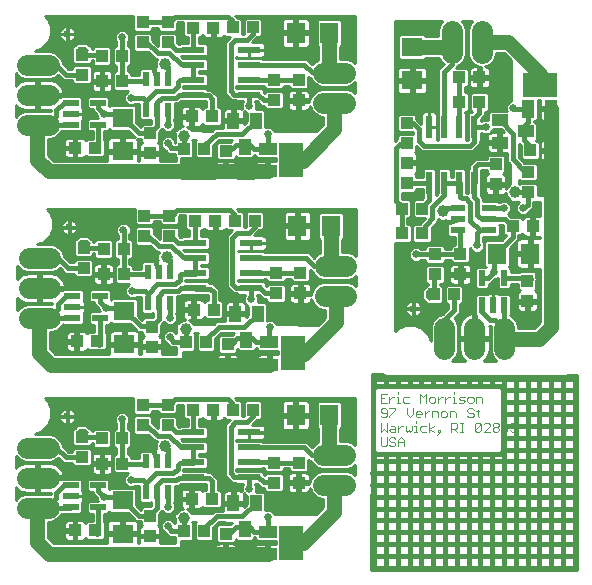
<source format=gtl>
G75*
G70*
%OFA0B0*%
%FSLAX24Y24*%
%IPPOS*%
%LPD*%
%AMOC8*
5,1,8,0,0,1.08239X$1,22.5*
%
%ADD10C,0.0020*%
%ADD11R,0.0520X0.0220*%
%ADD12C,0.0709*%
%ADD13R,0.0709X0.0630*%
%ADD14R,0.0630X0.0710*%
%ADD15R,0.0807X0.1142*%
%ADD16R,0.0591X0.0394*%
%ADD17R,0.0220X0.0500*%
%ADD18R,0.0394X0.0433*%
%ADD19R,0.0433X0.0394*%
%ADD20C,0.0250*%
%ADD21R,0.0394X0.0551*%
%ADD22R,0.0780X0.0220*%
%ADD23C,0.0030*%
%ADD24R,0.0220X0.0520*%
%ADD25R,0.0630X0.0709*%
%ADD26R,0.0710X0.0630*%
%ADD27R,0.1142X0.0807*%
%ADD28R,0.0394X0.0591*%
%ADD29R,0.0500X0.0220*%
%ADD30R,0.0551X0.0394*%
%ADD31R,0.0220X0.0780*%
%ADD32C,0.0100*%
%ADD33C,0.0396*%
%ADD34C,0.0160*%
%ADD35C,0.0500*%
D10*
X013570Y013398D02*
X013620Y013348D01*
X013720Y013348D01*
X013770Y013398D01*
X013770Y013649D01*
X013865Y013599D02*
X013915Y013649D01*
X014015Y013649D01*
X014065Y013599D01*
X014159Y013548D02*
X014259Y013649D01*
X014359Y013548D01*
X014359Y013348D01*
X014359Y013498D02*
X014159Y013498D01*
X014159Y013548D02*
X014159Y013348D01*
X014065Y013398D02*
X014015Y013348D01*
X013915Y013348D01*
X013865Y013398D01*
X013915Y013498D02*
X014015Y013498D01*
X014065Y013448D01*
X014065Y013398D01*
X013915Y013498D02*
X013865Y013548D01*
X013865Y013599D01*
X013915Y013828D02*
X013865Y013878D01*
X013915Y013928D01*
X014065Y013928D01*
X014065Y013978D02*
X014065Y013828D01*
X013915Y013828D01*
X013770Y013828D02*
X013770Y014129D01*
X013915Y014028D02*
X014015Y014028D01*
X014065Y013978D01*
X014159Y013928D02*
X014259Y014028D01*
X014309Y014028D01*
X014405Y014028D02*
X014405Y013878D01*
X014455Y013828D01*
X014505Y013878D01*
X014555Y013828D01*
X014605Y013878D01*
X014605Y014028D01*
X014699Y014028D02*
X014750Y014028D01*
X014750Y013828D01*
X014800Y013828D02*
X014699Y013828D01*
X014896Y013878D02*
X014896Y013978D01*
X014946Y014028D01*
X015096Y014028D01*
X015191Y013928D02*
X015341Y013828D01*
X015436Y013728D02*
X015536Y013828D01*
X015486Y013828D01*
X015486Y013878D01*
X015536Y013878D01*
X015536Y013828D01*
X015341Y014028D02*
X015191Y013928D01*
X015191Y013828D02*
X015191Y014129D01*
X015289Y014308D02*
X015289Y014508D01*
X015439Y014508D01*
X015489Y014458D01*
X015489Y014308D01*
X015583Y014358D02*
X015633Y014308D01*
X015734Y014308D01*
X015784Y014358D01*
X015784Y014458D01*
X015734Y014508D01*
X015633Y014508D01*
X015583Y014458D01*
X015583Y014358D01*
X015193Y014508D02*
X015143Y014508D01*
X015043Y014408D01*
X014949Y014408D02*
X014749Y014408D01*
X014749Y014358D02*
X014749Y014458D01*
X014799Y014508D01*
X014899Y014508D01*
X014949Y014458D01*
X014949Y014408D01*
X014899Y014308D02*
X014799Y014308D01*
X014749Y014358D01*
X014654Y014408D02*
X014654Y014609D01*
X014454Y014609D02*
X014454Y014408D01*
X014554Y014308D01*
X014654Y014408D01*
X014750Y014179D02*
X014750Y014129D01*
X014896Y013878D02*
X014946Y013828D01*
X015096Y013828D01*
X015043Y014308D02*
X015043Y014508D01*
X015096Y014788D02*
X015096Y015089D01*
X014996Y014988D01*
X014896Y015089D01*
X014896Y014788D01*
X015191Y014838D02*
X015241Y014788D01*
X015341Y014788D01*
X015391Y014838D01*
X015391Y014938D01*
X015341Y014988D01*
X015241Y014988D01*
X015191Y014938D01*
X015191Y014838D01*
X015485Y014788D02*
X015485Y014988D01*
X015485Y014888D02*
X015585Y014988D01*
X015635Y014988D01*
X015731Y014988D02*
X015731Y014788D01*
X015731Y014888D02*
X015831Y014988D01*
X015881Y014988D01*
X015976Y014988D02*
X016026Y014988D01*
X016026Y014788D01*
X015976Y014788D02*
X016076Y014788D01*
X016173Y014788D02*
X016323Y014788D01*
X016373Y014838D01*
X016323Y014888D01*
X016223Y014888D01*
X016173Y014938D01*
X016223Y014988D01*
X016373Y014988D01*
X016467Y014938D02*
X016467Y014838D01*
X016517Y014788D01*
X016618Y014788D01*
X016668Y014838D01*
X016668Y014938D01*
X016618Y014988D01*
X016517Y014988D01*
X016467Y014938D01*
X016762Y014988D02*
X016912Y014988D01*
X016962Y014938D01*
X016962Y014788D01*
X016762Y014788D02*
X016762Y014988D01*
X016618Y014609D02*
X016517Y014609D01*
X016467Y014559D01*
X016467Y014508D01*
X016517Y014458D01*
X016618Y014458D01*
X016668Y014408D01*
X016668Y014358D01*
X016618Y014308D01*
X016517Y014308D01*
X016467Y014358D01*
X016322Y014129D02*
X016222Y014129D01*
X016272Y014129D02*
X016272Y013828D01*
X016222Y013828D02*
X016322Y013828D01*
X016127Y013828D02*
X016027Y013928D01*
X016077Y013928D02*
X015927Y013928D01*
X015927Y013828D02*
X015927Y014129D01*
X016077Y014129D01*
X016127Y014079D01*
X016127Y013978D01*
X016077Y013928D01*
X016078Y014308D02*
X016078Y014458D01*
X016028Y014508D01*
X015878Y014508D01*
X015878Y014308D01*
X016026Y015089D02*
X016026Y015139D01*
X016618Y014609D02*
X016668Y014559D01*
X016762Y014508D02*
X016862Y014508D01*
X016812Y014559D02*
X016812Y014358D01*
X016862Y014308D01*
X016863Y014129D02*
X016763Y014129D01*
X016713Y014079D01*
X016713Y013878D01*
X016913Y014079D01*
X016913Y013878D01*
X016863Y013828D01*
X016763Y013828D01*
X016713Y013878D01*
X016913Y014079D02*
X016863Y014129D01*
X017008Y014079D02*
X017058Y014129D01*
X017158Y014129D01*
X017208Y014079D01*
X017208Y014028D01*
X017008Y013828D01*
X017208Y013828D01*
X017302Y013878D02*
X017302Y013928D01*
X017352Y013978D01*
X017452Y013978D01*
X017502Y013928D01*
X017502Y013878D01*
X017452Y013828D01*
X017352Y013828D01*
X017302Y013878D01*
X017352Y013978D02*
X017302Y014028D01*
X017302Y014079D01*
X017352Y014129D01*
X017452Y014129D01*
X017502Y014079D01*
X017502Y014028D01*
X017452Y013978D01*
X017597Y013928D02*
X017597Y013878D01*
X017647Y013828D01*
X017747Y013828D01*
X017797Y013878D01*
X017797Y013928D01*
X017747Y013978D01*
X017647Y013978D01*
X017597Y014028D01*
X017597Y014079D01*
X017647Y014129D01*
X017747Y014129D01*
X017797Y014079D01*
X017797Y014028D01*
X017747Y013978D01*
X017647Y013978D02*
X017597Y013928D01*
X017892Y013878D02*
X017942Y013828D01*
X018042Y013828D01*
X018092Y013878D01*
X018092Y014079D01*
X018042Y014129D01*
X017942Y014129D01*
X017892Y014079D01*
X017892Y014028D01*
X017942Y013978D01*
X018092Y013978D01*
X014507Y014788D02*
X014357Y014788D01*
X014307Y014838D01*
X014307Y014938D01*
X014357Y014988D01*
X014507Y014988D01*
X014210Y014788D02*
X014110Y014788D01*
X014160Y014788D02*
X014160Y014988D01*
X014110Y014988D01*
X014015Y014988D02*
X013965Y014988D01*
X013865Y014888D01*
X013865Y014788D02*
X013865Y014988D01*
X013770Y015089D02*
X013570Y015089D01*
X013570Y014788D01*
X013770Y014788D01*
X013670Y014938D02*
X013570Y014938D01*
X013620Y014609D02*
X013570Y014559D01*
X013570Y014508D01*
X013620Y014458D01*
X013770Y014458D01*
X013770Y014358D02*
X013770Y014559D01*
X013720Y014609D01*
X013620Y014609D01*
X013865Y014609D02*
X014065Y014609D01*
X014065Y014559D01*
X013865Y014358D01*
X013865Y014308D01*
X013770Y014358D02*
X013720Y014308D01*
X013620Y014308D01*
X013570Y014358D01*
X013570Y014129D02*
X013570Y013828D01*
X013670Y013928D01*
X013770Y013828D01*
X013570Y013649D02*
X013570Y013398D01*
X014159Y013828D02*
X014159Y014028D01*
X014160Y015089D02*
X014160Y015139D01*
D11*
X004220Y017618D03*
X004220Y018358D03*
X003300Y018358D03*
X003300Y017988D03*
X003300Y017618D03*
X003240Y012048D03*
X003240Y011678D03*
X003240Y011308D03*
X004160Y011308D03*
X004160Y012048D03*
X004160Y024058D03*
X004160Y024798D03*
X003240Y024798D03*
X003240Y024428D03*
X003240Y024058D03*
D12*
X002504Y024048D02*
X001796Y024048D01*
X001796Y025048D02*
X002504Y025048D01*
X002504Y026048D02*
X001796Y026048D01*
X001856Y019608D02*
X002564Y019608D01*
X002564Y018608D02*
X001856Y018608D01*
X001856Y017608D02*
X002564Y017608D01*
X002504Y013298D02*
X001796Y013298D01*
X001796Y012298D02*
X002504Y012298D01*
X002504Y011298D02*
X001796Y011298D01*
X011666Y012048D02*
X012374Y012048D01*
X012374Y013048D02*
X011666Y013048D01*
X015700Y016594D02*
X015700Y017303D01*
X016700Y017303D02*
X016700Y016594D01*
X017700Y016594D02*
X017700Y017303D01*
X012434Y018358D02*
X011726Y018358D01*
X011726Y019358D02*
X012434Y019358D01*
X012374Y024798D02*
X011666Y024798D01*
X011666Y025798D02*
X012374Y025798D01*
X015950Y026464D02*
X015950Y027173D01*
X016950Y027173D02*
X016950Y026464D01*
D13*
X004970Y024289D03*
X004970Y023187D03*
X005030Y017849D03*
X005030Y016747D03*
X004970Y011539D03*
X004970Y010437D03*
D14*
X010740Y014378D03*
X011860Y014378D03*
X011920Y020688D03*
X010800Y020688D03*
X010740Y027128D03*
X011860Y027128D03*
D15*
X010600Y022878D03*
X010660Y016438D03*
X010600Y010128D03*
D16*
X009803Y009754D03*
X009803Y010502D03*
X009863Y016064D03*
X009863Y016812D03*
X009803Y022504D03*
X009803Y023252D03*
D17*
X006490Y024568D03*
X006120Y024568D03*
X005750Y024568D03*
X005750Y025588D03*
X006120Y025588D03*
X006490Y025588D03*
X006550Y019148D03*
X006180Y019148D03*
X005810Y019148D03*
X005810Y018128D03*
X006180Y018128D03*
X006550Y018128D03*
X006490Y012838D03*
X006120Y012838D03*
X005750Y012838D03*
X005750Y011818D03*
X006120Y011818D03*
X006490Y011818D03*
D18*
X005880Y011023D03*
X005880Y010354D03*
X007025Y010518D03*
X007695Y010518D03*
X004955Y012768D03*
X004285Y012768D03*
X004275Y013608D03*
X004945Y013608D03*
X005640Y014054D03*
X005640Y014723D03*
X005940Y016664D03*
X005940Y017333D03*
X007085Y016828D03*
X007755Y016828D03*
X008645Y014558D03*
X009315Y014558D03*
X005015Y019078D03*
X004345Y019078D03*
X004335Y019918D03*
X005005Y019918D03*
X005700Y020364D03*
X005700Y021033D03*
X005880Y023104D03*
X005880Y023773D03*
X007025Y023268D03*
X007695Y023268D03*
X008705Y020868D03*
X009375Y020868D03*
X004955Y025518D03*
X004285Y025518D03*
X004275Y026358D03*
X004945Y026358D03*
X005640Y026804D03*
X005640Y027473D03*
X008645Y027308D03*
X009315Y027308D03*
X014275Y021268D03*
X014945Y021268D03*
X014450Y022124D03*
X014450Y022793D03*
X016195Y024818D03*
X016865Y024818D03*
X016865Y025638D03*
X016195Y025638D03*
X017410Y022743D03*
X017410Y022074D03*
X018565Y023208D03*
X019235Y023208D03*
X018460Y018853D03*
X018460Y018184D03*
X016015Y018408D03*
X015345Y018408D03*
D19*
X015390Y019074D03*
X015390Y019743D03*
X014945Y020438D03*
X014275Y020438D03*
X016230Y019753D03*
X016230Y019084D03*
X017975Y020678D03*
X018645Y020678D03*
X018480Y021824D03*
X018480Y022493D03*
X014440Y023444D03*
X014440Y024113D03*
X010840Y024884D03*
X010840Y025553D03*
X010020Y025553D03*
X010020Y024884D03*
X008410Y023183D03*
X008410Y022514D03*
X008055Y020858D03*
X007385Y020858D03*
X006530Y021033D03*
X006530Y020364D03*
X007335Y017898D03*
X008005Y017898D03*
X008470Y016743D03*
X008470Y016074D03*
X007995Y014548D03*
X007325Y014548D03*
X006470Y014723D03*
X006470Y014054D03*
X007275Y011588D03*
X007945Y011588D03*
X008410Y010433D03*
X008410Y009764D03*
X010020Y012134D03*
X010020Y012803D03*
X010840Y012803D03*
X010840Y012134D03*
X010900Y018444D03*
X010900Y019113D03*
X010080Y019113D03*
X010080Y018444D03*
X007945Y024338D03*
X007275Y024338D03*
X006470Y026804D03*
X006470Y027473D03*
X007325Y027298D03*
X007995Y027298D03*
X004055Y023288D03*
X003385Y023288D03*
X003610Y025734D03*
X003610Y026403D03*
X003670Y019963D03*
X003670Y019294D03*
X003445Y016848D03*
X004115Y016848D03*
X003610Y013653D03*
X003610Y012984D03*
X003385Y010538D03*
X004055Y010538D03*
D20*
X004360Y011658D03*
X005240Y012208D03*
X006490Y011318D03*
X006480Y010688D03*
X009190Y011928D03*
X009830Y010998D03*
X004940Y014238D03*
X003130Y014338D03*
X004420Y017968D03*
X005300Y018518D03*
X006550Y017628D03*
X006540Y016998D03*
X009250Y018238D03*
X009890Y017308D03*
X014660Y017928D03*
X014760Y019738D03*
X016790Y020038D03*
X017340Y019158D03*
X017680Y021288D03*
X018310Y021278D03*
X017070Y023988D03*
X018000Y024628D03*
X009830Y023748D03*
X009190Y024678D03*
X006490Y024068D03*
X006480Y023438D03*
X005240Y024958D03*
X004360Y024408D03*
X004940Y026988D03*
X003130Y027088D03*
X003190Y020648D03*
X005000Y020548D03*
D21*
X008726Y017761D03*
X009474Y017761D03*
X009100Y016895D03*
X009414Y011451D03*
X008666Y011451D03*
X009040Y010585D03*
X009040Y023335D03*
X008666Y024201D03*
X009414Y024201D03*
D22*
X009190Y025058D03*
X009190Y025558D03*
X009190Y026058D03*
X009190Y026558D03*
X007330Y026558D03*
X007330Y026058D03*
X007330Y025558D03*
X007330Y025058D03*
X007390Y020118D03*
X007390Y019618D03*
X007390Y019118D03*
X007390Y018618D03*
X009250Y018618D03*
X009250Y019118D03*
X009250Y019618D03*
X009250Y020118D03*
X009190Y013808D03*
X009190Y013308D03*
X009190Y012808D03*
X009190Y012308D03*
X007330Y012308D03*
X007330Y012808D03*
X007330Y013308D03*
X007330Y013808D03*
D23*
X003810Y013818D02*
X003410Y013818D01*
X003510Y013918D01*
X003710Y013918D01*
X003810Y013818D01*
X003798Y013830D02*
X003422Y013830D01*
X003450Y013858D02*
X003770Y013858D01*
X003741Y013887D02*
X003479Y013887D01*
X003507Y013915D02*
X003713Y013915D01*
X003870Y020128D02*
X003470Y020128D01*
X003570Y020228D01*
X003770Y020228D01*
X003870Y020128D01*
X003470Y020128D01*
X003499Y020157D02*
X003841Y020157D01*
X003813Y020185D02*
X003527Y020185D01*
X003556Y020214D02*
X003784Y020214D01*
X003810Y026568D02*
X003410Y026568D01*
X003510Y026668D01*
X003710Y026668D01*
X003810Y026568D01*
X003809Y026569D02*
X003411Y026569D01*
X003440Y026598D02*
X003780Y026598D01*
X003752Y026626D02*
X003468Y026626D01*
X003497Y026655D02*
X003723Y026655D01*
X015080Y018508D02*
X015180Y018608D01*
X015180Y018208D01*
X015080Y018308D01*
X015080Y018508D01*
X015080Y018504D02*
X015180Y018504D01*
X015180Y018532D02*
X015104Y018532D01*
X015133Y018561D02*
X015180Y018561D01*
X015180Y018589D02*
X015161Y018589D01*
X015180Y018475D02*
X015080Y018475D01*
X015080Y018447D02*
X015180Y018447D01*
X015180Y018418D02*
X015080Y018418D01*
X015080Y018390D02*
X015180Y018390D01*
X015180Y018361D02*
X015080Y018361D01*
X015080Y018333D02*
X015180Y018333D01*
X015180Y018304D02*
X015084Y018304D01*
X015112Y018276D02*
X015180Y018276D01*
X015180Y018247D02*
X015141Y018247D01*
X015169Y018219D02*
X015180Y018219D01*
D24*
X016950Y018038D03*
X017320Y018038D03*
X017690Y018038D03*
X017690Y018958D03*
X016950Y018958D03*
D25*
X017459Y019768D03*
X018561Y019768D03*
D26*
X014620Y025538D03*
X014620Y026658D03*
D27*
X018870Y025398D03*
D28*
X018496Y024601D03*
X019244Y024601D03*
D29*
X017180Y021288D03*
X017180Y020918D03*
X017180Y020548D03*
X016160Y020548D03*
X016160Y020918D03*
X016160Y021288D03*
D30*
X017547Y023464D03*
X017547Y024212D03*
X018413Y023838D03*
D31*
X016690Y023988D03*
X016190Y023988D03*
X015690Y023988D03*
X015190Y023988D03*
X015190Y022128D03*
X015690Y022128D03*
X016190Y022128D03*
X016690Y022128D03*
D32*
X016910Y022103D02*
X017362Y022103D01*
X017362Y022122D02*
X017362Y022025D01*
X017458Y022025D01*
X017458Y021707D01*
X017627Y021707D01*
X017665Y021717D01*
X017699Y021737D01*
X017727Y021765D01*
X017742Y021791D01*
X017742Y021757D01*
X017789Y021644D01*
X017871Y021562D01*
X017870Y021498D01*
X018199Y021500D01*
X018075Y021376D01*
X018075Y021181D01*
X018213Y021043D01*
X018407Y021043D01*
X018545Y021181D01*
X018545Y021203D01*
X018551Y021203D01*
X018596Y021247D01*
X018648Y021283D01*
X018651Y021300D01*
X018664Y021313D01*
X018664Y021376D01*
X018675Y021438D01*
X018665Y021453D01*
X018666Y021502D01*
X018884Y021503D01*
X018884Y021024D01*
X018881Y021025D01*
X018693Y021025D01*
X018693Y020727D01*
X018596Y020727D01*
X018596Y021025D01*
X018408Y021025D01*
X018370Y021015D01*
X018336Y020995D01*
X018308Y020967D01*
X018289Y020934D01*
X018237Y020985D01*
X017923Y020985D01*
X017847Y021055D01*
X017813Y021089D01*
X017915Y021191D01*
X017915Y021386D01*
X017777Y021523D01*
X017583Y021523D01*
X017538Y021478D01*
X017506Y021478D01*
X017476Y021508D01*
X016970Y021508D01*
X016970Y021553D01*
X016974Y021626D01*
X016970Y021631D01*
X016970Y021637D01*
X016918Y021689D01*
X016910Y021698D01*
X016910Y022553D01*
X017103Y022553D01*
X017103Y022481D01*
X017154Y022430D01*
X017121Y022410D01*
X017093Y022382D01*
X017073Y022348D01*
X017063Y022310D01*
X017063Y022122D01*
X017362Y022122D01*
X017458Y022122D02*
X017757Y022122D01*
X017757Y022310D01*
X017747Y022348D01*
X017727Y022382D01*
X017699Y022410D01*
X017666Y022430D01*
X017717Y022481D01*
X017717Y023005D01*
X017652Y023069D01*
X017168Y023069D01*
X017103Y023005D01*
X017103Y022933D01*
X016736Y022933D01*
X016631Y022828D01*
X016520Y022717D01*
X016520Y022614D01*
X016470Y022564D01*
X016470Y021798D01*
X016410Y021798D01*
X016410Y022564D01*
X016346Y022628D01*
X016034Y022628D01*
X015970Y022564D01*
X015970Y022318D01*
X015910Y022318D01*
X015910Y022564D01*
X015846Y022628D01*
X015534Y022628D01*
X015470Y022564D01*
X015470Y021780D01*
X015410Y021714D01*
X015410Y022564D01*
X015346Y022628D01*
X015034Y022628D01*
X014970Y022564D01*
X014970Y022314D01*
X014757Y022314D01*
X014757Y022386D01*
X014706Y022437D01*
X014739Y022456D01*
X014767Y022484D01*
X014787Y022519D01*
X014797Y022557D01*
X014797Y022745D01*
X014498Y022745D01*
X014498Y022841D01*
X014797Y022841D01*
X014797Y023029D01*
X014787Y023067D01*
X014767Y023102D01*
X014739Y023129D01*
X014711Y023146D01*
X014767Y023201D01*
X014767Y023343D01*
X014820Y023290D01*
X014931Y023178D01*
X016639Y023178D01*
X016759Y023298D01*
X016870Y023410D01*
X016870Y023513D01*
X016910Y023553D01*
X016910Y023798D01*
X016928Y023798D01*
X016973Y023753D01*
X017151Y023753D01*
X017132Y023719D01*
X017121Y023681D01*
X017121Y023513D01*
X017498Y023513D01*
X017498Y023416D01*
X017121Y023416D01*
X017121Y023248D01*
X017132Y023210D01*
X017151Y023175D01*
X017179Y023147D01*
X017213Y023128D01*
X017252Y023117D01*
X017499Y023117D01*
X017499Y023416D01*
X017595Y023416D01*
X017595Y023117D01*
X017800Y023117D01*
X017800Y022912D01*
X017797Y022837D01*
X017800Y022834D01*
X017800Y022830D01*
X017853Y022776D01*
X017883Y022744D01*
X017876Y022080D01*
X017875Y022079D01*
X017789Y021993D01*
X017757Y021916D01*
X017757Y022025D01*
X017458Y022025D01*
X017458Y022122D01*
X017458Y022103D02*
X017876Y022103D01*
X017877Y022202D02*
X017757Y022202D01*
X017757Y022300D02*
X017878Y022300D01*
X017879Y022399D02*
X017710Y022399D01*
X017717Y022497D02*
X017881Y022497D01*
X017882Y022596D02*
X017717Y022596D01*
X017717Y022694D02*
X017883Y022694D01*
X017837Y022793D02*
X017717Y022793D01*
X017717Y022891D02*
X017799Y022891D01*
X017800Y022990D02*
X017717Y022990D01*
X017800Y023088D02*
X014775Y023088D01*
X014797Y022990D02*
X017103Y022990D01*
X017145Y023187D02*
X016647Y023187D01*
X016746Y023285D02*
X017121Y023285D01*
X017121Y023384D02*
X016844Y023384D01*
X016870Y023482D02*
X017498Y023482D01*
X017499Y023513D02*
X017499Y023811D01*
X017252Y023811D01*
X017216Y023801D01*
X017305Y023891D01*
X017305Y023905D01*
X017578Y023905D01*
X017668Y023811D01*
X017595Y023811D01*
X017595Y023513D01*
X017499Y023513D01*
X017499Y023581D02*
X017595Y023581D01*
X017595Y023679D02*
X017499Y023679D01*
X017499Y023778D02*
X017595Y023778D01*
X017605Y023876D02*
X017290Y023876D01*
X017151Y023753D02*
X017151Y023753D01*
X017121Y023679D02*
X016910Y023679D01*
X016910Y023581D02*
X017121Y023581D01*
X016948Y023778D02*
X016910Y023778D01*
X016910Y024178D02*
X016910Y024250D01*
X016939Y024278D01*
X017050Y024390D01*
X017050Y024492D01*
X017107Y024492D01*
X017171Y024556D01*
X017171Y025080D01*
X017107Y025145D01*
X016622Y025145D01*
X016558Y025080D01*
X016558Y024556D01*
X016618Y024495D01*
X016611Y024488D01*
X016534Y024488D01*
X016470Y024424D01*
X016470Y023558D01*
X016410Y023558D01*
X016410Y024424D01*
X016380Y024454D01*
X016380Y024492D01*
X016438Y024492D01*
X016502Y024556D01*
X016502Y025080D01*
X016438Y025145D01*
X016385Y025145D01*
X016385Y025312D01*
X016438Y025312D01*
X016502Y025376D01*
X016502Y025900D01*
X016438Y025965D01*
X016095Y025965D01*
X016130Y026000D01*
X016130Y026036D01*
X016213Y026070D01*
X016344Y026201D01*
X016414Y026372D01*
X016414Y027265D01*
X016344Y027436D01*
X016275Y027504D01*
X016625Y027504D01*
X016556Y027436D01*
X016486Y027265D01*
X016486Y026372D01*
X016556Y026201D01*
X016687Y026070D01*
X016858Y026000D01*
X016913Y026000D01*
X016913Y025687D01*
X016816Y025687D01*
X016816Y026005D01*
X016648Y026005D01*
X016610Y025995D01*
X016576Y025975D01*
X016548Y025947D01*
X016528Y025913D01*
X016518Y025875D01*
X016518Y025687D01*
X016816Y025687D01*
X016816Y025590D01*
X016518Y025590D01*
X016518Y025402D01*
X016528Y025364D01*
X016548Y025330D01*
X016576Y025302D01*
X016610Y025282D01*
X016648Y025272D01*
X016816Y025272D01*
X016816Y025590D01*
X016913Y025590D01*
X016913Y025687D01*
X017211Y025687D01*
X017211Y025875D01*
X017201Y025913D01*
X017182Y025947D01*
X017154Y025975D01*
X017119Y025995D01*
X017081Y026005D01*
X017055Y026005D01*
X017213Y026070D01*
X017344Y026201D01*
X017414Y026372D01*
X017414Y026458D01*
X017681Y026458D01*
X017910Y026229D01*
X017903Y024863D01*
X017903Y024863D01*
X017765Y024726D01*
X017765Y024531D01*
X017777Y024519D01*
X017226Y024519D01*
X017161Y024455D01*
X017161Y024223D01*
X016973Y024223D01*
X016928Y024178D01*
X016910Y024178D01*
X016931Y024270D02*
X017161Y024270D01*
X017161Y024369D02*
X017029Y024369D01*
X017050Y024467D02*
X017174Y024467D01*
X017171Y024566D02*
X017765Y024566D01*
X017765Y024664D02*
X017171Y024664D01*
X017171Y024763D02*
X017802Y024763D01*
X017901Y024861D02*
X017171Y024861D01*
X017171Y024960D02*
X017903Y024960D01*
X017904Y025058D02*
X017171Y025058D01*
X017119Y025282D02*
X017154Y025302D01*
X017182Y025330D01*
X017201Y025364D01*
X017211Y025402D01*
X017211Y025590D01*
X016913Y025590D01*
X016913Y025272D01*
X017081Y025272D01*
X017119Y025282D01*
X017195Y025354D02*
X017906Y025354D01*
X017906Y025452D02*
X017211Y025452D01*
X017211Y025551D02*
X017907Y025551D01*
X017907Y025649D02*
X016913Y025649D01*
X016816Y025649D02*
X016502Y025649D01*
X016502Y025551D02*
X016518Y025551D01*
X016518Y025452D02*
X016502Y025452D01*
X016480Y025354D02*
X016534Y025354D01*
X016385Y025255D02*
X017905Y025255D01*
X017904Y025157D02*
X016385Y025157D01*
X016502Y025058D02*
X016558Y025058D01*
X016558Y024960D02*
X016502Y024960D01*
X016502Y024861D02*
X016558Y024861D01*
X016558Y024763D02*
X016502Y024763D01*
X016502Y024664D02*
X016558Y024664D01*
X016558Y024566D02*
X016502Y024566D01*
X016513Y024467D02*
X016380Y024467D01*
X016410Y024369D02*
X016470Y024369D01*
X016470Y024270D02*
X016410Y024270D01*
X016410Y024172D02*
X016470Y024172D01*
X016470Y024073D02*
X016410Y024073D01*
X016410Y023975D02*
X016470Y023975D01*
X016470Y023876D02*
X016410Y023876D01*
X016410Y023778D02*
X016470Y023778D01*
X016470Y023679D02*
X016410Y023679D01*
X016410Y023581D02*
X016470Y023581D01*
X016694Y022891D02*
X014797Y022891D01*
X014797Y022694D02*
X016520Y022694D01*
X016502Y022596D02*
X016378Y022596D01*
X016410Y022497D02*
X016470Y022497D01*
X016470Y022399D02*
X016410Y022399D01*
X016410Y022300D02*
X016470Y022300D01*
X016470Y022202D02*
X016410Y022202D01*
X016410Y022103D02*
X016470Y022103D01*
X016470Y022005D02*
X016410Y022005D01*
X016410Y021906D02*
X016470Y021906D01*
X016470Y021808D02*
X016410Y021808D01*
X016910Y021808D02*
X017071Y021808D01*
X017073Y021799D02*
X017093Y021765D01*
X017121Y021737D01*
X017155Y021717D01*
X017193Y021707D01*
X017362Y021707D01*
X017362Y022025D01*
X017063Y022025D01*
X017063Y021837D01*
X017073Y021799D01*
X017063Y021906D02*
X016910Y021906D01*
X016910Y022005D02*
X017063Y022005D01*
X017063Y022202D02*
X016910Y022202D01*
X016910Y022300D02*
X017063Y022300D01*
X017110Y022399D02*
X016910Y022399D01*
X016910Y022497D02*
X017103Y022497D01*
X017362Y022005D02*
X017458Y022005D01*
X017458Y021906D02*
X017362Y021906D01*
X017362Y021808D02*
X017458Y021808D01*
X017458Y021709D02*
X017362Y021709D01*
X017185Y021709D02*
X016910Y021709D01*
X016973Y021611D02*
X017822Y021611D01*
X017788Y021512D02*
X017870Y021512D01*
X017887Y021414D02*
X018113Y021414D01*
X018075Y021315D02*
X017915Y021315D01*
X017915Y021217D02*
X018075Y021217D01*
X018138Y021118D02*
X017842Y021118D01*
X017885Y021020D02*
X018389Y021020D01*
X018482Y021118D02*
X018884Y021118D01*
X018884Y021217D02*
X018565Y021217D01*
X018664Y021315D02*
X018884Y021315D01*
X018884Y021414D02*
X018671Y021414D01*
X018693Y021020D02*
X018596Y021020D01*
X018596Y020921D02*
X018693Y020921D01*
X018693Y020823D02*
X018596Y020823D01*
X018596Y020630D02*
X018693Y020630D01*
X018693Y020331D01*
X018881Y020331D01*
X018884Y020332D01*
X018884Y020273D01*
X018611Y020273D01*
X018611Y019818D01*
X018511Y019818D01*
X018511Y019718D01*
X018611Y019718D01*
X018611Y019264D01*
X018884Y019264D01*
X018884Y017471D01*
X018701Y017288D01*
X018164Y017288D01*
X018164Y017395D01*
X018094Y017566D01*
X017963Y017696D01*
X017900Y017722D01*
X017910Y017733D01*
X017910Y018344D01*
X017846Y018408D01*
X017534Y018408D01*
X017533Y018407D01*
X017522Y018418D01*
X017488Y018438D01*
X017450Y018448D01*
X017325Y018448D01*
X017325Y018043D01*
X017315Y018043D01*
X017315Y018448D01*
X017190Y018448D01*
X017152Y018438D01*
X017118Y018418D01*
X017107Y018407D01*
X017106Y018408D01*
X016794Y018408D01*
X016730Y018344D01*
X016730Y017733D01*
X016750Y017713D01*
X016750Y016998D01*
X017204Y016998D01*
X017204Y017342D01*
X017200Y017368D01*
X017236Y017368D01*
X017236Y016502D01*
X017306Y016331D01*
X017434Y016203D01*
X017020Y016203D01*
X017029Y016209D01*
X017085Y016265D01*
X017131Y016330D01*
X017167Y016400D01*
X017192Y016476D01*
X017204Y016554D01*
X017204Y016898D01*
X016750Y016898D01*
X016750Y016998D01*
X016650Y016998D01*
X016650Y016898D01*
X016196Y016898D01*
X016196Y016554D01*
X016208Y016476D01*
X016233Y016400D01*
X016269Y016330D01*
X016315Y016265D01*
X016371Y016209D01*
X016380Y016203D01*
X015966Y016203D01*
X016094Y016331D01*
X016164Y016502D01*
X016164Y017395D01*
X016094Y017566D01*
X016035Y017624D01*
X016099Y017688D01*
X016210Y017800D01*
X016210Y018082D01*
X016257Y018082D01*
X016321Y018146D01*
X016321Y018670D01*
X016257Y018735D01*
X015772Y018735D01*
X015708Y018670D01*
X015708Y018146D01*
X015772Y018082D01*
X015830Y018082D01*
X015830Y017957D01*
X015640Y017767D01*
X015608Y017767D01*
X015437Y017696D01*
X015306Y017566D01*
X015236Y017395D01*
X015236Y016859D01*
X015139Y017092D01*
X014944Y017287D01*
X014688Y017393D01*
X014412Y017393D01*
X014156Y017287D01*
X014049Y017181D01*
X014049Y020131D01*
X014537Y020131D01*
X014602Y020196D01*
X014602Y020681D01*
X014537Y020745D01*
X014465Y020745D01*
X014465Y020942D01*
X014518Y020942D01*
X014582Y021006D01*
X014582Y021530D01*
X014518Y021595D01*
X014286Y021595D01*
X014270Y021610D01*
X014270Y021797D01*
X014692Y021797D01*
X014757Y021862D01*
X014757Y021934D01*
X014970Y021934D01*
X014970Y021693D01*
X015000Y021663D01*
X015000Y021637D01*
X014958Y021595D01*
X014702Y021595D01*
X014638Y021530D01*
X014638Y021006D01*
X014702Y020942D01*
X015048Y020942D01*
X014871Y020745D01*
X014683Y020745D01*
X014618Y020681D01*
X014618Y020196D01*
X014683Y020131D01*
X015207Y020131D01*
X015271Y020196D01*
X015271Y020622D01*
X015438Y020808D01*
X015490Y020860D01*
X015490Y020865D01*
X015494Y020870D01*
X015492Y020910D01*
X015589Y020870D01*
X015711Y020870D01*
X015760Y020890D01*
X015760Y020789D01*
X015770Y020750D01*
X015790Y020716D01*
X015801Y020705D01*
X015800Y020704D01*
X015800Y020393D01*
X015864Y020328D01*
X016040Y020328D01*
X016040Y020060D01*
X015968Y020060D01*
X015903Y019995D01*
X015903Y019933D01*
X015717Y019933D01*
X015717Y019985D01*
X015652Y020050D01*
X015128Y020050D01*
X015063Y019985D01*
X015063Y019933D01*
X014898Y019933D01*
X014857Y019973D01*
X014663Y019973D01*
X014525Y019836D01*
X014525Y019641D01*
X014663Y019503D01*
X014857Y019503D01*
X014907Y019553D01*
X015063Y019553D01*
X015063Y019501D01*
X015128Y019436D01*
X015652Y019436D01*
X015717Y019501D01*
X015717Y019553D01*
X015903Y019553D01*
X015903Y019511D01*
X015968Y019446D01*
X016492Y019446D01*
X016557Y019511D01*
X016557Y019939D01*
X016693Y019803D01*
X016887Y019803D01*
X017025Y019941D01*
X017025Y020136D01*
X016980Y020181D01*
X016980Y020328D01*
X017476Y020328D01*
X017540Y020393D01*
X017540Y020704D01*
X017516Y020728D01*
X017641Y020728D01*
X017649Y020721D01*
X017649Y020436D01*
X017713Y020371D01*
X017764Y020371D01*
X017626Y020233D01*
X017098Y020233D01*
X017034Y020168D01*
X017034Y019368D01*
X017074Y019328D01*
X016794Y019328D01*
X016730Y019264D01*
X016730Y018653D01*
X016794Y018588D01*
X017106Y018588D01*
X017170Y018653D01*
X017170Y018768D01*
X017219Y018768D01*
X017374Y018923D01*
X017437Y018923D01*
X017470Y018956D01*
X017470Y018653D01*
X017534Y018588D01*
X017846Y018588D01*
X017910Y018653D01*
X017910Y018768D01*
X018153Y018768D01*
X018153Y018591D01*
X018204Y018540D01*
X018171Y018520D01*
X018143Y018492D01*
X018123Y018458D01*
X018113Y018420D01*
X018113Y018232D01*
X018412Y018232D01*
X018412Y018135D01*
X018508Y018135D01*
X018508Y017817D01*
X018677Y017817D01*
X018715Y017827D01*
X018749Y017847D01*
X018777Y017875D01*
X018797Y017909D01*
X018807Y017947D01*
X018807Y018135D01*
X018508Y018135D01*
X018508Y018232D01*
X018807Y018232D01*
X018807Y018420D01*
X018797Y018458D01*
X018777Y018492D01*
X018749Y018520D01*
X018716Y018540D01*
X018767Y018591D01*
X018767Y018882D01*
X018780Y018920D01*
X018767Y018947D01*
X018767Y019115D01*
X018702Y019179D01*
X018218Y019179D01*
X018186Y019148D01*
X017910Y019148D01*
X017910Y019264D01*
X017846Y019328D01*
X017844Y019328D01*
X017884Y019368D01*
X017884Y019953D01*
X018049Y020118D01*
X018105Y020174D01*
X018096Y020142D01*
X018096Y019818D01*
X018511Y019818D01*
X018511Y020273D01*
X018226Y020273D01*
X018188Y020262D01*
X018160Y020246D01*
X018160Y020371D01*
X018237Y020371D01*
X018289Y020423D01*
X018308Y020389D01*
X018336Y020361D01*
X018370Y020342D01*
X018408Y020331D01*
X018596Y020331D01*
X018596Y020630D01*
X018596Y020626D02*
X018693Y020626D01*
X018693Y020527D02*
X018596Y020527D01*
X018596Y020429D02*
X018693Y020429D01*
X018611Y020232D02*
X018511Y020232D01*
X018511Y020133D02*
X018611Y020133D01*
X018611Y020035D02*
X018511Y020035D01*
X018511Y019936D02*
X018611Y019936D01*
X018611Y019838D02*
X018511Y019838D01*
X018511Y019739D02*
X017884Y019739D01*
X017884Y019641D02*
X018096Y019641D01*
X018096Y019718D02*
X018096Y019394D01*
X018106Y019356D01*
X018126Y019322D01*
X018154Y019294D01*
X018188Y019274D01*
X018226Y019264D01*
X018511Y019264D01*
X018511Y019718D01*
X018096Y019718D01*
X018096Y019838D02*
X017884Y019838D01*
X017884Y019936D02*
X018096Y019936D01*
X018096Y020035D02*
X017965Y020035D01*
X018064Y020133D02*
X018096Y020133D01*
X018160Y020330D02*
X018884Y020330D01*
X018611Y019641D02*
X018511Y019641D01*
X018511Y019542D02*
X018611Y019542D01*
X018611Y019444D02*
X018511Y019444D01*
X018511Y019345D02*
X018611Y019345D01*
X018734Y019148D02*
X018884Y019148D01*
X018884Y019050D02*
X018767Y019050D01*
X018767Y018951D02*
X018884Y018951D01*
X018884Y018853D02*
X018767Y018853D01*
X018767Y018754D02*
X018884Y018754D01*
X018884Y018656D02*
X018767Y018656D01*
X018733Y018557D02*
X018884Y018557D01*
X018884Y018459D02*
X018796Y018459D01*
X018807Y018360D02*
X018884Y018360D01*
X018884Y018262D02*
X018807Y018262D01*
X018884Y018163D02*
X018508Y018163D01*
X018412Y018163D02*
X017910Y018163D01*
X017910Y018065D02*
X018113Y018065D01*
X018113Y018135D02*
X018113Y017947D01*
X018123Y017909D01*
X018143Y017875D01*
X018171Y017847D01*
X018205Y017827D01*
X018243Y017817D01*
X018412Y017817D01*
X018412Y018135D01*
X018113Y018135D01*
X018113Y018262D02*
X017910Y018262D01*
X017894Y018360D02*
X018113Y018360D01*
X018124Y018459D02*
X016321Y018459D01*
X016321Y018557D02*
X018187Y018557D01*
X018153Y018656D02*
X017910Y018656D01*
X017910Y018754D02*
X018153Y018754D01*
X018186Y019148D02*
X017910Y019148D01*
X017910Y019247D02*
X018884Y019247D01*
X018113Y019345D02*
X017861Y019345D01*
X017884Y019444D02*
X018096Y019444D01*
X018096Y019542D02*
X017884Y019542D01*
X017470Y018951D02*
X017465Y018951D01*
X017470Y018853D02*
X017303Y018853D01*
X017170Y018754D02*
X017470Y018754D01*
X017470Y018656D02*
X017170Y018656D01*
X017315Y018360D02*
X017325Y018360D01*
X017315Y018262D02*
X017325Y018262D01*
X017315Y018163D02*
X017325Y018163D01*
X017315Y018065D02*
X017325Y018065D01*
X017910Y017966D02*
X018113Y017966D01*
X018150Y017868D02*
X017910Y017868D01*
X017910Y017769D02*
X018884Y017769D01*
X018884Y017671D02*
X017988Y017671D01*
X018087Y017572D02*
X018884Y017572D01*
X018884Y017474D02*
X018132Y017474D01*
X018164Y017375D02*
X018788Y017375D01*
X018770Y017868D02*
X018884Y017868D01*
X018884Y017966D02*
X018807Y017966D01*
X018807Y018065D02*
X018884Y018065D01*
X018508Y018065D02*
X018412Y018065D01*
X018412Y017966D02*
X018508Y017966D01*
X018508Y017868D02*
X018412Y017868D01*
X017236Y017277D02*
X017204Y017277D01*
X017204Y017178D02*
X017236Y017178D01*
X017236Y017080D02*
X017204Y017080D01*
X017236Y016981D02*
X016750Y016981D01*
X016750Y017080D02*
X016650Y017080D01*
X016650Y016998D02*
X016650Y017805D01*
X016582Y017795D01*
X016506Y017770D01*
X016436Y017734D01*
X016371Y017687D01*
X016315Y017631D01*
X016269Y017567D01*
X016233Y017496D01*
X016208Y017421D01*
X016196Y017342D01*
X016196Y016998D01*
X016650Y016998D01*
X016650Y016981D02*
X016164Y016981D01*
X016164Y016883D02*
X016196Y016883D01*
X016196Y016784D02*
X016164Y016784D01*
X016164Y016686D02*
X016196Y016686D01*
X016196Y016587D02*
X016164Y016587D01*
X016159Y016489D02*
X016206Y016489D01*
X016238Y016390D02*
X016118Y016390D01*
X016055Y016292D02*
X016296Y016292D01*
X016196Y017080D02*
X016164Y017080D01*
X016164Y017178D02*
X016196Y017178D01*
X016196Y017277D02*
X016164Y017277D01*
X016164Y017375D02*
X016201Y017375D01*
X016225Y017474D02*
X016132Y017474D01*
X016087Y017572D02*
X016273Y017572D01*
X016355Y017671D02*
X016081Y017671D01*
X016180Y017769D02*
X016505Y017769D01*
X016650Y017769D02*
X016730Y017769D01*
X016730Y017868D02*
X016210Y017868D01*
X016210Y017966D02*
X016730Y017966D01*
X016730Y018065D02*
X016210Y018065D01*
X016321Y018163D02*
X016730Y018163D01*
X016730Y018262D02*
X016321Y018262D01*
X016321Y018360D02*
X016746Y018360D01*
X016730Y018656D02*
X016321Y018656D01*
X016278Y018737D02*
X016466Y018737D01*
X016504Y018747D01*
X016539Y018767D01*
X016567Y018795D01*
X016586Y018829D01*
X016597Y018867D01*
X016597Y019035D01*
X016278Y019035D01*
X016278Y018737D01*
X016278Y018754D02*
X016182Y018754D01*
X016182Y018737D02*
X016182Y019035D01*
X016278Y019035D01*
X016278Y019132D01*
X016182Y019132D01*
X016182Y019430D01*
X015994Y019430D01*
X015956Y019420D01*
X015921Y019401D01*
X015893Y019373D01*
X015874Y019338D01*
X015863Y019300D01*
X015863Y019132D01*
X016182Y019132D01*
X016182Y019035D01*
X015863Y019035D01*
X015863Y018867D01*
X015874Y018829D01*
X015893Y018795D01*
X015921Y018767D01*
X015956Y018747D01*
X015994Y018737D01*
X016182Y018737D01*
X016182Y018853D02*
X016278Y018853D01*
X016278Y018951D02*
X016182Y018951D01*
X016182Y019050D02*
X015717Y019050D01*
X015717Y019148D02*
X015863Y019148D01*
X015863Y019247D02*
X015717Y019247D01*
X015717Y019316D02*
X015652Y019380D01*
X015128Y019380D01*
X015063Y019316D01*
X015063Y018831D01*
X015128Y018767D01*
X015155Y018767D01*
X015155Y018735D01*
X015103Y018735D01*
X015039Y018670D01*
X015039Y018644D01*
X014955Y018560D01*
X014955Y018257D01*
X015028Y018183D01*
X015039Y018173D01*
X015039Y018146D01*
X015103Y018082D01*
X015588Y018082D01*
X015652Y018146D01*
X015652Y018670D01*
X015588Y018735D01*
X015535Y018735D01*
X015535Y018767D01*
X015652Y018767D01*
X015717Y018831D01*
X015717Y019316D01*
X015687Y019345D02*
X015878Y019345D01*
X015903Y019542D02*
X015717Y019542D01*
X015660Y019444D02*
X017034Y019444D01*
X017034Y019542D02*
X016557Y019542D01*
X016557Y019641D02*
X017034Y019641D01*
X017034Y019739D02*
X016557Y019739D01*
X016557Y019838D02*
X016658Y019838D01*
X016560Y019936D02*
X016557Y019936D01*
X016466Y019430D02*
X016278Y019430D01*
X016278Y019132D01*
X016597Y019132D01*
X016597Y019300D01*
X016586Y019338D01*
X016567Y019373D01*
X016539Y019401D01*
X016504Y019420D01*
X016466Y019430D01*
X016582Y019345D02*
X017057Y019345D01*
X016730Y019247D02*
X016597Y019247D01*
X016597Y019148D02*
X016730Y019148D01*
X016730Y019050D02*
X016278Y019050D01*
X016278Y019148D02*
X016182Y019148D01*
X016182Y019247D02*
X016278Y019247D01*
X016278Y019345D02*
X016182Y019345D01*
X015863Y018951D02*
X015717Y018951D01*
X015717Y018853D02*
X015867Y018853D01*
X015943Y018754D02*
X015535Y018754D01*
X015652Y018656D02*
X015708Y018656D01*
X015708Y018557D02*
X015652Y018557D01*
X015652Y018459D02*
X015708Y018459D01*
X015708Y018360D02*
X015652Y018360D01*
X015652Y018262D02*
X015708Y018262D01*
X015708Y018163D02*
X015652Y018163D01*
X015830Y018065D02*
X014900Y018065D01*
X014904Y018059D02*
X014874Y018104D01*
X014835Y018142D01*
X014790Y018172D01*
X014740Y018193D01*
X014687Y018203D01*
X014673Y018203D01*
X014673Y017941D01*
X014935Y017941D01*
X014935Y017955D01*
X014924Y018009D01*
X014904Y018059D01*
X014933Y017966D02*
X015830Y017966D01*
X015741Y017868D02*
X014928Y017868D01*
X014924Y017848D02*
X014935Y017901D01*
X014935Y017916D01*
X014673Y017916D01*
X014673Y017941D01*
X014647Y017941D01*
X014647Y017916D01*
X014385Y017916D01*
X014385Y017901D01*
X014396Y017848D01*
X014416Y017798D01*
X014446Y017753D01*
X014485Y017715D01*
X014530Y017685D01*
X014580Y017664D01*
X014633Y017653D01*
X014647Y017653D01*
X014647Y017916D01*
X014673Y017916D01*
X014673Y017653D01*
X014687Y017653D01*
X014740Y017664D01*
X014790Y017685D01*
X014835Y017715D01*
X014874Y017753D01*
X014904Y017798D01*
X014924Y017848D01*
X014885Y017769D02*
X015642Y017769D01*
X015412Y017671D02*
X014757Y017671D01*
X014673Y017671D02*
X014647Y017671D01*
X014563Y017671D02*
X014049Y017671D01*
X014049Y017769D02*
X014435Y017769D01*
X014392Y017868D02*
X014049Y017868D01*
X014049Y017966D02*
X014387Y017966D01*
X014385Y017955D02*
X014385Y017941D01*
X014647Y017941D01*
X014647Y018203D01*
X014633Y018203D01*
X014580Y018193D01*
X014530Y018172D01*
X014485Y018142D01*
X014446Y018104D01*
X014416Y018059D01*
X014396Y018009D01*
X014385Y017955D01*
X014420Y018065D02*
X014049Y018065D01*
X014049Y018163D02*
X014517Y018163D01*
X014647Y018163D02*
X014673Y018163D01*
X014673Y018065D02*
X014647Y018065D01*
X014647Y017966D02*
X014673Y017966D01*
X014673Y017868D02*
X014647Y017868D01*
X014647Y017769D02*
X014673Y017769D01*
X014732Y017375D02*
X015236Y017375D01*
X015236Y017277D02*
X014954Y017277D01*
X015053Y017178D02*
X015236Y017178D01*
X015236Y017080D02*
X015144Y017080D01*
X015185Y016981D02*
X015236Y016981D01*
X015226Y016883D02*
X015236Y016883D01*
X015268Y017474D02*
X014049Y017474D01*
X014049Y017572D02*
X015313Y017572D01*
X015039Y018163D02*
X014803Y018163D01*
X014955Y018262D02*
X014049Y018262D01*
X014049Y018360D02*
X014955Y018360D01*
X014955Y018459D02*
X014049Y018459D01*
X014049Y018557D02*
X014955Y018557D01*
X015039Y018656D02*
X014049Y018656D01*
X014049Y018754D02*
X015155Y018754D01*
X015063Y018853D02*
X014049Y018853D01*
X014049Y018951D02*
X015063Y018951D01*
X015063Y019050D02*
X014049Y019050D01*
X014049Y019148D02*
X015063Y019148D01*
X015063Y019247D02*
X014049Y019247D01*
X014049Y019345D02*
X015093Y019345D01*
X015120Y019444D02*
X014049Y019444D01*
X014049Y019542D02*
X014624Y019542D01*
X014525Y019641D02*
X014049Y019641D01*
X014049Y019739D02*
X014525Y019739D01*
X014527Y019838D02*
X014049Y019838D01*
X014049Y019936D02*
X014626Y019936D01*
X014681Y020133D02*
X014539Y020133D01*
X014602Y020232D02*
X014618Y020232D01*
X014618Y020330D02*
X014602Y020330D01*
X014602Y020429D02*
X014618Y020429D01*
X014618Y020527D02*
X014602Y020527D01*
X014602Y020626D02*
X014618Y020626D01*
X014662Y020724D02*
X014558Y020724D01*
X014465Y020823D02*
X014941Y020823D01*
X015029Y020921D02*
X014465Y020921D01*
X014582Y021020D02*
X014638Y021020D01*
X014638Y021118D02*
X014582Y021118D01*
X014582Y021217D02*
X014638Y021217D01*
X014638Y021315D02*
X014582Y021315D01*
X014582Y021414D02*
X014638Y021414D01*
X014638Y021512D02*
X014582Y021512D01*
X014703Y021808D02*
X014970Y021808D01*
X014970Y021906D02*
X014757Y021906D01*
X014970Y021709D02*
X014270Y021709D01*
X014270Y021611D02*
X014974Y021611D01*
X015410Y021808D02*
X015470Y021808D01*
X015470Y021906D02*
X015410Y021906D01*
X015410Y022005D02*
X015470Y022005D01*
X015470Y022103D02*
X015410Y022103D01*
X015410Y022202D02*
X015470Y022202D01*
X015470Y022300D02*
X015410Y022300D01*
X015410Y022399D02*
X015470Y022399D01*
X015470Y022497D02*
X015410Y022497D01*
X015378Y022596D02*
X015502Y022596D01*
X015878Y022596D02*
X016002Y022596D01*
X015970Y022497D02*
X015910Y022497D01*
X015910Y022399D02*
X015970Y022399D01*
X016596Y022793D02*
X014498Y022793D01*
X014797Y022596D02*
X015002Y022596D01*
X014970Y022497D02*
X014774Y022497D01*
X014744Y022399D02*
X014970Y022399D01*
X014923Y023187D02*
X014752Y023187D01*
X014767Y023285D02*
X014824Y023285D01*
X014660Y023750D02*
X014178Y023750D01*
X014113Y023686D01*
X014113Y023594D01*
X014073Y023550D01*
X014049Y023526D01*
X014049Y027504D01*
X015625Y027504D01*
X015556Y027436D01*
X015486Y027265D01*
X015486Y027018D01*
X015085Y027018D01*
X015085Y027019D01*
X015020Y027083D01*
X014220Y027083D01*
X014155Y027019D01*
X014155Y026298D01*
X014220Y026233D01*
X015020Y026233D01*
X015085Y026298D01*
X015516Y026298D01*
X015556Y026201D01*
X015675Y026082D01*
X015500Y025907D01*
X015500Y024454D01*
X015470Y024424D01*
X015470Y023558D01*
X015445Y023558D01*
X015450Y023579D01*
X015450Y023983D01*
X015195Y023983D01*
X015195Y023993D01*
X015450Y023993D01*
X015450Y024398D01*
X015440Y024436D01*
X015420Y024470D01*
X015392Y024498D01*
X015358Y024518D01*
X015320Y024528D01*
X015195Y024528D01*
X015195Y023993D01*
X015185Y023993D01*
X015185Y024528D01*
X015060Y024528D01*
X015022Y024518D01*
X014988Y024498D01*
X014960Y024470D01*
X014940Y024436D01*
X014930Y024398D01*
X014930Y024097D01*
X014929Y024098D01*
X014767Y024260D01*
X014767Y024355D01*
X014702Y024420D01*
X014178Y024420D01*
X014113Y024355D01*
X014113Y023871D01*
X014178Y023806D01*
X014660Y023806D01*
X014660Y023750D01*
X014660Y023778D02*
X014049Y023778D01*
X014049Y023876D02*
X014113Y023876D01*
X014113Y023975D02*
X014049Y023975D01*
X014049Y024073D02*
X014113Y024073D01*
X014113Y024172D02*
X014049Y024172D01*
X014049Y024270D02*
X014113Y024270D01*
X014127Y024369D02*
X014049Y024369D01*
X014049Y024467D02*
X014958Y024467D01*
X014930Y024369D02*
X014753Y024369D01*
X014767Y024270D02*
X014930Y024270D01*
X014930Y024172D02*
X014855Y024172D01*
X015185Y024172D02*
X015195Y024172D01*
X015185Y024270D02*
X015195Y024270D01*
X015185Y024369D02*
X015195Y024369D01*
X015185Y024467D02*
X015195Y024467D01*
X015422Y024467D02*
X015500Y024467D01*
X015500Y024566D02*
X014049Y024566D01*
X014049Y024664D02*
X015500Y024664D01*
X015500Y024763D02*
X014049Y024763D01*
X014049Y024861D02*
X015500Y024861D01*
X015500Y024960D02*
X014049Y024960D01*
X014049Y025058D02*
X015500Y025058D01*
X015500Y025157D02*
X015110Y025157D01*
X015115Y025166D02*
X015125Y025204D01*
X015125Y025488D01*
X014670Y025488D01*
X014670Y025073D01*
X014995Y025073D01*
X015033Y025084D01*
X015067Y025103D01*
X015095Y025131D01*
X015115Y025166D01*
X015125Y025255D02*
X015500Y025255D01*
X015500Y025354D02*
X015125Y025354D01*
X015125Y025452D02*
X015500Y025452D01*
X015500Y025551D02*
X014670Y025551D01*
X014670Y025588D02*
X015125Y025588D01*
X015125Y025873D01*
X015115Y025911D01*
X015095Y025946D01*
X015067Y025973D01*
X015033Y025993D01*
X014995Y026003D01*
X014670Y026003D01*
X014670Y025588D01*
X014670Y025488D01*
X014570Y025488D01*
X014570Y025073D01*
X014245Y025073D01*
X014207Y025084D01*
X014173Y025103D01*
X014145Y025131D01*
X014125Y025166D01*
X014115Y025204D01*
X014115Y025488D01*
X014570Y025488D01*
X014570Y025588D01*
X014115Y025588D01*
X014115Y025873D01*
X014125Y025911D01*
X014145Y025946D01*
X014173Y025973D01*
X014207Y025993D01*
X014245Y026003D01*
X014570Y026003D01*
X014570Y025588D01*
X014670Y025588D01*
X014670Y025649D02*
X014570Y025649D01*
X014570Y025551D02*
X014049Y025551D01*
X014049Y025649D02*
X014115Y025649D01*
X014115Y025748D02*
X014049Y025748D01*
X014049Y025846D02*
X014115Y025846D01*
X014145Y025945D02*
X014049Y025945D01*
X014049Y026043D02*
X015636Y026043D01*
X015615Y026142D02*
X014049Y026142D01*
X014049Y026240D02*
X014212Y026240D01*
X014155Y026339D02*
X014049Y026339D01*
X014049Y026437D02*
X014155Y026437D01*
X014155Y026536D02*
X014049Y026536D01*
X014049Y026634D02*
X014155Y026634D01*
X014155Y026733D02*
X014049Y026733D01*
X014049Y026831D02*
X014155Y026831D01*
X014155Y026930D02*
X014049Y026930D01*
X014049Y027028D02*
X014165Y027028D01*
X014049Y027127D02*
X015486Y027127D01*
X015486Y027225D02*
X014049Y027225D01*
X014049Y027324D02*
X015510Y027324D01*
X015551Y027422D02*
X014049Y027422D01*
X015075Y027028D02*
X015486Y027028D01*
X015540Y026240D02*
X015028Y026240D01*
X015085Y026298D02*
X015085Y026298D01*
X015095Y025945D02*
X015538Y025945D01*
X015500Y025846D02*
X015125Y025846D01*
X015125Y025748D02*
X015500Y025748D01*
X015500Y025649D02*
X015125Y025649D01*
X014670Y025748D02*
X014570Y025748D01*
X014570Y025846D02*
X014670Y025846D01*
X014670Y025945D02*
X014570Y025945D01*
X014570Y025452D02*
X014670Y025452D01*
X014670Y025354D02*
X014570Y025354D01*
X014570Y025255D02*
X014670Y025255D01*
X014670Y025157D02*
X014570Y025157D01*
X014130Y025157D02*
X014049Y025157D01*
X014049Y025255D02*
X014115Y025255D01*
X014115Y025354D02*
X014049Y025354D01*
X014049Y025452D02*
X014115Y025452D01*
X015185Y024073D02*
X015195Y024073D01*
X015450Y024073D02*
X015470Y024073D01*
X015470Y023975D02*
X015450Y023975D01*
X015450Y023876D02*
X015470Y023876D01*
X015470Y023778D02*
X015450Y023778D01*
X015450Y023679D02*
X015470Y023679D01*
X015470Y023581D02*
X015450Y023581D01*
X015450Y024172D02*
X015470Y024172D01*
X015470Y024270D02*
X015450Y024270D01*
X015450Y024369D02*
X015470Y024369D01*
X016502Y025748D02*
X016518Y025748D01*
X016518Y025846D02*
X016502Y025846D01*
X016458Y025945D02*
X016547Y025945D01*
X016615Y026142D02*
X016285Y026142D01*
X016360Y026240D02*
X016540Y026240D01*
X016499Y026339D02*
X016401Y026339D01*
X016414Y026437D02*
X016486Y026437D01*
X016486Y026536D02*
X016414Y026536D01*
X016414Y026634D02*
X016486Y026634D01*
X016486Y026733D02*
X016414Y026733D01*
X016414Y026831D02*
X016486Y026831D01*
X016486Y026930D02*
X016414Y026930D01*
X016414Y027028D02*
X016486Y027028D01*
X016486Y027127D02*
X016414Y027127D01*
X016414Y027225D02*
X016486Y027225D01*
X016510Y027324D02*
X016390Y027324D01*
X016349Y027422D02*
X016551Y027422D01*
X017414Y026437D02*
X017702Y026437D01*
X017800Y026339D02*
X017401Y026339D01*
X017360Y026240D02*
X017899Y026240D01*
X017910Y026142D02*
X017285Y026142D01*
X017148Y026043D02*
X017909Y026043D01*
X017909Y025945D02*
X017183Y025945D01*
X017211Y025846D02*
X017908Y025846D01*
X017908Y025748D02*
X017211Y025748D01*
X016913Y025748D02*
X016816Y025748D01*
X016816Y025846D02*
X016913Y025846D01*
X016913Y025945D02*
X016816Y025945D01*
X016752Y026043D02*
X016148Y026043D01*
X016816Y025551D02*
X016913Y025551D01*
X016913Y025452D02*
X016816Y025452D01*
X016816Y025354D02*
X016913Y025354D01*
X016939Y024278D02*
X016939Y024278D01*
X017499Y023384D02*
X017595Y023384D01*
X017595Y023285D02*
X017499Y023285D01*
X017499Y023187D02*
X017595Y023187D01*
X018191Y023187D02*
X018259Y023187D01*
X018259Y023285D02*
X018194Y023285D01*
X018197Y023384D02*
X018236Y023384D01*
X018259Y023361D02*
X018198Y023421D01*
X018184Y022979D01*
X018350Y022800D01*
X018742Y022800D01*
X018807Y022735D01*
X018807Y022251D01*
X018742Y022186D01*
X018218Y022186D01*
X018182Y022222D01*
X018187Y022099D01*
X018218Y022130D01*
X018742Y022130D01*
X018807Y022066D01*
X018807Y021728D01*
X019445Y021728D01*
X019445Y022842D01*
X019283Y022842D01*
X019283Y023160D01*
X019186Y023160D01*
X018888Y023160D01*
X018888Y022972D01*
X018898Y022934D01*
X018918Y022900D01*
X018946Y022872D01*
X018980Y022852D01*
X019018Y022842D01*
X019186Y022842D01*
X019186Y023160D01*
X019186Y023257D01*
X019186Y023575D01*
X019018Y023575D01*
X018980Y023565D01*
X018946Y023545D01*
X018918Y023517D01*
X018898Y023483D01*
X018888Y023445D01*
X018888Y023257D01*
X019186Y023257D01*
X019283Y023257D01*
X019283Y023575D01*
X019445Y023575D01*
X019445Y024156D01*
X019292Y024156D01*
X019292Y024553D01*
X019196Y024553D01*
X019196Y024156D01*
X019027Y024156D01*
X018989Y024166D01*
X018955Y024186D01*
X018927Y024214D01*
X018907Y024248D01*
X018897Y024286D01*
X018897Y024553D01*
X019196Y024553D01*
X019196Y024649D01*
X018897Y024649D01*
X018897Y024885D01*
X018803Y024885D01*
X018803Y024260D01*
X018738Y024196D01*
X018690Y024196D01*
X018690Y024145D01*
X018734Y024145D01*
X018799Y024081D01*
X018799Y023596D01*
X018738Y023535D01*
X018808Y023535D01*
X018872Y023470D01*
X018872Y022946D01*
X018808Y022882D01*
X018323Y022882D01*
X018259Y022946D01*
X018259Y023361D01*
X018259Y023088D02*
X018187Y023088D01*
X018184Y022990D02*
X018259Y022990D01*
X018265Y022891D02*
X018313Y022891D01*
X018749Y022793D02*
X019445Y022793D01*
X019445Y022694D02*
X018807Y022694D01*
X018807Y022596D02*
X019445Y022596D01*
X019445Y022497D02*
X018807Y022497D01*
X018807Y022399D02*
X019445Y022399D01*
X019445Y022300D02*
X018807Y022300D01*
X018758Y022202D02*
X019445Y022202D01*
X019445Y022103D02*
X018769Y022103D01*
X018807Y022005D02*
X019445Y022005D01*
X019445Y021906D02*
X018807Y021906D01*
X018807Y021808D02*
X019445Y021808D01*
X019283Y022891D02*
X019186Y022891D01*
X019186Y022990D02*
X019283Y022990D01*
X019283Y023088D02*
X019186Y023088D01*
X019186Y023187D02*
X018872Y023187D01*
X018872Y023285D02*
X018888Y023285D01*
X018888Y023384D02*
X018872Y023384D01*
X018860Y023482D02*
X018898Y023482D01*
X018784Y023581D02*
X019445Y023581D01*
X019445Y023679D02*
X018799Y023679D01*
X018799Y023778D02*
X019445Y023778D01*
X019445Y023876D02*
X018799Y023876D01*
X018799Y023975D02*
X019445Y023975D01*
X019445Y024073D02*
X018799Y024073D01*
X018690Y024172D02*
X018979Y024172D01*
X018901Y024270D02*
X018803Y024270D01*
X018803Y024369D02*
X018897Y024369D01*
X018897Y024467D02*
X018803Y024467D01*
X018803Y024566D02*
X019196Y024566D01*
X019196Y024467D02*
X019292Y024467D01*
X019292Y024369D02*
X019196Y024369D01*
X019196Y024270D02*
X019292Y024270D01*
X019292Y024172D02*
X019196Y024172D01*
X018897Y024664D02*
X018803Y024664D01*
X018803Y024763D02*
X018897Y024763D01*
X018897Y024861D02*
X018803Y024861D01*
X019186Y023482D02*
X019283Y023482D01*
X019283Y023384D02*
X019186Y023384D01*
X019186Y023285D02*
X019283Y023285D01*
X018888Y023088D02*
X018872Y023088D01*
X018872Y022990D02*
X018888Y022990D01*
X018926Y022891D02*
X018817Y022891D01*
X018202Y022202D02*
X018183Y022202D01*
X018186Y022103D02*
X018191Y022103D01*
X017801Y022005D02*
X017757Y022005D01*
X017762Y021709D02*
X017635Y021709D01*
X017572Y021512D02*
X016970Y021512D01*
X017520Y020724D02*
X017645Y020724D01*
X017649Y020626D02*
X017540Y020626D01*
X017540Y020527D02*
X017649Y020527D01*
X017656Y020429D02*
X017540Y020429D01*
X017478Y020330D02*
X017723Y020330D01*
X017097Y020232D02*
X016980Y020232D01*
X017025Y020133D02*
X017034Y020133D01*
X017025Y020035D02*
X017034Y020035D01*
X017020Y019936D02*
X017034Y019936D01*
X017034Y019838D02*
X016922Y019838D01*
X016730Y018951D02*
X016597Y018951D01*
X016593Y018853D02*
X016730Y018853D01*
X016730Y018754D02*
X016517Y018754D01*
X016650Y017671D02*
X016750Y017671D01*
X016750Y017572D02*
X016650Y017572D01*
X016650Y017474D02*
X016750Y017474D01*
X016750Y017375D02*
X016650Y017375D01*
X016650Y017277D02*
X016750Y017277D01*
X016750Y017178D02*
X016650Y017178D01*
X017204Y016883D02*
X017236Y016883D01*
X017236Y016784D02*
X017204Y016784D01*
X017204Y016686D02*
X017236Y016686D01*
X017236Y016587D02*
X017204Y016587D01*
X017194Y016489D02*
X017241Y016489D01*
X017282Y016390D02*
X017162Y016390D01*
X017104Y016292D02*
X017345Y016292D01*
X015063Y019542D02*
X014896Y019542D01*
X014894Y019936D02*
X015063Y019936D01*
X015113Y020035D02*
X014049Y020035D01*
X015209Y020133D02*
X016040Y020133D01*
X016040Y020232D02*
X015271Y020232D01*
X015271Y020330D02*
X015862Y020330D01*
X015800Y020429D02*
X015271Y020429D01*
X015271Y020527D02*
X015800Y020527D01*
X015800Y020626D02*
X015275Y020626D01*
X015363Y020724D02*
X015785Y020724D01*
X015760Y020823D02*
X015453Y020823D01*
X015667Y020035D02*
X015943Y020035D01*
X015903Y019936D02*
X015717Y019936D01*
X014368Y017375D02*
X014049Y017375D01*
X014049Y017277D02*
X014146Y017277D01*
X012766Y018683D02*
X012697Y018752D01*
X012527Y018823D01*
X011633Y018823D01*
X011463Y018752D01*
X011332Y018621D01*
X011261Y018451D01*
X011261Y018395D01*
X010948Y018395D01*
X010948Y018097D01*
X011136Y018097D01*
X011174Y018107D01*
X011209Y018127D01*
X011237Y018155D01*
X011256Y018189D01*
X011267Y018227D01*
X011267Y018253D01*
X011332Y018095D01*
X011463Y017965D01*
X011633Y017894D01*
X011720Y017894D01*
X011720Y017627D01*
X011491Y017398D01*
X010125Y017405D01*
X010125Y017406D01*
X009987Y017543D01*
X009793Y017543D01*
X009781Y017531D01*
X009781Y018083D01*
X009716Y018147D01*
X009485Y018147D01*
X009485Y018336D01*
X009440Y018381D01*
X009440Y018398D01*
X009511Y018398D01*
X009540Y018370D01*
X009651Y018258D01*
X009753Y018258D01*
X009753Y018201D01*
X009818Y018137D01*
X010342Y018137D01*
X010407Y018201D01*
X010407Y018686D01*
X010342Y018750D01*
X009818Y018750D01*
X009757Y018690D01*
X009750Y018697D01*
X009750Y018774D01*
X009686Y018838D01*
X008820Y018838D01*
X008820Y018898D01*
X009686Y018898D01*
X009716Y018928D01*
X009753Y018928D01*
X009753Y018871D01*
X009818Y018806D01*
X010342Y018806D01*
X010407Y018871D01*
X010407Y018923D01*
X010573Y018923D01*
X010573Y018871D01*
X010638Y018806D01*
X011162Y018806D01*
X011227Y018871D01*
X011227Y019213D01*
X011261Y019178D01*
X011298Y019178D01*
X011332Y019095D01*
X011463Y018965D01*
X011633Y018894D01*
X012527Y018894D01*
X012697Y018965D01*
X012766Y019033D01*
X012766Y018683D01*
X012766Y018754D02*
X012692Y018754D01*
X012766Y018853D02*
X011209Y018853D01*
X011174Y018780D02*
X011136Y018790D01*
X010948Y018790D01*
X010948Y018492D01*
X010852Y018492D01*
X010852Y018790D01*
X010664Y018790D01*
X010626Y018780D01*
X010591Y018761D01*
X010563Y018733D01*
X010544Y018698D01*
X010533Y018660D01*
X010533Y018492D01*
X010852Y018492D01*
X010852Y018395D01*
X010948Y018395D01*
X010948Y018492D01*
X011267Y018492D01*
X011267Y018660D01*
X011256Y018698D01*
X011237Y018733D01*
X011209Y018761D01*
X011174Y018780D01*
X011215Y018754D02*
X011468Y018754D01*
X011367Y018656D02*
X011267Y018656D01*
X011267Y018557D02*
X011306Y018557D01*
X011265Y018459D02*
X010948Y018459D01*
X010852Y018459D02*
X010407Y018459D01*
X010407Y018557D02*
X010533Y018557D01*
X010533Y018656D02*
X010407Y018656D01*
X010389Y018853D02*
X010591Y018853D01*
X010585Y018754D02*
X009750Y018754D01*
X009771Y018853D02*
X008820Y018853D01*
X008440Y018853D02*
X007060Y018853D01*
X007060Y018838D02*
X007060Y018898D01*
X007826Y018898D01*
X007890Y018963D01*
X007890Y019274D01*
X007826Y019338D01*
X007580Y019338D01*
X007580Y019398D01*
X007826Y019398D01*
X007890Y019463D01*
X007890Y019774D01*
X007826Y019838D01*
X008440Y019838D01*
X008440Y019936D02*
X007864Y019936D01*
X007890Y019963D02*
X007890Y020274D01*
X007826Y020338D01*
X007575Y020338D01*
X007575Y020551D01*
X007647Y020551D01*
X007699Y020603D01*
X007718Y020569D01*
X007746Y020541D01*
X007780Y020522D01*
X007818Y020511D01*
X008006Y020511D01*
X008006Y020810D01*
X008103Y020810D01*
X008103Y020511D01*
X008291Y020511D01*
X008329Y020522D01*
X008363Y020541D01*
X008391Y020569D01*
X008407Y020597D01*
X008463Y020542D01*
X008605Y020542D01*
X008551Y020488D01*
X008440Y020377D01*
X008440Y018670D01*
X008560Y018550D01*
X008671Y018438D01*
X008774Y018438D01*
X008814Y018398D01*
X009060Y018398D01*
X009060Y018381D01*
X009015Y018336D01*
X009015Y018157D01*
X008981Y018177D01*
X008943Y018187D01*
X008774Y018187D01*
X008774Y017810D01*
X008678Y017810D01*
X008678Y018187D01*
X008509Y018187D01*
X008471Y018177D01*
X008437Y018157D01*
X008409Y018129D01*
X008389Y018095D01*
X008379Y018057D01*
X008379Y017810D01*
X008678Y017810D01*
X008678Y017713D01*
X008379Y017713D01*
X008379Y017508D01*
X008174Y017508D01*
X008098Y017511D01*
X008095Y017508D01*
X008091Y017508D01*
X008038Y017455D01*
X008006Y017425D01*
X007341Y017432D01*
X007341Y017433D01*
X007255Y017519D01*
X007177Y017551D01*
X007287Y017551D01*
X007287Y017850D01*
X006969Y017850D01*
X006969Y017682D01*
X006979Y017644D01*
X006999Y017609D01*
X007027Y017581D01*
X007053Y017566D01*
X007019Y017566D01*
X006905Y017519D01*
X006824Y017438D01*
X006760Y017438D01*
X006762Y017109D01*
X006637Y017233D01*
X006443Y017233D01*
X006305Y017096D01*
X006305Y016901D01*
X006443Y016763D01*
X006464Y016763D01*
X006464Y016757D01*
X006509Y016712D01*
X006545Y016660D01*
X006562Y016657D01*
X006574Y016645D01*
X006638Y016644D01*
X006700Y016633D01*
X006714Y016643D01*
X006764Y016642D01*
X006765Y016424D01*
X006286Y016424D01*
X006287Y016427D01*
X006287Y016615D01*
X005988Y016615D01*
X005988Y016712D01*
X006287Y016712D01*
X006287Y016900D01*
X006277Y016938D01*
X006257Y016972D01*
X006229Y017000D01*
X006196Y017020D01*
X006247Y017071D01*
X006247Y017385D01*
X006317Y017461D01*
X006351Y017495D01*
X006453Y017393D01*
X006647Y017393D01*
X006785Y017531D01*
X006785Y017726D01*
X006740Y017771D01*
X006740Y017803D01*
X006770Y017833D01*
X006770Y018338D01*
X006814Y018338D01*
X006887Y018334D01*
X006892Y018338D01*
X006899Y018338D01*
X006950Y018390D01*
X006960Y018398D01*
X007815Y018398D01*
X007815Y018205D01*
X007743Y018205D01*
X007691Y018154D01*
X007672Y018187D01*
X007644Y018215D01*
X007610Y018235D01*
X007572Y018245D01*
X007384Y018245D01*
X007384Y017947D01*
X007287Y017947D01*
X007287Y018245D01*
X007099Y018245D01*
X007061Y018235D01*
X007027Y018215D01*
X006999Y018187D01*
X006979Y018153D01*
X006969Y018115D01*
X006969Y017947D01*
X007287Y017947D01*
X007287Y017850D01*
X007384Y017850D01*
X007384Y017551D01*
X007572Y017551D01*
X007610Y017562D01*
X007644Y017581D01*
X007672Y017609D01*
X007691Y017643D01*
X007743Y017591D01*
X008267Y017591D01*
X008331Y017656D01*
X008331Y018141D01*
X008267Y018205D01*
X008195Y018205D01*
X008195Y018572D01*
X008090Y018677D01*
X007979Y018788D01*
X007876Y018788D01*
X007826Y018838D01*
X007060Y018838D01*
X006921Y018360D02*
X007815Y018360D01*
X007815Y018262D02*
X006770Y018262D01*
X006770Y018163D02*
X006985Y018163D01*
X006969Y018065D02*
X006770Y018065D01*
X006770Y017966D02*
X006969Y017966D01*
X006969Y017769D02*
X006741Y017769D01*
X006770Y017868D02*
X007287Y017868D01*
X007287Y017966D02*
X007384Y017966D01*
X007384Y018065D02*
X007287Y018065D01*
X007287Y018163D02*
X007384Y018163D01*
X007384Y017769D02*
X007287Y017769D01*
X007287Y017671D02*
X007384Y017671D01*
X007384Y017572D02*
X007287Y017572D01*
X007300Y017474D02*
X008057Y017474D01*
X008379Y017572D02*
X007628Y017572D01*
X007484Y017126D02*
X007361Y017122D01*
X007392Y017090D01*
X007392Y016566D01*
X007328Y016502D01*
X006990Y016502D01*
X006990Y015863D01*
X008103Y015863D01*
X008103Y016025D01*
X008422Y016025D01*
X008422Y016122D01*
X008422Y016420D01*
X008234Y016420D01*
X008196Y016410D01*
X008161Y016391D01*
X008133Y016363D01*
X008114Y016328D01*
X008103Y016290D01*
X008103Y016122D01*
X008422Y016122D01*
X008518Y016122D01*
X008518Y016420D01*
X008706Y016420D01*
X008744Y016410D01*
X008779Y016391D01*
X008807Y016363D01*
X008826Y016328D01*
X008837Y016290D01*
X008837Y016122D01*
X008518Y016122D01*
X008518Y016025D01*
X008837Y016025D01*
X008837Y015863D01*
X009417Y015863D01*
X009417Y016016D01*
X009814Y016016D01*
X009814Y016113D01*
X009814Y016411D01*
X009548Y016411D01*
X009510Y016401D01*
X009475Y016381D01*
X009447Y016353D01*
X009428Y016319D01*
X009417Y016281D01*
X009417Y016113D01*
X009814Y016113D01*
X009911Y016113D01*
X009911Y016411D01*
X010146Y016411D01*
X010146Y016505D01*
X009522Y016505D01*
X009457Y016570D01*
X009457Y016618D01*
X009407Y016618D01*
X009407Y016574D01*
X009342Y016510D01*
X008858Y016510D01*
X008797Y016571D01*
X008797Y016501D01*
X008732Y016436D01*
X008208Y016436D01*
X008143Y016501D01*
X008143Y016985D01*
X008208Y017050D01*
X008623Y017050D01*
X008683Y017110D01*
X008240Y017124D01*
X008061Y016958D01*
X008061Y016566D01*
X007997Y016502D01*
X007512Y016502D01*
X007448Y016566D01*
X007448Y017090D01*
X007484Y017126D01*
X007448Y017080D02*
X007392Y017080D01*
X007392Y016981D02*
X007448Y016981D01*
X007448Y016883D02*
X007392Y016883D01*
X007392Y016784D02*
X007448Y016784D01*
X007448Y016686D02*
X007392Y016686D01*
X007392Y016587D02*
X007448Y016587D01*
X006990Y016489D02*
X008155Y016489D01*
X008161Y016390D02*
X006990Y016390D01*
X006990Y016292D02*
X008104Y016292D01*
X008103Y016193D02*
X006990Y016193D01*
X006990Y016095D02*
X008422Y016095D01*
X008518Y016095D02*
X009814Y016095D01*
X009814Y016193D02*
X009911Y016193D01*
X009911Y016292D02*
X009814Y016292D01*
X009814Y016390D02*
X009911Y016390D01*
X010146Y016489D02*
X008785Y016489D01*
X008779Y016390D02*
X009491Y016390D01*
X009420Y016292D02*
X008836Y016292D01*
X008837Y016193D02*
X009417Y016193D01*
X009417Y015996D02*
X008837Y015996D01*
X008837Y015898D02*
X009417Y015898D01*
X009407Y016587D02*
X009457Y016587D01*
X008653Y017080D02*
X008192Y017080D01*
X008143Y016981D02*
X008086Y016981D01*
X008061Y016883D02*
X008143Y016883D01*
X008143Y016784D02*
X008061Y016784D01*
X008061Y016686D02*
X008143Y016686D01*
X008143Y016587D02*
X008061Y016587D01*
X008422Y016390D02*
X008518Y016390D01*
X008518Y016292D02*
X008422Y016292D01*
X008422Y016193D02*
X008518Y016193D01*
X008103Y015996D02*
X006990Y015996D01*
X006990Y015898D02*
X008103Y015898D01*
X008728Y014949D02*
X012706Y014949D01*
X012706Y013373D01*
X012637Y013442D01*
X012467Y013513D01*
X012220Y013513D01*
X012220Y013913D01*
X012220Y013913D01*
X012285Y013978D01*
X012285Y014779D01*
X012220Y014843D01*
X011499Y014843D01*
X011435Y014779D01*
X011435Y013978D01*
X011499Y013913D01*
X011500Y013913D01*
X011500Y013482D01*
X011403Y013442D01*
X011284Y013323D01*
X011109Y013498D01*
X009656Y013498D01*
X009626Y013528D01*
X008760Y013528D01*
X008760Y013554D01*
X008780Y013548D01*
X009185Y013548D01*
X009185Y013803D01*
X009195Y013803D01*
X009195Y013548D01*
X009600Y013548D01*
X009638Y013559D01*
X009672Y013578D01*
X009700Y013606D01*
X009720Y013640D01*
X009730Y013679D01*
X009730Y013803D01*
X009195Y013803D01*
X009195Y013813D01*
X009730Y013813D01*
X009730Y013938D01*
X009720Y013976D01*
X009700Y014010D01*
X009672Y014038D01*
X009638Y014058D01*
X009600Y014068D01*
X009299Y014068D01*
X009300Y014070D01*
X009462Y014232D01*
X009557Y014232D01*
X009621Y014296D01*
X009621Y014820D01*
X009557Y014885D01*
X009072Y014885D01*
X009008Y014820D01*
X009008Y014338D01*
X008952Y014338D01*
X008952Y014820D01*
X008888Y014885D01*
X008795Y014885D01*
X008752Y014925D01*
X008728Y014949D01*
X008765Y014913D02*
X012706Y014913D01*
X012706Y014814D02*
X012249Y014814D01*
X012285Y014716D02*
X012706Y014716D01*
X012706Y014617D02*
X012285Y014617D01*
X012285Y014519D02*
X012706Y014519D01*
X012706Y014420D02*
X012285Y014420D01*
X012285Y014322D02*
X012706Y014322D01*
X012706Y014223D02*
X012285Y014223D01*
X012285Y014125D02*
X012706Y014125D01*
X012706Y014026D02*
X012285Y014026D01*
X012235Y013928D02*
X012706Y013928D01*
X012706Y013829D02*
X012220Y013829D01*
X012220Y013731D02*
X012706Y013731D01*
X012706Y013632D02*
X012220Y013632D01*
X012220Y013534D02*
X012706Y013534D01*
X012706Y013435D02*
X012644Y013435D01*
X012706Y012723D02*
X012706Y012373D01*
X012637Y012442D01*
X012467Y012513D01*
X011573Y012513D01*
X011403Y012442D01*
X011272Y012311D01*
X011201Y012141D01*
X011201Y012085D01*
X010888Y012085D01*
X010888Y011787D01*
X011076Y011787D01*
X011114Y011797D01*
X011149Y011817D01*
X011177Y011845D01*
X011196Y011879D01*
X011207Y011917D01*
X011207Y011943D01*
X011272Y011785D01*
X011403Y011655D01*
X011573Y011584D01*
X011660Y011584D01*
X011660Y011317D01*
X011431Y011088D01*
X010065Y011095D01*
X010065Y011096D01*
X009927Y011233D01*
X009733Y011233D01*
X009721Y011221D01*
X009721Y011773D01*
X009656Y011837D01*
X009425Y011837D01*
X009425Y012026D01*
X009380Y012071D01*
X009380Y012088D01*
X009451Y012088D01*
X009480Y012060D01*
X009591Y011948D01*
X009693Y011948D01*
X009693Y011891D01*
X009758Y011827D01*
X010282Y011827D01*
X010347Y011891D01*
X010347Y012376D01*
X010282Y012440D01*
X009758Y012440D01*
X009697Y012380D01*
X009690Y012387D01*
X009690Y012464D01*
X009626Y012528D01*
X008760Y012528D01*
X008760Y012588D01*
X009626Y012588D01*
X009656Y012618D01*
X009693Y012618D01*
X009693Y012561D01*
X009758Y012496D01*
X010282Y012496D01*
X010347Y012561D01*
X010347Y012613D01*
X010513Y012613D01*
X010513Y012561D01*
X010578Y012496D01*
X011102Y012496D01*
X011167Y012561D01*
X011167Y012903D01*
X011201Y012868D01*
X011238Y012868D01*
X011272Y012785D01*
X011403Y012655D01*
X011573Y012584D01*
X012467Y012584D01*
X012637Y012655D01*
X012706Y012723D01*
X012706Y012647D02*
X012620Y012647D01*
X012706Y012549D02*
X011155Y012549D01*
X011114Y012470D02*
X011076Y012480D01*
X010888Y012480D01*
X010888Y012182D01*
X010792Y012182D01*
X010792Y012480D01*
X010604Y012480D01*
X010566Y012470D01*
X010531Y012451D01*
X010503Y012423D01*
X010484Y012388D01*
X010473Y012350D01*
X010473Y012182D01*
X010792Y012182D01*
X010792Y012085D01*
X010888Y012085D01*
X010888Y012182D01*
X011207Y012182D01*
X011207Y012350D01*
X011196Y012388D01*
X011177Y012423D01*
X011149Y012451D01*
X011114Y012470D01*
X011149Y012450D02*
X011423Y012450D01*
X011313Y012352D02*
X011206Y012352D01*
X011207Y012253D02*
X011248Y012253D01*
X011207Y012155D02*
X010888Y012155D01*
X010792Y012155D02*
X010347Y012155D01*
X010347Y012253D02*
X010473Y012253D01*
X010474Y012352D02*
X010347Y012352D01*
X010335Y012549D02*
X010525Y012549D01*
X010531Y012450D02*
X009690Y012450D01*
X009705Y012549D02*
X008760Y012549D01*
X008486Y012253D02*
X008135Y012253D01*
X008135Y012262D02*
X008030Y012367D01*
X007919Y012478D01*
X007816Y012478D01*
X007766Y012528D01*
X007000Y012528D01*
X007000Y012588D01*
X007766Y012588D01*
X007830Y012653D01*
X007830Y012964D01*
X007766Y013028D01*
X007520Y013028D01*
X007520Y013088D01*
X007766Y013088D01*
X007830Y013153D01*
X007830Y013464D01*
X007766Y013528D01*
X006982Y013528D01*
X006915Y013588D01*
X007766Y013588D01*
X007830Y013653D01*
X007830Y013964D01*
X007766Y014028D01*
X007515Y014028D01*
X007515Y014241D01*
X007587Y014241D01*
X007639Y014293D01*
X007658Y014259D01*
X007686Y014231D01*
X007720Y014212D01*
X007758Y014201D01*
X007946Y014201D01*
X007946Y014500D01*
X008043Y014500D01*
X008043Y014201D01*
X008231Y014201D01*
X008269Y014212D01*
X008303Y014231D01*
X008331Y014259D01*
X008347Y014287D01*
X008403Y014232D01*
X008545Y014232D01*
X008491Y014178D01*
X008380Y014067D01*
X008380Y012360D01*
X008500Y012240D01*
X008611Y012128D01*
X008714Y012128D01*
X008754Y012088D01*
X009000Y012088D01*
X009000Y012071D01*
X008955Y012026D01*
X008955Y011847D01*
X008921Y011867D01*
X008883Y011877D01*
X008714Y011877D01*
X008714Y011500D01*
X008618Y011500D01*
X008618Y011877D01*
X008449Y011877D01*
X008411Y011867D01*
X008377Y011847D01*
X008349Y011819D01*
X008329Y011785D01*
X008319Y011747D01*
X008319Y011500D01*
X008618Y011500D01*
X008618Y011403D01*
X008319Y011403D01*
X008319Y011198D01*
X008114Y011198D01*
X008038Y011201D01*
X008035Y011198D01*
X008031Y011198D01*
X007978Y011145D01*
X007946Y011115D01*
X007281Y011122D01*
X007281Y011123D01*
X007195Y011209D01*
X007117Y011241D01*
X007227Y011241D01*
X007227Y011540D01*
X006909Y011540D01*
X006909Y011372D01*
X006919Y011334D01*
X006939Y011299D01*
X006967Y011271D01*
X006993Y011256D01*
X006959Y011256D01*
X006845Y011209D01*
X006764Y011128D01*
X006700Y011128D01*
X006702Y010799D01*
X006577Y010923D01*
X006383Y010923D01*
X006245Y010786D01*
X006245Y010591D01*
X006383Y010453D01*
X006404Y010453D01*
X006404Y010447D01*
X006449Y010402D01*
X006485Y010350D01*
X006502Y010347D01*
X006514Y010335D01*
X006578Y010334D01*
X006640Y010323D01*
X006654Y010333D01*
X006704Y010332D01*
X006705Y010114D01*
X006226Y010114D01*
X006227Y010117D01*
X006227Y010305D01*
X005928Y010305D01*
X005928Y010402D01*
X006227Y010402D01*
X006227Y010590D01*
X006217Y010628D01*
X006197Y010662D01*
X006169Y010690D01*
X006136Y010710D01*
X006187Y010761D01*
X006187Y011075D01*
X006257Y011151D01*
X006291Y011185D01*
X006393Y011083D01*
X006587Y011083D01*
X006725Y011221D01*
X006725Y011416D01*
X006680Y011461D01*
X006680Y011493D01*
X006710Y011523D01*
X006710Y012028D01*
X006754Y012028D01*
X006827Y012024D01*
X006832Y012028D01*
X006839Y012028D01*
X006890Y012080D01*
X006900Y012088D01*
X007755Y012088D01*
X007755Y011895D01*
X007683Y011895D01*
X007631Y011844D01*
X007612Y011877D01*
X007584Y011905D01*
X007550Y011925D01*
X007512Y011935D01*
X007324Y011935D01*
X007324Y011637D01*
X007227Y011637D01*
X007227Y011935D01*
X007039Y011935D01*
X007001Y011925D01*
X006967Y011905D01*
X006939Y011877D01*
X006919Y011843D01*
X006909Y011805D01*
X006909Y011637D01*
X007227Y011637D01*
X007227Y011540D01*
X007324Y011540D01*
X007324Y011241D01*
X007512Y011241D01*
X007550Y011252D01*
X007584Y011271D01*
X007612Y011299D01*
X007631Y011333D01*
X007683Y011281D01*
X008207Y011281D01*
X008271Y011346D01*
X008271Y011831D01*
X008207Y011895D01*
X008135Y011895D01*
X008135Y012262D01*
X008135Y012155D02*
X008585Y012155D01*
X008388Y012352D02*
X008045Y012352D01*
X007947Y012450D02*
X008380Y012450D01*
X008380Y012549D02*
X007000Y012549D01*
X006867Y012056D02*
X007755Y012056D01*
X007755Y011958D02*
X006710Y011958D01*
X006710Y011859D02*
X006928Y011859D01*
X006909Y011761D02*
X006710Y011761D01*
X006710Y011662D02*
X006909Y011662D01*
X006909Y011465D02*
X006680Y011465D01*
X006710Y011564D02*
X007227Y011564D01*
X007227Y011662D02*
X007324Y011662D01*
X007324Y011761D02*
X007227Y011761D01*
X007227Y011859D02*
X007324Y011859D01*
X007622Y011859D02*
X007647Y011859D01*
X007324Y011465D02*
X007227Y011465D01*
X007227Y011367D02*
X007324Y011367D01*
X007324Y011268D02*
X007227Y011268D01*
X007234Y011170D02*
X008003Y011170D01*
X008319Y011268D02*
X007579Y011268D01*
X007424Y010816D02*
X007388Y010780D01*
X007388Y010256D01*
X007452Y010192D01*
X007937Y010192D01*
X008001Y010256D01*
X008001Y010648D01*
X008180Y010814D01*
X008623Y010800D01*
X008563Y010740D01*
X008148Y010740D01*
X008083Y010675D01*
X008083Y010191D01*
X008148Y010126D01*
X008672Y010126D01*
X008737Y010191D01*
X008737Y010261D01*
X008798Y010200D01*
X009282Y010200D01*
X009347Y010264D01*
X009347Y010308D01*
X009397Y010308D01*
X009397Y010260D01*
X009462Y010195D01*
X010086Y010195D01*
X010086Y010101D01*
X009851Y010101D01*
X009851Y009803D01*
X009754Y009803D01*
X009754Y010101D01*
X009488Y010101D01*
X009450Y010091D01*
X009415Y010071D01*
X009387Y010043D01*
X009368Y010009D01*
X009357Y009971D01*
X009357Y009803D01*
X009754Y009803D01*
X009754Y009706D01*
X009357Y009706D01*
X009357Y009553D01*
X008777Y009553D01*
X008777Y009715D01*
X008458Y009715D01*
X008458Y009812D01*
X008362Y009812D01*
X008362Y010110D01*
X008174Y010110D01*
X008136Y010100D01*
X008101Y010081D01*
X008073Y010053D01*
X008054Y010018D01*
X008043Y009980D01*
X008043Y009812D01*
X008362Y009812D01*
X008362Y009715D01*
X008043Y009715D01*
X008043Y009553D01*
X006930Y009553D01*
X006930Y010192D01*
X007268Y010192D01*
X007332Y010256D01*
X007332Y010780D01*
X007301Y010812D01*
X007424Y010816D01*
X007388Y010776D02*
X007332Y010776D01*
X007332Y010677D02*
X007388Y010677D01*
X007388Y010579D02*
X007332Y010579D01*
X007332Y010480D02*
X007388Y010480D01*
X007388Y010382D02*
X007332Y010382D01*
X007332Y010283D02*
X007388Y010283D01*
X006930Y010185D02*
X008089Y010185D01*
X008083Y010283D02*
X008001Y010283D01*
X008001Y010382D02*
X008083Y010382D01*
X008083Y010480D02*
X008001Y010480D01*
X008001Y010579D02*
X008083Y010579D01*
X008085Y010677D02*
X008033Y010677D01*
X008139Y010776D02*
X008599Y010776D01*
X008731Y010185D02*
X010086Y010185D01*
X009851Y010086D02*
X009754Y010086D01*
X009754Y009988D02*
X009851Y009988D01*
X009851Y009889D02*
X009754Y009889D01*
X009754Y009791D02*
X008458Y009791D01*
X008458Y009812D02*
X008777Y009812D01*
X008777Y009980D01*
X008766Y010018D01*
X008747Y010053D01*
X008719Y010081D01*
X008684Y010100D01*
X008646Y010110D01*
X008458Y010110D01*
X008458Y009812D01*
X008458Y009889D02*
X008362Y009889D01*
X008362Y009791D02*
X006930Y009791D01*
X006930Y009889D02*
X008043Y009889D01*
X008045Y009988D02*
X006930Y009988D01*
X006930Y010086D02*
X008111Y010086D01*
X008362Y010086D02*
X008458Y010086D01*
X008458Y009988D02*
X008362Y009988D01*
X008043Y009692D02*
X006930Y009692D01*
X006930Y009594D02*
X008043Y009594D01*
X008777Y009594D02*
X009357Y009594D01*
X009357Y009692D02*
X008777Y009692D01*
X008777Y009889D02*
X009357Y009889D01*
X009362Y009988D02*
X008775Y009988D01*
X008709Y010086D02*
X009442Y010086D01*
X009397Y010283D02*
X009347Y010283D01*
X009721Y011268D02*
X011611Y011268D01*
X011660Y011367D02*
X009721Y011367D01*
X009721Y011465D02*
X011660Y011465D01*
X011660Y011564D02*
X009721Y011564D01*
X009721Y011662D02*
X011395Y011662D01*
X011296Y011761D02*
X009721Y011761D01*
X009725Y011859D02*
X009425Y011859D01*
X009425Y011958D02*
X009582Y011958D01*
X009483Y012056D02*
X009394Y012056D01*
X008986Y012056D02*
X008135Y012056D01*
X008135Y011958D02*
X008955Y011958D01*
X008955Y011859D02*
X008934Y011859D01*
X008955Y011847D02*
X008955Y011847D01*
X009003Y011783D02*
X009093Y011693D01*
X009107Y011693D01*
X009107Y011421D01*
X009013Y011330D01*
X009013Y011403D01*
X008714Y011403D01*
X008714Y011500D01*
X009013Y011500D01*
X009013Y011747D01*
X009003Y011783D01*
X009009Y011761D02*
X009025Y011761D01*
X009013Y011662D02*
X009107Y011662D01*
X009107Y011564D02*
X009013Y011564D01*
X009107Y011465D02*
X008714Y011465D01*
X008618Y011465D02*
X008271Y011465D01*
X008271Y011367D02*
X008319Y011367D01*
X008319Y011564D02*
X008271Y011564D01*
X008271Y011662D02*
X008319Y011662D01*
X008323Y011761D02*
X008271Y011761D01*
X008243Y011859D02*
X008398Y011859D01*
X008618Y011859D02*
X008714Y011859D01*
X008714Y011761D02*
X008618Y011761D01*
X008618Y011662D02*
X008714Y011662D01*
X008714Y011564D02*
X008618Y011564D01*
X009013Y011367D02*
X009051Y011367D01*
X009991Y011170D02*
X011512Y011170D01*
X011241Y011859D02*
X011185Y011859D01*
X010888Y011859D02*
X010792Y011859D01*
X010792Y011787D02*
X010792Y012085D01*
X010473Y012085D01*
X010473Y011917D01*
X010484Y011879D01*
X010503Y011845D01*
X010531Y011817D01*
X010566Y011797D01*
X010604Y011787D01*
X010792Y011787D01*
X010792Y011958D02*
X010888Y011958D01*
X010888Y012056D02*
X010792Y012056D01*
X010792Y012253D02*
X010888Y012253D01*
X010888Y012352D02*
X010792Y012352D01*
X010792Y012450D02*
X010888Y012450D01*
X011167Y012647D02*
X011420Y012647D01*
X011311Y012746D02*
X011167Y012746D01*
X011167Y012844D02*
X011248Y012844D01*
X011270Y013337D02*
X011298Y013337D01*
X011396Y013435D02*
X011172Y013435D01*
X011500Y013534D02*
X008760Y013534D01*
X008380Y013534D02*
X006976Y013534D01*
X006864Y013998D02*
X006839Y013998D01*
X006797Y014040D01*
X006797Y014296D01*
X006732Y014360D01*
X006208Y014360D01*
X006143Y014296D01*
X006143Y013951D01*
X005947Y014127D01*
X005947Y014316D01*
X005882Y014380D01*
X005398Y014380D01*
X005333Y014316D01*
X005333Y013792D01*
X005398Y013727D01*
X005824Y013727D01*
X006009Y013560D01*
X006061Y013508D01*
X006067Y013508D01*
X006072Y013504D01*
X006112Y013507D01*
X006072Y013410D01*
X006072Y013287D01*
X006092Y013238D01*
X005990Y013238D01*
X005952Y013228D01*
X005918Y013208D01*
X005907Y013197D01*
X005906Y013198D01*
X005594Y013198D01*
X005530Y013134D01*
X005530Y012958D01*
X005261Y012958D01*
X005261Y013030D01*
X005197Y013095D01*
X005135Y013095D01*
X005135Y013282D01*
X005187Y013282D01*
X005251Y013346D01*
X005251Y013870D01*
X005187Y013935D01*
X005135Y013935D01*
X005135Y014101D01*
X005175Y014141D01*
X005175Y014336D01*
X005037Y014473D01*
X004843Y014473D01*
X004705Y014336D01*
X004705Y014141D01*
X004755Y014091D01*
X004755Y013935D01*
X004702Y013935D01*
X004638Y013870D01*
X004638Y013346D01*
X004702Y013282D01*
X004755Y013282D01*
X004755Y013095D01*
X004712Y013095D01*
X004648Y013030D01*
X004648Y012506D01*
X004712Y012442D01*
X005141Y012442D01*
X005005Y012306D01*
X005005Y012111D01*
X005143Y011973D01*
X005337Y011973D01*
X005382Y012018D01*
X005530Y012018D01*
X005530Y011523D01*
X005594Y011458D01*
X005906Y011458D01*
X005930Y011483D01*
X005930Y011357D01*
X005923Y011349D01*
X005638Y011349D01*
X005573Y011285D01*
X005573Y011234D01*
X005434Y011373D01*
X005434Y011900D01*
X005370Y011964D01*
X004570Y011964D01*
X004530Y011924D01*
X004530Y012204D01*
X004466Y012268D01*
X003854Y012268D01*
X003790Y012204D01*
X003790Y011893D01*
X003854Y011828D01*
X003970Y011828D01*
X003970Y011780D01*
X004125Y011625D01*
X004125Y011561D01*
X004158Y011528D01*
X003854Y011528D01*
X003790Y011464D01*
X003790Y011153D01*
X003854Y011088D01*
X003970Y011088D01*
X003970Y010845D01*
X003793Y010845D01*
X003741Y010794D01*
X003722Y010827D01*
X003694Y010855D01*
X003660Y010875D01*
X003622Y010885D01*
X003434Y010885D01*
X003434Y010587D01*
X003337Y010587D01*
X003337Y010885D01*
X003149Y010885D01*
X003111Y010875D01*
X003077Y010855D01*
X003049Y010827D01*
X003029Y010793D01*
X003019Y010755D01*
X003019Y010587D01*
X003337Y010587D01*
X003337Y010490D01*
X003019Y010490D01*
X003019Y010322D01*
X003029Y010284D01*
X003049Y010249D01*
X003077Y010221D01*
X003111Y010202D01*
X003149Y010191D01*
X003337Y010191D01*
X003337Y010490D01*
X003434Y010490D01*
X003434Y010191D01*
X003622Y010191D01*
X003660Y010202D01*
X003694Y010221D01*
X003722Y010249D01*
X003741Y010283D01*
X003793Y010231D01*
X004084Y010231D01*
X004122Y010218D01*
X004149Y010231D01*
X004317Y010231D01*
X004381Y010296D01*
X004381Y010781D01*
X004350Y010812D01*
X004350Y011088D01*
X004466Y011088D01*
X004530Y011153D01*
X004530Y011155D01*
X004570Y011115D01*
X005155Y011115D01*
X005320Y010950D01*
X005376Y010893D01*
X005344Y010902D01*
X005020Y010902D01*
X005020Y010487D01*
X005474Y010487D01*
X005474Y010772D01*
X005464Y010810D01*
X005448Y010838D01*
X005573Y010838D01*
X005573Y010761D01*
X005624Y010710D01*
X005591Y010690D01*
X005563Y010662D01*
X005543Y010628D01*
X005533Y010590D01*
X005533Y010402D01*
X005832Y010402D01*
X005832Y010305D01*
X005533Y010305D01*
X005533Y010117D01*
X005534Y010114D01*
X005474Y010114D01*
X005474Y010387D01*
X005020Y010387D01*
X005020Y010487D01*
X004920Y010487D01*
X004920Y010387D01*
X004466Y010387D01*
X004466Y010114D01*
X002673Y010114D01*
X002490Y010297D01*
X002490Y010834D01*
X002597Y010834D01*
X002767Y010905D01*
X002898Y011035D01*
X002924Y011099D01*
X002934Y011088D01*
X003546Y011088D01*
X003610Y011153D01*
X003610Y011464D01*
X003609Y011465D01*
X003620Y011476D01*
X003640Y011510D01*
X003650Y011549D01*
X003650Y011673D01*
X003245Y011673D01*
X003245Y011683D01*
X003650Y011683D01*
X003650Y011808D01*
X003640Y011846D01*
X003620Y011880D01*
X003609Y011892D01*
X003610Y011893D01*
X003610Y012204D01*
X003546Y012268D01*
X002934Y012268D01*
X002914Y012248D01*
X002200Y012248D01*
X002200Y011794D01*
X002544Y011794D01*
X002570Y011798D01*
X002570Y011763D01*
X001703Y011763D01*
X001533Y011692D01*
X001405Y011564D01*
X001405Y011978D01*
X001411Y011970D01*
X001467Y011914D01*
X001531Y011867D01*
X001602Y011831D01*
X001678Y011806D01*
X001756Y011794D01*
X002100Y011794D01*
X002100Y012248D01*
X002200Y012248D01*
X002200Y012348D01*
X003007Y012348D01*
X002996Y012416D01*
X002972Y012492D01*
X002936Y012563D01*
X002889Y012627D01*
X002833Y012683D01*
X002769Y012730D01*
X002698Y012766D01*
X002622Y012790D01*
X002544Y012803D01*
X002200Y012803D01*
X002200Y012348D01*
X002100Y012348D01*
X002100Y012803D01*
X001756Y012803D01*
X001678Y012790D01*
X001602Y012766D01*
X001531Y012730D01*
X001467Y012683D01*
X001411Y012627D01*
X001405Y012619D01*
X001405Y013032D01*
X001533Y012905D01*
X001703Y012834D01*
X002597Y012834D01*
X002767Y012905D01*
X002826Y012963D01*
X002890Y012900D01*
X003001Y012788D01*
X003283Y012788D01*
X003283Y012741D01*
X003348Y012677D01*
X003872Y012677D01*
X003937Y012741D01*
X003937Y013226D01*
X003872Y013290D01*
X003348Y013290D01*
X003283Y013226D01*
X003283Y013168D01*
X003159Y013168D01*
X002969Y013358D01*
X002969Y013391D01*
X002898Y013561D01*
X002767Y013692D01*
X002597Y013763D01*
X002061Y013763D01*
X002294Y013859D01*
X002489Y014055D01*
X002595Y014310D01*
X002595Y014587D01*
X002489Y014842D01*
X002382Y014949D01*
X005333Y014949D01*
X005333Y014461D01*
X005398Y014396D01*
X005882Y014396D01*
X005947Y014461D01*
X005947Y014533D01*
X006143Y014533D01*
X006143Y014481D01*
X006208Y014416D01*
X006732Y014416D01*
X006797Y014481D01*
X006797Y014712D01*
X006812Y014728D01*
X006999Y014728D01*
X006999Y014306D01*
X007063Y014241D01*
X007135Y014241D01*
X007135Y014028D01*
X006894Y014028D01*
X006864Y013998D01*
X006892Y014026D02*
X006811Y014026D01*
X006797Y014125D02*
X007135Y014125D01*
X007135Y014223D02*
X006797Y014223D01*
X006771Y014322D02*
X006999Y014322D01*
X006999Y014420D02*
X006736Y014420D01*
X006797Y014519D02*
X006999Y014519D01*
X006999Y014617D02*
X006797Y014617D01*
X006800Y014716D02*
X006999Y014716D01*
X007515Y014223D02*
X007700Y014223D01*
X007768Y014026D02*
X008380Y014026D01*
X008380Y013928D02*
X007830Y013928D01*
X007830Y013829D02*
X008380Y013829D01*
X008380Y013731D02*
X007830Y013731D01*
X007810Y013632D02*
X008380Y013632D01*
X008380Y013435D02*
X007830Y013435D01*
X007830Y013337D02*
X008380Y013337D01*
X008380Y013238D02*
X007830Y013238D01*
X007817Y013140D02*
X008380Y013140D01*
X008380Y013041D02*
X007520Y013041D01*
X007830Y012943D02*
X008380Y012943D01*
X008380Y012844D02*
X007830Y012844D01*
X007830Y012746D02*
X008380Y012746D01*
X008380Y012647D02*
X007825Y012647D01*
X006910Y011367D02*
X006725Y011367D01*
X006725Y011268D02*
X006972Y011268D01*
X006806Y011170D02*
X006674Y011170D01*
X006700Y011071D02*
X006187Y011071D01*
X006187Y010973D02*
X006701Y010973D01*
X006701Y010874D02*
X006626Y010874D01*
X006334Y010874D02*
X006187Y010874D01*
X006187Y010776D02*
X006245Y010776D01*
X006245Y010677D02*
X006182Y010677D01*
X006227Y010579D02*
X006257Y010579D01*
X006227Y010480D02*
X006356Y010480D01*
X006463Y010382D02*
X005928Y010382D01*
X005832Y010382D02*
X005474Y010382D01*
X005474Y010283D02*
X005533Y010283D01*
X005533Y010185D02*
X005474Y010185D01*
X005533Y010480D02*
X005020Y010480D01*
X005020Y010579D02*
X004920Y010579D01*
X004920Y010487D02*
X004920Y010902D01*
X004596Y010902D01*
X004558Y010892D01*
X004524Y010872D01*
X004496Y010844D01*
X004476Y010810D01*
X004466Y010772D01*
X004466Y010487D01*
X004920Y010487D01*
X004920Y010480D02*
X004381Y010480D01*
X004381Y010382D02*
X004466Y010382D01*
X004466Y010283D02*
X004369Y010283D01*
X004466Y010185D02*
X002603Y010185D01*
X002504Y010283D02*
X003029Y010283D01*
X003019Y010382D02*
X002490Y010382D01*
X002490Y010480D02*
X003019Y010480D01*
X003019Y010677D02*
X002490Y010677D01*
X002490Y010579D02*
X003337Y010579D01*
X003337Y010677D02*
X003434Y010677D01*
X003434Y010776D02*
X003337Y010776D01*
X003337Y010874D02*
X003434Y010874D01*
X003661Y010874D02*
X003970Y010874D01*
X003970Y010973D02*
X002835Y010973D01*
X002913Y011071D02*
X003970Y011071D01*
X003790Y011170D02*
X003610Y011170D01*
X003610Y011268D02*
X003790Y011268D01*
X003790Y011367D02*
X003610Y011367D01*
X003609Y011465D02*
X003791Y011465D01*
X003650Y011564D02*
X004125Y011564D01*
X004087Y011662D02*
X003650Y011662D01*
X003650Y011761D02*
X003989Y011761D01*
X003823Y011859D02*
X003632Y011859D01*
X003610Y011958D02*
X003790Y011958D01*
X003790Y012056D02*
X003610Y012056D01*
X003610Y012155D02*
X003790Y012155D01*
X003839Y012253D02*
X003561Y012253D01*
X003949Y012494D02*
X003968Y012460D01*
X003996Y012432D01*
X004031Y012412D01*
X004069Y012402D01*
X004237Y012402D01*
X004237Y012720D01*
X003939Y012720D01*
X003939Y012532D01*
X003949Y012494D01*
X003978Y012450D02*
X002985Y012450D01*
X003006Y012352D02*
X005051Y012352D01*
X005005Y012253D02*
X004481Y012253D01*
X004530Y012155D02*
X005005Y012155D01*
X005060Y012056D02*
X004530Y012056D01*
X004530Y011958D02*
X004563Y011958D01*
X004502Y012402D02*
X004540Y012412D01*
X004574Y012432D01*
X004602Y012460D01*
X004622Y012494D01*
X004632Y012532D01*
X004632Y012720D01*
X004334Y012720D01*
X004334Y012817D01*
X004237Y012817D01*
X004237Y013135D01*
X004069Y013135D01*
X004031Y013125D01*
X003996Y013105D01*
X003968Y013077D01*
X003949Y013043D01*
X003939Y013005D01*
X003939Y012817D01*
X004237Y012817D01*
X004237Y012720D01*
X004334Y012720D01*
X004334Y012402D01*
X004502Y012402D01*
X004593Y012450D02*
X004704Y012450D01*
X004648Y012549D02*
X004632Y012549D01*
X004632Y012647D02*
X004648Y012647D01*
X004648Y012746D02*
X004334Y012746D01*
X004334Y012817D02*
X004632Y012817D01*
X004632Y013005D01*
X004622Y013043D01*
X004602Y013077D01*
X004574Y013105D01*
X004540Y013125D01*
X004502Y013135D01*
X004334Y013135D01*
X004334Y012817D01*
X004334Y012844D02*
X004237Y012844D01*
X004237Y012746D02*
X003937Y012746D01*
X003937Y012844D02*
X003939Y012844D01*
X003937Y012943D02*
X003939Y012943D01*
X003937Y013041D02*
X003948Y013041D01*
X003937Y013140D02*
X004755Y013140D01*
X004755Y013238D02*
X003924Y013238D01*
X003978Y013337D02*
X002990Y013337D01*
X002950Y013435D02*
X003283Y013435D01*
X003283Y013411D02*
X003348Y013346D01*
X003872Y013346D01*
X003937Y013411D01*
X003937Y013463D01*
X003969Y013463D01*
X003969Y013346D01*
X004033Y013282D01*
X004518Y013282D01*
X004582Y013346D01*
X004582Y013870D01*
X004518Y013935D01*
X004033Y013935D01*
X003969Y013870D01*
X003969Y013843D01*
X003937Y013843D01*
X003937Y013895D01*
X003872Y013960D01*
X003845Y013960D01*
X003762Y014043D01*
X003458Y014043D01*
X003385Y013970D01*
X003375Y013960D01*
X003348Y013960D01*
X003283Y013895D01*
X003283Y013411D01*
X003283Y013534D02*
X002909Y013534D01*
X002827Y013632D02*
X003283Y013632D01*
X003283Y013731D02*
X002674Y013731D01*
X002461Y014026D02*
X003441Y014026D01*
X003385Y013970D02*
X003385Y013970D01*
X003316Y013928D02*
X002362Y013928D01*
X002222Y013829D02*
X003283Y013829D01*
X003210Y014074D02*
X003260Y014095D01*
X003305Y014125D01*
X003344Y014163D01*
X003374Y014208D01*
X003394Y014258D01*
X003405Y014311D01*
X003405Y014326D01*
X003143Y014326D01*
X003143Y014351D01*
X003405Y014351D01*
X003405Y014365D01*
X003394Y014419D01*
X003374Y014469D01*
X003344Y014514D01*
X003305Y014552D01*
X003260Y014582D01*
X003210Y014603D01*
X003157Y014613D01*
X003143Y014613D01*
X003143Y014351D01*
X003117Y014351D01*
X003117Y014326D01*
X002855Y014326D01*
X002855Y014311D01*
X002866Y014258D01*
X002886Y014208D01*
X002916Y014163D01*
X002955Y014125D01*
X003000Y014095D01*
X003050Y014074D01*
X003103Y014063D01*
X003117Y014063D01*
X003117Y014326D01*
X003143Y014326D01*
X003143Y014063D01*
X003157Y014063D01*
X003210Y014074D01*
X003143Y014125D02*
X003117Y014125D01*
X003117Y014223D02*
X003143Y014223D01*
X003143Y014322D02*
X003117Y014322D01*
X003117Y014351D02*
X002855Y014351D01*
X002855Y014365D01*
X002866Y014419D01*
X002886Y014469D01*
X002916Y014514D01*
X002955Y014552D01*
X003000Y014582D01*
X003050Y014603D01*
X003103Y014613D01*
X003117Y014613D01*
X003117Y014351D01*
X003117Y014420D02*
X003143Y014420D01*
X003143Y014519D02*
X003117Y014519D01*
X002922Y014519D02*
X002595Y014519D01*
X002595Y014420D02*
X002866Y014420D01*
X002855Y014322D02*
X002595Y014322D01*
X002559Y014223D02*
X002880Y014223D01*
X002955Y014125D02*
X002518Y014125D01*
X002582Y014617D02*
X005333Y014617D01*
X005333Y014519D02*
X003338Y014519D01*
X003394Y014420D02*
X004790Y014420D01*
X004705Y014322D02*
X003405Y014322D01*
X003380Y014223D02*
X004705Y014223D01*
X004721Y014125D02*
X003305Y014125D01*
X003779Y014026D02*
X004755Y014026D01*
X004695Y013928D02*
X004525Y013928D01*
X004582Y013829D02*
X004638Y013829D01*
X004638Y013731D02*
X004582Y013731D01*
X004582Y013632D02*
X004638Y013632D01*
X004638Y013534D02*
X004582Y013534D01*
X004582Y013435D02*
X004638Y013435D01*
X004647Y013337D02*
X004573Y013337D01*
X004622Y013041D02*
X004659Y013041D01*
X004648Y012943D02*
X004632Y012943D01*
X004632Y012844D02*
X004648Y012844D01*
X004334Y012943D02*
X004237Y012943D01*
X004237Y013041D02*
X004334Y013041D01*
X004334Y012647D02*
X004237Y012647D01*
X004237Y012549D02*
X004334Y012549D01*
X004334Y012450D02*
X004237Y012450D01*
X003939Y012549D02*
X002943Y012549D01*
X002869Y012647D02*
X003939Y012647D01*
X003283Y012746D02*
X002737Y012746D01*
X002622Y012844D02*
X002945Y012844D01*
X002847Y012943D02*
X002806Y012943D01*
X003089Y013238D02*
X003296Y013238D01*
X003937Y013435D02*
X003969Y013435D01*
X004026Y013928D02*
X003904Y013928D01*
X005135Y014026D02*
X005333Y014026D01*
X005333Y013928D02*
X005194Y013928D01*
X005251Y013829D02*
X005333Y013829D01*
X005394Y013731D02*
X005251Y013731D01*
X005251Y013632D02*
X005929Y013632D01*
X006036Y013534D02*
X005251Y013534D01*
X005251Y013435D02*
X006083Y013435D01*
X006072Y013337D02*
X005242Y013337D01*
X005135Y013238D02*
X006092Y013238D01*
X005536Y013140D02*
X005135Y013140D01*
X005251Y013041D02*
X005530Y013041D01*
X005333Y014125D02*
X005159Y014125D01*
X005175Y014223D02*
X005333Y014223D01*
X005339Y014322D02*
X005175Y014322D01*
X005090Y014420D02*
X005374Y014420D01*
X005333Y014716D02*
X002541Y014716D01*
X002501Y014814D02*
X005333Y014814D01*
X005333Y014913D02*
X002418Y014913D01*
X002733Y016424D02*
X002550Y016607D01*
X002550Y017144D01*
X002657Y017144D01*
X002827Y017215D01*
X002958Y017345D01*
X002984Y017409D01*
X002994Y017398D01*
X003606Y017398D01*
X003670Y017463D01*
X003670Y017774D01*
X003669Y017775D01*
X003680Y017786D01*
X003700Y017820D01*
X003710Y017859D01*
X003710Y017983D01*
X003305Y017983D01*
X003305Y017993D01*
X003710Y017993D01*
X003710Y018118D01*
X003700Y018156D01*
X003680Y018190D01*
X003669Y018202D01*
X003670Y018203D01*
X003670Y018514D01*
X003606Y018578D01*
X002994Y018578D01*
X002974Y018558D01*
X002260Y018558D01*
X002260Y018104D01*
X002604Y018104D01*
X002630Y018108D01*
X002630Y018073D01*
X001763Y018073D01*
X001593Y018002D01*
X001465Y017874D01*
X001465Y018288D01*
X001471Y018280D01*
X001527Y018224D01*
X001591Y018177D01*
X001662Y018141D01*
X001738Y018116D01*
X001816Y018104D01*
X002160Y018104D01*
X002160Y018558D01*
X002260Y018558D01*
X002260Y018658D01*
X003067Y018658D01*
X003056Y018726D01*
X003032Y018802D01*
X002996Y018873D01*
X002949Y018937D01*
X002893Y018993D01*
X002829Y019040D01*
X002758Y019076D01*
X002682Y019100D01*
X002604Y019113D01*
X002260Y019113D01*
X002260Y018658D01*
X002160Y018658D01*
X002160Y019113D01*
X001816Y019113D01*
X001738Y019100D01*
X001662Y019076D01*
X001591Y019040D01*
X001527Y018993D01*
X001471Y018937D01*
X001465Y018929D01*
X001465Y019342D01*
X001593Y019215D01*
X001763Y019144D01*
X002657Y019144D01*
X002827Y019215D01*
X002886Y019273D01*
X002950Y019210D01*
X003061Y019098D01*
X003343Y019098D01*
X003343Y019051D01*
X003408Y018987D01*
X003932Y018987D01*
X003997Y019051D01*
X003997Y019536D01*
X003932Y019600D01*
X003408Y019600D01*
X003343Y019536D01*
X003343Y019478D01*
X003219Y019478D01*
X003029Y019668D01*
X003029Y019701D01*
X002958Y019871D01*
X002827Y020002D01*
X002657Y020073D01*
X002121Y020073D01*
X002354Y020169D01*
X002549Y020365D01*
X002655Y020620D01*
X002655Y020897D01*
X002549Y021152D01*
X002442Y021259D01*
X005393Y021259D01*
X005393Y020771D01*
X005458Y020706D01*
X005942Y020706D01*
X006007Y020771D01*
X006007Y020843D01*
X006203Y020843D01*
X006203Y020791D01*
X006268Y020726D01*
X006792Y020726D01*
X006857Y020791D01*
X006857Y021022D01*
X006872Y021038D01*
X007059Y021038D01*
X007059Y020616D01*
X007123Y020551D01*
X007195Y020551D01*
X007195Y020338D01*
X006954Y020338D01*
X006924Y020308D01*
X006899Y020308D01*
X006857Y020350D01*
X006857Y020606D01*
X006792Y020670D01*
X006268Y020670D01*
X006203Y020606D01*
X006203Y020261D01*
X006007Y020437D01*
X006007Y020626D01*
X006223Y020626D01*
X006203Y020527D02*
X006007Y020527D01*
X006016Y020429D02*
X006203Y020429D01*
X006203Y020330D02*
X006126Y020330D01*
X006007Y020626D02*
X005942Y020690D01*
X005458Y020690D01*
X005393Y020626D01*
X005235Y020626D01*
X005235Y020646D02*
X005097Y020783D01*
X004903Y020783D01*
X004765Y020646D01*
X004765Y020451D01*
X004815Y020401D01*
X004815Y020245D01*
X004762Y020245D01*
X004698Y020180D01*
X004698Y019656D01*
X004762Y019592D01*
X004815Y019592D01*
X004815Y019405D01*
X004772Y019405D01*
X004708Y019340D01*
X004708Y018816D01*
X004772Y018752D01*
X005201Y018752D01*
X005065Y018616D01*
X005065Y018421D01*
X005203Y018283D01*
X005397Y018283D01*
X005442Y018328D01*
X005590Y018328D01*
X005590Y017833D01*
X005654Y017768D01*
X005966Y017768D01*
X005990Y017793D01*
X005990Y017667D01*
X005983Y017659D01*
X005698Y017659D01*
X005633Y017595D01*
X005633Y017544D01*
X005494Y017683D01*
X005494Y018210D01*
X005430Y018274D01*
X004630Y018274D01*
X004590Y018234D01*
X004590Y018514D01*
X004526Y018578D01*
X003914Y018578D01*
X003850Y018514D01*
X003850Y018203D01*
X003914Y018138D01*
X004030Y018138D01*
X004030Y018090D01*
X004185Y017935D01*
X004185Y017871D01*
X004218Y017838D01*
X003914Y017838D01*
X003850Y017774D01*
X003850Y017463D01*
X003914Y017398D01*
X004030Y017398D01*
X004030Y017155D01*
X003853Y017155D01*
X003801Y017104D01*
X003782Y017137D01*
X003754Y017165D01*
X003720Y017185D01*
X003682Y017195D01*
X003494Y017195D01*
X003494Y016897D01*
X003397Y016897D01*
X003397Y017195D01*
X003209Y017195D01*
X003171Y017185D01*
X003137Y017165D01*
X003109Y017137D01*
X003089Y017103D01*
X003079Y017065D01*
X003079Y016897D01*
X003397Y016897D01*
X003397Y016800D01*
X003079Y016800D01*
X003079Y016632D01*
X003089Y016594D01*
X003109Y016559D01*
X003137Y016531D01*
X003171Y016512D01*
X003209Y016501D01*
X003397Y016501D01*
X003397Y016800D01*
X003494Y016800D01*
X003494Y016501D01*
X003682Y016501D01*
X003720Y016512D01*
X003754Y016531D01*
X003782Y016559D01*
X003801Y016593D01*
X003853Y016541D01*
X004144Y016541D01*
X004182Y016528D01*
X004209Y016541D01*
X004377Y016541D01*
X004441Y016606D01*
X004441Y017091D01*
X004410Y017122D01*
X004410Y017398D01*
X004526Y017398D01*
X004590Y017463D01*
X004590Y017465D01*
X004630Y017425D01*
X005215Y017425D01*
X005380Y017260D01*
X005436Y017203D01*
X005404Y017212D01*
X005080Y017212D01*
X005080Y016797D01*
X005534Y016797D01*
X005534Y017082D01*
X005524Y017120D01*
X005508Y017148D01*
X005633Y017148D01*
X005633Y017071D01*
X005684Y017020D01*
X005651Y017000D01*
X005623Y016972D01*
X005603Y016938D01*
X005593Y016900D01*
X005593Y016712D01*
X005892Y016712D01*
X005892Y016615D01*
X005593Y016615D01*
X005593Y016427D01*
X005594Y016424D01*
X005534Y016424D01*
X005534Y016697D01*
X005080Y016697D01*
X005080Y016797D01*
X004980Y016797D01*
X004980Y016697D01*
X004526Y016697D01*
X004526Y016424D01*
X002733Y016424D01*
X002669Y016489D02*
X004526Y016489D01*
X004526Y016587D02*
X004423Y016587D01*
X004441Y016686D02*
X004526Y016686D01*
X004526Y016797D02*
X004980Y016797D01*
X004980Y017212D01*
X004656Y017212D01*
X004618Y017202D01*
X004584Y017182D01*
X004556Y017154D01*
X004536Y017120D01*
X004526Y017082D01*
X004526Y016797D01*
X004441Y016784D02*
X004980Y016784D01*
X004980Y016883D02*
X005080Y016883D01*
X005080Y016981D02*
X004980Y016981D01*
X004980Y017080D02*
X005080Y017080D01*
X005080Y017178D02*
X004980Y017178D01*
X005264Y017375D02*
X004410Y017375D01*
X004410Y017277D02*
X005363Y017277D01*
X005534Y017080D02*
X005633Y017080D01*
X005632Y016981D02*
X005534Y016981D01*
X005534Y016883D02*
X005593Y016883D01*
X005593Y016784D02*
X005080Y016784D01*
X005534Y016686D02*
X005892Y016686D01*
X005988Y016686D02*
X006527Y016686D01*
X006422Y016784D02*
X006287Y016784D01*
X006287Y016883D02*
X006323Y016883D01*
X006305Y016981D02*
X006248Y016981D01*
X006247Y017080D02*
X006305Y017080D01*
X006247Y017178D02*
X006388Y017178D01*
X006247Y017277D02*
X006761Y017277D01*
X006760Y017375D02*
X006247Y017375D01*
X006330Y017474D02*
X006372Y017474D01*
X006692Y017178D02*
X006761Y017178D01*
X006728Y017474D02*
X006860Y017474D01*
X006785Y017572D02*
X007042Y017572D01*
X006972Y017671D02*
X006785Y017671D01*
X005990Y017671D02*
X005506Y017671D01*
X005494Y017769D02*
X005653Y017769D01*
X005590Y017868D02*
X005494Y017868D01*
X005494Y017966D02*
X005590Y017966D01*
X005590Y018065D02*
X005494Y018065D01*
X005494Y018163D02*
X005590Y018163D01*
X005590Y018262D02*
X005443Y018262D01*
X005126Y018360D02*
X004590Y018360D01*
X004590Y018262D02*
X004617Y018262D01*
X004590Y018459D02*
X005065Y018459D01*
X005065Y018557D02*
X004547Y018557D01*
X004562Y018712D02*
X004394Y018712D01*
X004394Y019030D01*
X004394Y019127D01*
X004297Y019127D01*
X004297Y019445D01*
X004129Y019445D01*
X004091Y019435D01*
X004056Y019415D01*
X004028Y019387D01*
X004009Y019353D01*
X003999Y019315D01*
X003999Y019127D01*
X004297Y019127D01*
X004297Y019030D01*
X003999Y019030D01*
X003999Y018842D01*
X004009Y018804D01*
X004028Y018770D01*
X004056Y018742D01*
X004091Y018722D01*
X004129Y018712D01*
X004297Y018712D01*
X004297Y019030D01*
X004394Y019030D01*
X004692Y019030D01*
X004692Y018842D01*
X004682Y018804D01*
X004662Y018770D01*
X004634Y018742D01*
X004600Y018722D01*
X004562Y018712D01*
X004647Y018754D02*
X004770Y018754D01*
X004708Y018853D02*
X004692Y018853D01*
X004692Y018951D02*
X004708Y018951D01*
X004708Y019050D02*
X004394Y019050D01*
X004394Y019127D02*
X004692Y019127D01*
X004692Y019315D01*
X004682Y019353D01*
X004662Y019387D01*
X004634Y019415D01*
X004600Y019435D01*
X004562Y019445D01*
X004394Y019445D01*
X004394Y019127D01*
X004394Y019148D02*
X004297Y019148D01*
X004297Y019050D02*
X003995Y019050D01*
X003997Y019148D02*
X003999Y019148D01*
X003997Y019247D02*
X003999Y019247D01*
X003997Y019345D02*
X004007Y019345D01*
X003997Y019444D02*
X004125Y019444D01*
X004093Y019592D02*
X004578Y019592D01*
X004642Y019656D01*
X004642Y020180D01*
X004578Y020245D01*
X004093Y020245D01*
X004029Y020180D01*
X004029Y020153D01*
X003997Y020153D01*
X003997Y020205D01*
X003932Y020270D01*
X003905Y020270D01*
X003822Y020353D01*
X003518Y020353D01*
X003445Y020280D01*
X003435Y020270D01*
X003408Y020270D01*
X003343Y020205D01*
X003343Y019721D01*
X003408Y019656D01*
X003932Y019656D01*
X003997Y019721D01*
X003997Y019773D01*
X004029Y019773D01*
X004029Y019656D01*
X004093Y019592D01*
X004044Y019641D02*
X003056Y019641D01*
X003013Y019739D02*
X003343Y019739D01*
X003343Y019838D02*
X002972Y019838D01*
X002893Y019936D02*
X003343Y019936D01*
X003343Y020035D02*
X002748Y020035D01*
X002515Y020330D02*
X003495Y020330D01*
X003370Y020232D02*
X002416Y020232D01*
X002267Y020133D02*
X003343Y020133D01*
X003270Y020384D02*
X003320Y020405D01*
X003365Y020435D01*
X003404Y020473D01*
X003434Y020518D01*
X003454Y020568D01*
X003465Y020621D01*
X003465Y020636D01*
X003203Y020636D01*
X003203Y020661D01*
X003465Y020661D01*
X003465Y020675D01*
X003454Y020729D01*
X003434Y020779D01*
X003404Y020824D01*
X003365Y020862D01*
X003320Y020892D01*
X003270Y020913D01*
X003217Y020923D01*
X003203Y020923D01*
X003203Y020661D01*
X003177Y020661D01*
X003177Y020636D01*
X002915Y020636D01*
X002915Y020621D01*
X002926Y020568D01*
X002946Y020518D01*
X002976Y020473D01*
X003015Y020435D01*
X003060Y020405D01*
X003110Y020384D01*
X003163Y020373D01*
X003177Y020373D01*
X003177Y020636D01*
X003203Y020636D01*
X003203Y020373D01*
X003217Y020373D01*
X003270Y020384D01*
X003203Y020429D02*
X003177Y020429D01*
X003177Y020527D02*
X003203Y020527D01*
X003203Y020626D02*
X003177Y020626D01*
X003177Y020661D02*
X002915Y020661D01*
X002915Y020675D01*
X002926Y020729D01*
X002946Y020779D01*
X002976Y020824D01*
X003015Y020862D01*
X003060Y020892D01*
X003110Y020913D01*
X003163Y020923D01*
X003177Y020923D01*
X003177Y020661D01*
X003177Y020724D02*
X003203Y020724D01*
X003203Y020823D02*
X003177Y020823D01*
X003177Y020921D02*
X003203Y020921D01*
X003227Y020921D02*
X005393Y020921D01*
X005393Y020823D02*
X003404Y020823D01*
X003455Y020724D02*
X004844Y020724D01*
X004765Y020626D02*
X003465Y020626D01*
X003438Y020527D02*
X004765Y020527D01*
X004787Y020429D02*
X003357Y020429D01*
X003023Y020429D02*
X002576Y020429D01*
X002617Y020527D02*
X002942Y020527D01*
X002915Y020626D02*
X002655Y020626D01*
X002655Y020724D02*
X002925Y020724D01*
X002976Y020823D02*
X002655Y020823D01*
X002645Y020921D02*
X003153Y020921D01*
X002604Y021020D02*
X005393Y021020D01*
X005393Y021118D02*
X002563Y021118D01*
X002484Y021217D02*
X005393Y021217D01*
X005440Y020724D02*
X005156Y020724D01*
X005235Y020646D02*
X005235Y020451D01*
X005195Y020411D01*
X005195Y020245D01*
X005247Y020245D01*
X005311Y020180D01*
X005311Y019656D01*
X005247Y019592D01*
X005195Y019592D01*
X005195Y019405D01*
X005257Y019405D01*
X005321Y019340D01*
X005321Y019268D01*
X005590Y019268D01*
X005590Y019444D01*
X005654Y019508D01*
X005966Y019508D01*
X005967Y019507D01*
X005978Y019518D01*
X006012Y019538D01*
X006050Y019548D01*
X006152Y019548D01*
X006132Y019597D01*
X006132Y019720D01*
X006172Y019817D01*
X006132Y019814D01*
X006127Y019818D01*
X006121Y019818D01*
X006069Y019870D01*
X005884Y020037D01*
X005458Y020037D01*
X005393Y020102D01*
X005393Y020626D01*
X005393Y020527D02*
X005235Y020527D01*
X005213Y020429D02*
X005393Y020429D01*
X005393Y020330D02*
X005195Y020330D01*
X005260Y020232D02*
X005393Y020232D01*
X005393Y020133D02*
X005311Y020133D01*
X005311Y020035D02*
X005886Y020035D01*
X005996Y019936D02*
X005311Y019936D01*
X005311Y019838D02*
X006102Y019838D01*
X006140Y019739D02*
X005311Y019739D01*
X005296Y019641D02*
X006132Y019641D01*
X006028Y019542D02*
X005195Y019542D01*
X005195Y019444D02*
X005590Y019444D01*
X005590Y019345D02*
X005317Y019345D01*
X004815Y019444D02*
X004566Y019444D01*
X004684Y019345D02*
X004713Y019345D01*
X004708Y019247D02*
X004692Y019247D01*
X004692Y019148D02*
X004708Y019148D01*
X004394Y019247D02*
X004297Y019247D01*
X004297Y019345D02*
X004394Y019345D01*
X004394Y019444D02*
X004297Y019444D01*
X003990Y019542D02*
X004815Y019542D01*
X004713Y019641D02*
X004627Y019641D01*
X004642Y019739D02*
X004698Y019739D01*
X004698Y019838D02*
X004642Y019838D01*
X004642Y019936D02*
X004698Y019936D01*
X004698Y020035D02*
X004642Y020035D01*
X004642Y020133D02*
X004698Y020133D01*
X004749Y020232D02*
X004591Y020232D01*
X004815Y020330D02*
X003845Y020330D01*
X003970Y020232D02*
X004080Y020232D01*
X004029Y019739D02*
X003997Y019739D01*
X003350Y019542D02*
X003155Y019542D01*
X002913Y019247D02*
X002860Y019247D01*
X003011Y019148D02*
X002667Y019148D01*
X002809Y019050D02*
X003345Y019050D01*
X003006Y018853D02*
X003999Y018853D01*
X003999Y018951D02*
X002935Y018951D01*
X003047Y018754D02*
X004044Y018754D01*
X003893Y018557D02*
X003627Y018557D01*
X003670Y018459D02*
X003850Y018459D01*
X003850Y018360D02*
X003670Y018360D01*
X003670Y018262D02*
X003850Y018262D01*
X003889Y018163D02*
X003696Y018163D01*
X003710Y018065D02*
X004055Y018065D01*
X004153Y017966D02*
X003710Y017966D01*
X003710Y017868D02*
X004188Y017868D01*
X003850Y017769D02*
X003670Y017769D01*
X003670Y017671D02*
X003850Y017671D01*
X003850Y017572D02*
X003670Y017572D01*
X003670Y017474D02*
X003850Y017474D01*
X004030Y017375D02*
X002970Y017375D01*
X002890Y017277D02*
X004030Y017277D01*
X004030Y017178D02*
X003731Y017178D01*
X003494Y017178D02*
X003397Y017178D01*
X003397Y017080D02*
X003494Y017080D01*
X003494Y016981D02*
X003397Y016981D01*
X003397Y016883D02*
X002550Y016883D01*
X002550Y016981D02*
X003079Y016981D01*
X003083Y017080D02*
X002550Y017080D01*
X002740Y017178D02*
X003159Y017178D01*
X003079Y016784D02*
X002550Y016784D01*
X002550Y016686D02*
X003079Y016686D01*
X003093Y016587D02*
X002570Y016587D01*
X003397Y016587D02*
X003494Y016587D01*
X003494Y016686D02*
X003397Y016686D01*
X003397Y016784D02*
X003494Y016784D01*
X003798Y016587D02*
X003807Y016587D01*
X004441Y016883D02*
X004526Y016883D01*
X004526Y016981D02*
X004441Y016981D01*
X004441Y017080D02*
X004526Y017080D01*
X004580Y017178D02*
X004410Y017178D01*
X005605Y017572D02*
X005633Y017572D01*
X005967Y017769D02*
X005990Y017769D01*
X005105Y018656D02*
X002260Y018656D01*
X002260Y018754D02*
X002160Y018754D01*
X002160Y018853D02*
X002260Y018853D01*
X002260Y018951D02*
X002160Y018951D01*
X002160Y019050D02*
X002260Y019050D01*
X002260Y018557D02*
X002160Y018557D01*
X002160Y018459D02*
X002260Y018459D01*
X002260Y018360D02*
X002160Y018360D01*
X002160Y018262D02*
X002260Y018262D01*
X002260Y018163D02*
X002160Y018163D01*
X001744Y018065D02*
X001465Y018065D01*
X001465Y018163D02*
X001618Y018163D01*
X001489Y018262D02*
X001465Y018262D01*
X001465Y017966D02*
X001557Y017966D01*
X001485Y018951D02*
X001465Y018951D01*
X001465Y019050D02*
X001611Y019050D01*
X001753Y019148D02*
X001465Y019148D01*
X001465Y019247D02*
X001560Y019247D01*
X004297Y018951D02*
X004394Y018951D01*
X004394Y018853D02*
X004297Y018853D01*
X004297Y018754D02*
X004394Y018754D01*
X005534Y016587D02*
X005593Y016587D01*
X005593Y016489D02*
X005534Y016489D01*
X006287Y016489D02*
X006765Y016489D01*
X006764Y016587D02*
X006287Y016587D01*
X007686Y018163D02*
X007701Y018163D01*
X008195Y018262D02*
X009015Y018262D01*
X009004Y018163D02*
X009015Y018163D01*
X009015Y018157D02*
X009015Y018157D01*
X009063Y018093D02*
X009153Y018003D01*
X009167Y018003D01*
X009167Y017731D01*
X009073Y017640D01*
X009073Y017713D01*
X008774Y017713D01*
X008774Y017810D01*
X009073Y017810D01*
X009073Y018057D01*
X009063Y018093D01*
X009071Y018065D02*
X009091Y018065D01*
X009073Y017966D02*
X009167Y017966D01*
X009167Y017868D02*
X009073Y017868D01*
X009167Y017769D02*
X008774Y017769D01*
X008678Y017769D02*
X008331Y017769D01*
X008331Y017671D02*
X008379Y017671D01*
X008379Y017868D02*
X008331Y017868D01*
X008331Y017966D02*
X008379Y017966D01*
X008381Y018065D02*
X008331Y018065D01*
X008309Y018163D02*
X008448Y018163D01*
X008678Y018163D02*
X008774Y018163D01*
X008774Y018065D02*
X008678Y018065D01*
X008678Y017966D02*
X008774Y017966D01*
X008774Y017868D02*
X008678Y017868D01*
X009073Y017671D02*
X009105Y017671D01*
X009485Y018163D02*
X009791Y018163D01*
X009781Y018065D02*
X011362Y018065D01*
X011304Y018163D02*
X011242Y018163D01*
X010948Y018163D02*
X010852Y018163D01*
X010852Y018097D02*
X010852Y018395D01*
X010533Y018395D01*
X010533Y018227D01*
X010544Y018189D01*
X010563Y018155D01*
X010591Y018127D01*
X010626Y018107D01*
X010664Y018097D01*
X010852Y018097D01*
X010852Y018262D02*
X010948Y018262D01*
X010948Y018360D02*
X010852Y018360D01*
X010852Y018557D02*
X010948Y018557D01*
X010948Y018656D02*
X010852Y018656D01*
X010852Y018754D02*
X010948Y018754D01*
X011227Y018951D02*
X011495Y018951D01*
X011377Y019050D02*
X011227Y019050D01*
X011227Y019148D02*
X011310Y019148D01*
X011344Y019633D02*
X011169Y019808D01*
X009716Y019808D01*
X009686Y019838D01*
X011560Y019838D01*
X011560Y019792D02*
X011463Y019752D01*
X011344Y019633D01*
X011336Y019641D02*
X011352Y019641D01*
X011450Y019739D02*
X011238Y019739D01*
X011135Y020183D02*
X010850Y020183D01*
X010850Y020638D01*
X010750Y020638D01*
X010750Y020183D01*
X010465Y020183D01*
X010427Y020194D01*
X010393Y020213D01*
X010365Y020241D01*
X010345Y020275D01*
X010335Y020314D01*
X010335Y020638D01*
X010750Y020638D01*
X010750Y020738D01*
X010335Y020738D01*
X010335Y021063D01*
X010345Y021101D01*
X010365Y021135D01*
X010393Y021163D01*
X010427Y021183D01*
X010465Y021193D01*
X010750Y021193D01*
X010750Y020738D01*
X010850Y020738D01*
X011265Y020738D01*
X011265Y021063D01*
X011255Y021101D01*
X011235Y021135D01*
X011207Y021163D01*
X011173Y021183D01*
X011135Y021193D01*
X010850Y021193D01*
X010850Y020738D01*
X010850Y020638D01*
X011265Y020638D01*
X011265Y020314D01*
X011255Y020275D01*
X011235Y020241D01*
X011207Y020213D01*
X011173Y020194D01*
X011135Y020183D01*
X011226Y020232D02*
X011551Y020232D01*
X011559Y020223D02*
X011560Y020223D01*
X011560Y019792D01*
X011560Y019936D02*
X009772Y019936D01*
X009780Y019950D02*
X009790Y019989D01*
X009790Y020113D01*
X009255Y020113D01*
X009255Y019858D01*
X009660Y019858D01*
X009698Y019869D01*
X009732Y019888D01*
X009760Y019916D01*
X009780Y019950D01*
X009790Y020035D02*
X011560Y020035D01*
X011560Y020133D02*
X009790Y020133D01*
X009790Y020123D02*
X009790Y020248D01*
X009780Y020286D01*
X009760Y020320D01*
X009732Y020348D01*
X009698Y020368D01*
X009660Y020378D01*
X009359Y020378D01*
X009360Y020380D01*
X009522Y020542D01*
X009617Y020542D01*
X009681Y020606D01*
X009681Y021130D01*
X009617Y021195D01*
X009132Y021195D01*
X009068Y021130D01*
X009068Y020648D01*
X009012Y020648D01*
X009012Y021130D01*
X008948Y021195D01*
X008855Y021195D01*
X008812Y021235D01*
X008788Y021259D01*
X012766Y021259D01*
X012766Y019683D01*
X012697Y019752D01*
X012527Y019823D01*
X012280Y019823D01*
X012280Y020223D01*
X012280Y020223D01*
X012345Y020288D01*
X012345Y021089D01*
X012280Y021153D01*
X011559Y021153D01*
X011495Y021089D01*
X011495Y020288D01*
X011559Y020223D01*
X011495Y020330D02*
X011265Y020330D01*
X011265Y020429D02*
X011495Y020429D01*
X011495Y020527D02*
X011265Y020527D01*
X011265Y020626D02*
X011495Y020626D01*
X011495Y020724D02*
X010850Y020724D01*
X010850Y020626D02*
X010750Y020626D01*
X010750Y020724D02*
X009681Y020724D01*
X009681Y020626D02*
X010335Y020626D01*
X010335Y020527D02*
X009508Y020527D01*
X009409Y020429D02*
X010335Y020429D01*
X010335Y020330D02*
X009750Y020330D01*
X009790Y020232D02*
X010375Y020232D01*
X010750Y020232D02*
X010850Y020232D01*
X010850Y020330D02*
X010750Y020330D01*
X010750Y020429D02*
X010850Y020429D01*
X010850Y020527D02*
X010750Y020527D01*
X010750Y020823D02*
X010850Y020823D01*
X010850Y020921D02*
X010750Y020921D01*
X010750Y021020D02*
X010850Y021020D01*
X010850Y021118D02*
X010750Y021118D01*
X010355Y021118D02*
X009681Y021118D01*
X009681Y021020D02*
X010335Y021020D01*
X010335Y020921D02*
X009681Y020921D01*
X009681Y020823D02*
X010335Y020823D01*
X009790Y020123D02*
X009255Y020123D01*
X009255Y020113D01*
X009245Y020113D01*
X009245Y019858D01*
X008840Y019858D01*
X008820Y019864D01*
X008820Y019838D01*
X009686Y019838D01*
X009255Y019936D02*
X009245Y019936D01*
X009245Y020035D02*
X009255Y020035D01*
X009068Y020724D02*
X009012Y020724D01*
X009012Y020823D02*
X009068Y020823D01*
X009068Y020921D02*
X009012Y020921D01*
X009012Y021020D02*
X009068Y021020D01*
X009068Y021118D02*
X009012Y021118D01*
X008832Y021217D02*
X012766Y021217D01*
X012766Y021118D02*
X012315Y021118D01*
X012345Y021020D02*
X012766Y021020D01*
X012766Y020921D02*
X012345Y020921D01*
X012345Y020823D02*
X012766Y020823D01*
X012766Y020724D02*
X012345Y020724D01*
X012345Y020626D02*
X012766Y020626D01*
X012766Y020527D02*
X012345Y020527D01*
X012345Y020429D02*
X012766Y020429D01*
X012766Y020330D02*
X012345Y020330D01*
X012289Y020232D02*
X012766Y020232D01*
X012766Y020133D02*
X012280Y020133D01*
X012280Y020035D02*
X012766Y020035D01*
X012766Y019936D02*
X012280Y019936D01*
X012280Y019838D02*
X012766Y019838D01*
X012766Y019739D02*
X012710Y019739D01*
X012665Y018951D02*
X012766Y018951D01*
X011720Y017868D02*
X009781Y017868D01*
X009781Y017966D02*
X011461Y017966D01*
X011720Y017769D02*
X009781Y017769D01*
X009781Y017671D02*
X011720Y017671D01*
X011665Y017572D02*
X009781Y017572D01*
X010057Y017474D02*
X011566Y017474D01*
X010558Y018163D02*
X010369Y018163D01*
X010407Y018262D02*
X010533Y018262D01*
X010533Y018360D02*
X010407Y018360D01*
X009648Y018262D02*
X009485Y018262D01*
X009460Y018360D02*
X009549Y018360D01*
X009040Y018360D02*
X008195Y018360D01*
X008195Y018459D02*
X008651Y018459D01*
X008552Y018557D02*
X008195Y018557D01*
X008111Y018656D02*
X008454Y018656D01*
X008440Y018754D02*
X008013Y018754D01*
X007879Y018951D02*
X008440Y018951D01*
X008440Y019050D02*
X007890Y019050D01*
X007890Y019148D02*
X008440Y019148D01*
X008440Y019247D02*
X007890Y019247D01*
X007871Y019444D02*
X008440Y019444D01*
X008440Y019542D02*
X007890Y019542D01*
X007890Y019641D02*
X008440Y019641D01*
X008440Y019739D02*
X007890Y019739D01*
X007826Y019838D02*
X007042Y019838D01*
X006975Y019898D01*
X007826Y019898D01*
X007890Y019963D01*
X007890Y020035D02*
X008440Y020035D01*
X008440Y020133D02*
X007890Y020133D01*
X007890Y020232D02*
X008440Y020232D01*
X008440Y020330D02*
X007834Y020330D01*
X007770Y020527D02*
X007575Y020527D01*
X007575Y020429D02*
X008492Y020429D01*
X008590Y020527D02*
X008339Y020527D01*
X008103Y020527D02*
X008006Y020527D01*
X008006Y020626D02*
X008103Y020626D01*
X008103Y020724D02*
X008006Y020724D01*
X007195Y020527D02*
X006857Y020527D01*
X006857Y020429D02*
X007195Y020429D01*
X007059Y020626D02*
X006837Y020626D01*
X006857Y020823D02*
X007059Y020823D01*
X007059Y020921D02*
X006857Y020921D01*
X006857Y021020D02*
X007059Y021020D01*
X007059Y020724D02*
X005960Y020724D01*
X006007Y020823D02*
X006203Y020823D01*
X006877Y020330D02*
X006946Y020330D01*
X007580Y019345D02*
X008440Y019345D01*
X008777Y022303D02*
X008777Y022465D01*
X008458Y022465D01*
X008458Y022562D01*
X008362Y022562D01*
X008362Y022860D01*
X008174Y022860D01*
X008136Y022850D01*
X008101Y022831D01*
X008073Y022803D01*
X008054Y022768D01*
X008043Y022730D01*
X008043Y022562D01*
X008362Y022562D01*
X008362Y022465D01*
X008043Y022465D01*
X008043Y022303D01*
X006930Y022303D01*
X006930Y022942D01*
X007268Y022942D01*
X007332Y023006D01*
X007332Y023530D01*
X007301Y023562D01*
X007424Y023566D01*
X007388Y023530D01*
X007388Y023006D01*
X007452Y022942D01*
X007937Y022942D01*
X008001Y023006D01*
X008001Y023398D01*
X008180Y023564D01*
X008623Y023550D01*
X008563Y023490D01*
X008148Y023490D01*
X008083Y023425D01*
X008083Y022941D01*
X008148Y022876D01*
X008672Y022876D01*
X008737Y022941D01*
X008737Y023011D01*
X008798Y022950D01*
X009282Y022950D01*
X009347Y023014D01*
X009347Y023058D01*
X009397Y023058D01*
X009397Y023010D01*
X009462Y022945D01*
X010086Y022945D01*
X010086Y022851D01*
X009851Y022851D01*
X009851Y022553D01*
X009754Y022553D01*
X009754Y022851D01*
X009488Y022851D01*
X009450Y022841D01*
X009415Y022821D01*
X009387Y022793D01*
X008752Y022793D01*
X008747Y022803D02*
X008719Y022831D01*
X008684Y022850D01*
X008646Y022860D01*
X008458Y022860D01*
X008458Y022562D01*
X008777Y022562D01*
X008777Y022730D01*
X008766Y022768D01*
X008747Y022803D01*
X008687Y022891D02*
X010086Y022891D01*
X009851Y022793D02*
X009754Y022793D01*
X009754Y022694D02*
X009851Y022694D01*
X009851Y022596D02*
X009754Y022596D01*
X009754Y022553D02*
X009754Y022456D01*
X009357Y022456D01*
X009357Y022303D01*
X008777Y022303D01*
X008777Y022399D02*
X009357Y022399D01*
X009357Y022553D02*
X009754Y022553D01*
X009754Y022497D02*
X008458Y022497D01*
X008362Y022497D02*
X006930Y022497D01*
X006930Y022399D02*
X008043Y022399D01*
X008043Y022596D02*
X006930Y022596D01*
X006930Y022694D02*
X008043Y022694D01*
X008068Y022793D02*
X006930Y022793D01*
X006930Y022891D02*
X008133Y022891D01*
X008083Y022990D02*
X007985Y022990D01*
X008001Y023088D02*
X008083Y023088D01*
X008083Y023187D02*
X008001Y023187D01*
X008001Y023285D02*
X008083Y023285D01*
X008083Y023384D02*
X008001Y023384D01*
X008092Y023482D02*
X008140Y023482D01*
X007946Y023865D02*
X007281Y023872D01*
X007281Y023873D01*
X007195Y023959D01*
X007117Y023991D01*
X007227Y023991D01*
X007227Y024290D01*
X006909Y024290D01*
X006909Y024122D01*
X006919Y024084D01*
X006939Y024049D01*
X006967Y024021D01*
X006993Y024006D01*
X006959Y024006D01*
X006845Y023959D01*
X006764Y023878D01*
X006700Y023878D01*
X006712Y023643D01*
X006712Y023637D01*
X006712Y023636D01*
X006719Y023512D01*
X006719Y023462D01*
X006715Y023462D01*
X006715Y023536D01*
X006577Y023673D01*
X006383Y023673D01*
X006245Y023536D01*
X006245Y023341D01*
X006383Y023203D01*
X006404Y023203D01*
X006404Y023197D01*
X006449Y023152D01*
X006485Y023100D01*
X006502Y023097D01*
X006514Y023085D01*
X006578Y023084D01*
X006640Y023073D01*
X006654Y023083D01*
X006719Y023082D01*
X006719Y023006D01*
X006745Y022979D01*
X006751Y022864D01*
X006226Y022864D01*
X006227Y022867D01*
X006227Y023055D01*
X005928Y023055D01*
X005928Y023152D01*
X006227Y023152D01*
X006227Y023340D01*
X006217Y023378D01*
X006197Y023412D01*
X006169Y023440D01*
X006136Y023460D01*
X006187Y023511D01*
X006187Y023825D01*
X006257Y023901D01*
X006291Y023935D01*
X006393Y023833D01*
X006587Y023833D01*
X006725Y023971D01*
X006725Y024166D01*
X006680Y024211D01*
X006680Y024243D01*
X006710Y024273D01*
X006710Y024778D01*
X006754Y024778D01*
X006827Y024774D01*
X006832Y024778D01*
X006839Y024778D01*
X006890Y024830D01*
X006900Y024838D01*
X007755Y024838D01*
X007755Y024645D01*
X007683Y024645D01*
X007631Y024594D01*
X007612Y024627D01*
X007584Y024655D01*
X007550Y024675D01*
X007512Y024685D01*
X007324Y024685D01*
X007324Y024387D01*
X007227Y024387D01*
X007227Y024685D01*
X007039Y024685D01*
X007001Y024675D01*
X006967Y024655D01*
X006939Y024627D01*
X006919Y024593D01*
X006909Y024555D01*
X006909Y024387D01*
X007227Y024387D01*
X007227Y024290D01*
X007324Y024290D01*
X007324Y023991D01*
X007512Y023991D01*
X007550Y024002D01*
X007584Y024021D01*
X007612Y024049D01*
X007631Y024083D01*
X007683Y024031D01*
X008207Y024031D01*
X008271Y024096D01*
X008271Y024581D01*
X008207Y024645D01*
X008135Y024645D01*
X008135Y025012D01*
X008030Y025117D01*
X007919Y025228D01*
X007816Y025228D01*
X007766Y025278D01*
X007000Y025278D01*
X007000Y025338D01*
X007766Y025338D01*
X007830Y025403D01*
X007830Y025714D01*
X007766Y025778D01*
X007520Y025778D01*
X007520Y025838D01*
X007766Y025838D01*
X007830Y025903D01*
X007830Y026214D01*
X007766Y026278D01*
X006982Y026278D01*
X006915Y026338D01*
X007766Y026338D01*
X007830Y026403D01*
X007830Y026714D01*
X007766Y026778D01*
X007515Y026778D01*
X007515Y026991D01*
X007587Y026991D01*
X007639Y027043D01*
X007658Y027009D01*
X007686Y026981D01*
X007720Y026962D01*
X007758Y026951D01*
X007946Y026951D01*
X007946Y027250D01*
X008043Y027250D01*
X008043Y026951D01*
X008231Y026951D01*
X008269Y026962D01*
X008303Y026981D01*
X008331Y027009D01*
X008347Y027037D01*
X008403Y026982D01*
X008545Y026982D01*
X008491Y026928D01*
X008380Y026817D01*
X008380Y025110D01*
X008500Y024990D01*
X008611Y024878D01*
X008714Y024878D01*
X008754Y024838D01*
X009000Y024838D01*
X009000Y024821D01*
X008955Y024776D01*
X008955Y024597D01*
X008921Y024617D01*
X008883Y024627D01*
X008714Y024627D01*
X008714Y024250D01*
X008618Y024250D01*
X008618Y024627D01*
X008449Y024627D01*
X008411Y024617D01*
X008377Y024597D01*
X008349Y024569D01*
X008329Y024535D01*
X008319Y024497D01*
X008319Y024250D01*
X008618Y024250D01*
X008618Y024153D01*
X008319Y024153D01*
X008319Y023948D01*
X008114Y023948D01*
X008038Y023951D01*
X008035Y023948D01*
X008031Y023948D01*
X007978Y023895D01*
X007946Y023865D01*
X007958Y023876D02*
X007278Y023876D01*
X007158Y023975D02*
X008319Y023975D01*
X008319Y024073D02*
X008249Y024073D01*
X008271Y024172D02*
X008618Y024172D01*
X008714Y024172D02*
X009107Y024172D01*
X009107Y024171D02*
X009013Y024080D01*
X009013Y024153D01*
X008714Y024153D01*
X008714Y024250D01*
X009013Y024250D01*
X009013Y024497D01*
X009003Y024533D01*
X009093Y024443D01*
X009107Y024443D01*
X009107Y024171D01*
X009107Y024270D02*
X009013Y024270D01*
X009013Y024369D02*
X009107Y024369D01*
X009069Y024467D02*
X009013Y024467D01*
X008955Y024597D02*
X008955Y024597D01*
X008955Y024664D02*
X008135Y024664D01*
X008135Y024763D02*
X008955Y024763D01*
X008731Y024861D02*
X008135Y024861D01*
X008135Y024960D02*
X008530Y024960D01*
X008431Y025058D02*
X008089Y025058D01*
X007990Y025157D02*
X008380Y025157D01*
X008380Y025255D02*
X007789Y025255D01*
X007781Y025354D02*
X008380Y025354D01*
X008380Y025452D02*
X007830Y025452D01*
X007830Y025551D02*
X008380Y025551D01*
X008380Y025649D02*
X007830Y025649D01*
X007796Y025748D02*
X008380Y025748D01*
X008380Y025846D02*
X007774Y025846D01*
X007830Y025945D02*
X008380Y025945D01*
X008380Y026043D02*
X007830Y026043D01*
X007830Y026142D02*
X008380Y026142D01*
X008380Y026240D02*
X007804Y026240D01*
X007766Y026339D02*
X008380Y026339D01*
X008380Y026437D02*
X007830Y026437D01*
X007830Y026536D02*
X008380Y026536D01*
X008380Y026634D02*
X007830Y026634D01*
X007811Y026733D02*
X008380Y026733D01*
X008394Y026831D02*
X007515Y026831D01*
X007515Y026930D02*
X008493Y026930D01*
X008356Y027028D02*
X008342Y027028D01*
X008043Y027028D02*
X007946Y027028D01*
X007946Y027127D02*
X008043Y027127D01*
X008043Y027225D02*
X007946Y027225D01*
X007647Y027028D02*
X007624Y027028D01*
X007135Y026991D02*
X007135Y026778D01*
X006894Y026778D01*
X006864Y026748D01*
X006839Y026748D01*
X006797Y026790D01*
X006797Y027046D01*
X006732Y027110D01*
X006208Y027110D01*
X006143Y027046D01*
X006143Y026701D01*
X005947Y026877D01*
X005947Y027066D01*
X005882Y027130D01*
X005398Y027130D01*
X005333Y027066D01*
X005333Y026542D01*
X005398Y026477D01*
X005824Y026477D01*
X006009Y026310D01*
X006061Y026258D01*
X006067Y026258D01*
X006072Y026254D01*
X006112Y026257D01*
X006072Y026160D01*
X006072Y026037D01*
X006092Y025988D01*
X005990Y025988D01*
X005952Y025978D01*
X005918Y025958D01*
X005907Y025947D01*
X005906Y025948D01*
X005594Y025948D01*
X005530Y025884D01*
X005530Y025708D01*
X005261Y025708D01*
X005261Y025780D01*
X005197Y025845D01*
X005135Y025845D01*
X005135Y026032D01*
X005187Y026032D01*
X005251Y026096D01*
X005251Y026620D01*
X005187Y026685D01*
X005135Y026685D01*
X005135Y026851D01*
X005175Y026891D01*
X005175Y027086D01*
X005037Y027223D01*
X004843Y027223D01*
X004705Y027086D01*
X004705Y026891D01*
X004755Y026841D01*
X004755Y026685D01*
X004702Y026685D01*
X004638Y026620D01*
X004638Y026096D01*
X004702Y026032D01*
X004755Y026032D01*
X004755Y025845D01*
X004712Y025845D01*
X004648Y025780D01*
X004648Y025256D01*
X004712Y025192D01*
X005141Y025192D01*
X005005Y025056D01*
X005005Y024861D01*
X005143Y024723D01*
X005337Y024723D01*
X005382Y024768D01*
X005530Y024768D01*
X005530Y024273D01*
X005594Y024208D01*
X005906Y024208D01*
X005930Y024233D01*
X005930Y024107D01*
X005923Y024099D01*
X005638Y024099D01*
X005573Y024035D01*
X005573Y023984D01*
X005434Y024123D01*
X005434Y024650D01*
X005370Y024714D01*
X004570Y024714D01*
X004530Y024674D01*
X004530Y024954D01*
X004466Y025018D01*
X003854Y025018D01*
X003790Y024954D01*
X003790Y024643D01*
X003854Y024578D01*
X003970Y024578D01*
X003970Y024530D01*
X004125Y024375D01*
X004125Y024311D01*
X004158Y024278D01*
X003854Y024278D01*
X003790Y024214D01*
X003790Y023903D01*
X003854Y023838D01*
X003970Y023838D01*
X003970Y023595D01*
X003793Y023595D01*
X003741Y023544D01*
X003722Y023577D01*
X003694Y023605D01*
X003660Y023625D01*
X003622Y023635D01*
X003434Y023635D01*
X003434Y023337D01*
X003337Y023337D01*
X003337Y023635D01*
X003149Y023635D01*
X003111Y023625D01*
X003077Y023605D01*
X003049Y023577D01*
X003029Y023543D01*
X003019Y023505D01*
X003019Y023337D01*
X003337Y023337D01*
X003337Y023240D01*
X003019Y023240D01*
X003019Y023072D01*
X003029Y023034D01*
X003049Y022999D01*
X003077Y022971D01*
X003111Y022952D01*
X003149Y022941D01*
X003337Y022941D01*
X003337Y023240D01*
X003434Y023240D01*
X003434Y022941D01*
X003622Y022941D01*
X003660Y022952D01*
X003694Y022971D01*
X003722Y022999D01*
X003741Y023033D01*
X003793Y022981D01*
X004084Y022981D01*
X004122Y022968D01*
X004149Y022981D01*
X004317Y022981D01*
X004381Y023046D01*
X004381Y023531D01*
X004350Y023562D01*
X004350Y023838D01*
X004466Y023838D01*
X004530Y023903D01*
X004530Y023905D01*
X004570Y023865D01*
X005155Y023865D01*
X005376Y023643D01*
X005344Y023652D01*
X005020Y023652D01*
X005020Y023237D01*
X005474Y023237D01*
X005474Y023522D01*
X005464Y023560D01*
X005448Y023588D01*
X005573Y023588D01*
X005573Y023511D01*
X005624Y023460D01*
X005591Y023440D01*
X005563Y023412D01*
X005543Y023378D01*
X005533Y023340D01*
X005533Y023152D01*
X005832Y023152D01*
X005832Y023055D01*
X005533Y023055D01*
X005533Y022867D01*
X005534Y022864D01*
X005474Y022864D01*
X005474Y023137D01*
X005020Y023137D01*
X005020Y023237D01*
X004920Y023237D01*
X004920Y023137D01*
X004466Y023137D01*
X004466Y022864D01*
X002673Y022864D01*
X002490Y023047D01*
X002490Y023584D01*
X002597Y023584D01*
X002767Y023655D01*
X002898Y023785D01*
X002924Y023849D01*
X002934Y023838D01*
X003546Y023838D01*
X003610Y023903D01*
X003610Y024214D01*
X003609Y024215D01*
X003620Y024226D01*
X003640Y024260D01*
X003650Y024299D01*
X003650Y024423D01*
X003245Y024423D01*
X003245Y024433D01*
X003650Y024433D01*
X003650Y024558D01*
X003640Y024596D01*
X003620Y024630D01*
X003609Y024642D01*
X003610Y024643D01*
X003610Y024954D01*
X003546Y025018D01*
X002934Y025018D01*
X002914Y024998D01*
X002200Y024998D01*
X002200Y024544D01*
X002544Y024544D01*
X002570Y024548D01*
X002570Y024513D01*
X001703Y024513D01*
X001533Y024442D01*
X001405Y024314D01*
X001405Y024728D01*
X001411Y024720D01*
X001467Y024664D01*
X001531Y024617D01*
X001602Y024581D01*
X001678Y024556D01*
X001756Y024544D01*
X002100Y024544D01*
X002100Y024998D01*
X002200Y024998D01*
X002200Y025098D01*
X003007Y025098D01*
X002996Y025166D01*
X002972Y025242D01*
X002936Y025313D01*
X002889Y025377D01*
X002833Y025433D01*
X002769Y025480D01*
X002698Y025516D01*
X002622Y025540D01*
X002544Y025553D01*
X002200Y025553D01*
X002200Y025098D01*
X002100Y025098D01*
X002100Y025553D01*
X001756Y025553D01*
X001678Y025540D01*
X001602Y025516D01*
X001531Y025480D01*
X001467Y025433D01*
X001411Y025377D01*
X001405Y025369D01*
X001405Y025782D01*
X001533Y025655D01*
X001703Y025584D01*
X002597Y025584D01*
X002767Y025655D01*
X002826Y025713D01*
X002890Y025650D01*
X003001Y025538D01*
X003283Y025538D01*
X003283Y025491D01*
X003348Y025427D01*
X003872Y025427D01*
X003937Y025491D01*
X003937Y025976D01*
X003872Y026040D01*
X003348Y026040D01*
X003283Y025976D01*
X003283Y025918D01*
X003159Y025918D01*
X002969Y026108D01*
X002969Y026141D01*
X002898Y026311D01*
X002767Y026442D01*
X002597Y026513D01*
X002061Y026513D01*
X002294Y026609D01*
X002489Y026805D01*
X002595Y027060D01*
X002595Y027337D01*
X002489Y027592D01*
X002382Y027699D01*
X005333Y027699D01*
X005333Y027211D01*
X005398Y027146D01*
X005882Y027146D01*
X005947Y027211D01*
X005947Y027283D01*
X006143Y027283D01*
X006143Y027231D01*
X006208Y027166D01*
X006732Y027166D01*
X006797Y027231D01*
X006797Y027462D01*
X006812Y027478D01*
X006999Y027478D01*
X006999Y027056D01*
X007063Y026991D01*
X007135Y026991D01*
X007135Y026930D02*
X006797Y026930D01*
X006797Y027028D02*
X007026Y027028D01*
X006999Y027127D02*
X005886Y027127D01*
X005947Y027225D02*
X006149Y027225D01*
X006143Y027028D02*
X005947Y027028D01*
X005947Y026930D02*
X006143Y026930D01*
X006143Y026831D02*
X005998Y026831D01*
X006108Y026733D02*
X006143Y026733D01*
X005868Y026437D02*
X005251Y026437D01*
X005251Y026339D02*
X005978Y026339D01*
X006105Y026240D02*
X005251Y026240D01*
X005251Y026142D02*
X006072Y026142D01*
X006072Y026043D02*
X005199Y026043D01*
X005135Y025945D02*
X005591Y025945D01*
X005530Y025846D02*
X005135Y025846D01*
X005261Y025748D02*
X005530Y025748D01*
X005106Y025157D02*
X004521Y025157D01*
X004540Y025162D02*
X004574Y025182D01*
X004602Y025210D01*
X004622Y025244D01*
X004632Y025282D01*
X004632Y025470D01*
X004334Y025470D01*
X004334Y025567D01*
X004237Y025567D01*
X004237Y025885D01*
X004069Y025885D01*
X004031Y025875D01*
X003996Y025855D01*
X003968Y025827D01*
X003949Y025793D01*
X003939Y025755D01*
X003939Y025567D01*
X004237Y025567D01*
X004237Y025470D01*
X003939Y025470D01*
X003939Y025282D01*
X003949Y025244D01*
X003968Y025210D01*
X003996Y025182D01*
X004031Y025162D01*
X004069Y025152D01*
X004237Y025152D01*
X004237Y025470D01*
X004334Y025470D01*
X004334Y025152D01*
X004502Y025152D01*
X004540Y025162D01*
X004625Y025255D02*
X004649Y025255D01*
X004648Y025354D02*
X004632Y025354D01*
X004632Y025452D02*
X004648Y025452D01*
X004648Y025551D02*
X004334Y025551D01*
X004334Y025567D02*
X004632Y025567D01*
X004632Y025755D01*
X004622Y025793D01*
X004602Y025827D01*
X004574Y025855D01*
X004540Y025875D01*
X004502Y025885D01*
X004334Y025885D01*
X004334Y025567D01*
X004334Y025649D02*
X004237Y025649D01*
X004237Y025551D02*
X003937Y025551D01*
X003937Y025649D02*
X003939Y025649D01*
X003937Y025748D02*
X003939Y025748D01*
X003937Y025846D02*
X003988Y025846D01*
X003937Y025945D02*
X004755Y025945D01*
X004755Y025846D02*
X004583Y025846D01*
X004632Y025748D02*
X004648Y025748D01*
X004648Y025649D02*
X004632Y025649D01*
X004334Y025748D02*
X004237Y025748D01*
X004237Y025846D02*
X004334Y025846D01*
X004518Y026032D02*
X004582Y026096D01*
X004582Y026620D01*
X004518Y026685D01*
X004033Y026685D01*
X003969Y026620D01*
X003969Y026593D01*
X003937Y026593D01*
X003937Y026645D01*
X003872Y026710D01*
X003845Y026710D01*
X003762Y026793D01*
X003458Y026793D01*
X003385Y026720D01*
X003375Y026710D01*
X003348Y026710D01*
X003283Y026645D01*
X003283Y026161D01*
X003348Y026096D01*
X003872Y026096D01*
X003937Y026161D01*
X003937Y026213D01*
X003969Y026213D01*
X003969Y026096D01*
X004033Y026032D01*
X004518Y026032D01*
X004529Y026043D02*
X004691Y026043D01*
X004638Y026142D02*
X004582Y026142D01*
X004582Y026240D02*
X004638Y026240D01*
X004638Y026339D02*
X004582Y026339D01*
X004582Y026437D02*
X004638Y026437D01*
X004638Y026536D02*
X004582Y026536D01*
X004568Y026634D02*
X004652Y026634D01*
X004755Y026733D02*
X003822Y026733D01*
X003937Y026634D02*
X003982Y026634D01*
X003969Y026142D02*
X003918Y026142D01*
X004021Y026043D02*
X003034Y026043D01*
X002968Y026142D02*
X003302Y026142D01*
X003283Y026240D02*
X002927Y026240D01*
X002870Y026339D02*
X003283Y026339D01*
X003283Y026437D02*
X002772Y026437D01*
X002417Y026733D02*
X003398Y026733D01*
X003283Y026634D02*
X002319Y026634D01*
X002117Y026536D02*
X003283Y026536D01*
X003210Y026824D02*
X003260Y026845D01*
X003305Y026875D01*
X003344Y026913D01*
X003374Y026958D01*
X003394Y027008D01*
X003405Y027061D01*
X003405Y027076D01*
X003143Y027076D01*
X003143Y027101D01*
X003405Y027101D01*
X003405Y027115D01*
X003394Y027169D01*
X003374Y027219D01*
X003344Y027264D01*
X003305Y027302D01*
X003260Y027332D01*
X003210Y027353D01*
X003157Y027363D01*
X003143Y027363D01*
X003143Y027101D01*
X003117Y027101D01*
X003117Y027076D01*
X002855Y027076D01*
X002855Y027061D01*
X002866Y027008D01*
X002886Y026958D01*
X002916Y026913D01*
X002955Y026875D01*
X003000Y026845D01*
X003050Y026824D01*
X003103Y026813D01*
X003117Y026813D01*
X003117Y027076D01*
X003143Y027076D01*
X003143Y026813D01*
X003157Y026813D01*
X003210Y026824D01*
X003228Y026831D02*
X004755Y026831D01*
X004705Y026930D02*
X003355Y026930D01*
X003398Y027028D02*
X004705Y027028D01*
X004746Y027127D02*
X003403Y027127D01*
X003369Y027225D02*
X005333Y027225D01*
X005333Y027324D02*
X003272Y027324D01*
X003143Y027324D02*
X003117Y027324D01*
X003117Y027363D02*
X003103Y027363D01*
X003050Y027353D01*
X003000Y027332D01*
X002955Y027302D01*
X002916Y027264D01*
X002886Y027219D01*
X002866Y027169D01*
X002855Y027115D01*
X002855Y027101D01*
X003117Y027101D01*
X003117Y027363D01*
X002988Y027324D02*
X002595Y027324D01*
X002595Y027225D02*
X002891Y027225D01*
X002857Y027127D02*
X002595Y027127D01*
X002582Y027028D02*
X002862Y027028D01*
X002905Y026930D02*
X002541Y026930D01*
X002500Y026831D02*
X003032Y026831D01*
X003117Y026831D02*
X003143Y026831D01*
X003143Y026930D02*
X003117Y026930D01*
X003117Y027028D02*
X003143Y027028D01*
X003143Y027127D02*
X003117Y027127D01*
X003117Y027225D02*
X003143Y027225D01*
X002559Y027422D02*
X005333Y027422D01*
X005333Y027521D02*
X002519Y027521D01*
X002462Y027619D02*
X005333Y027619D01*
X005394Y027127D02*
X005134Y027127D01*
X005175Y027028D02*
X005333Y027028D01*
X005333Y026930D02*
X005175Y026930D01*
X005135Y026831D02*
X005333Y026831D01*
X005333Y026733D02*
X005135Y026733D01*
X005238Y026634D02*
X005333Y026634D01*
X005339Y026536D02*
X005251Y026536D01*
X004334Y025452D02*
X004237Y025452D01*
X004237Y025354D02*
X004334Y025354D01*
X004334Y025255D02*
X004237Y025255D01*
X004237Y025157D02*
X004334Y025157D01*
X004524Y024960D02*
X005005Y024960D01*
X005008Y025058D02*
X002200Y025058D01*
X002200Y024960D02*
X002100Y024960D01*
X002100Y024861D02*
X002200Y024861D01*
X002200Y024763D02*
X002100Y024763D01*
X002100Y024664D02*
X002200Y024664D01*
X002200Y024566D02*
X002100Y024566D01*
X001648Y024566D02*
X001405Y024566D01*
X001405Y024664D02*
X001466Y024664D01*
X001405Y024467D02*
X001594Y024467D01*
X001460Y024369D02*
X001405Y024369D01*
X002100Y025157D02*
X002200Y025157D01*
X002200Y025255D02*
X002100Y025255D01*
X002100Y025354D02*
X002200Y025354D01*
X002200Y025452D02*
X002100Y025452D01*
X002100Y025551D02*
X002200Y025551D01*
X002555Y025551D02*
X002989Y025551D01*
X002890Y025649D02*
X002755Y025649D01*
X002806Y025452D02*
X003322Y025452D01*
X002965Y025255D02*
X003946Y025255D01*
X003939Y025354D02*
X002906Y025354D01*
X002998Y025157D02*
X004050Y025157D01*
X003939Y025452D02*
X003898Y025452D01*
X003796Y024960D02*
X003604Y024960D01*
X003610Y024861D02*
X003790Y024861D01*
X003790Y024763D02*
X003610Y024763D01*
X003610Y024664D02*
X003790Y024664D01*
X003648Y024566D02*
X003970Y024566D01*
X004032Y024467D02*
X003650Y024467D01*
X003650Y024369D02*
X004125Y024369D01*
X003846Y024270D02*
X003642Y024270D01*
X003610Y024172D02*
X003790Y024172D01*
X003790Y024073D02*
X003610Y024073D01*
X003610Y023975D02*
X003790Y023975D01*
X003816Y023876D02*
X003584Y023876D01*
X003718Y023581D02*
X003778Y023581D01*
X003970Y023679D02*
X002792Y023679D01*
X002891Y023778D02*
X003970Y023778D01*
X004350Y023778D02*
X005242Y023778D01*
X005340Y023679D02*
X004350Y023679D01*
X004350Y023581D02*
X004488Y023581D01*
X004496Y023594D02*
X004476Y023560D01*
X004466Y023522D01*
X004466Y023237D01*
X004920Y023237D01*
X004920Y023652D01*
X004596Y023652D01*
X004558Y023642D01*
X004524Y023622D01*
X004496Y023594D01*
X004466Y023482D02*
X004381Y023482D01*
X004381Y023384D02*
X004466Y023384D01*
X004466Y023285D02*
X004381Y023285D01*
X004381Y023187D02*
X004920Y023187D01*
X004920Y023285D02*
X005020Y023285D01*
X005020Y023187D02*
X005533Y023187D01*
X005533Y023285D02*
X005474Y023285D01*
X005474Y023384D02*
X005547Y023384D01*
X005602Y023482D02*
X005474Y023482D01*
X005452Y023581D02*
X005573Y023581D01*
X005611Y024073D02*
X005484Y024073D01*
X005434Y024172D02*
X005930Y024172D01*
X005532Y024270D02*
X005434Y024270D01*
X005434Y024369D02*
X005530Y024369D01*
X005530Y024467D02*
X005434Y024467D01*
X005434Y024566D02*
X005530Y024566D01*
X005530Y024664D02*
X005420Y024664D01*
X005377Y024763D02*
X005530Y024763D01*
X005103Y024763D02*
X004530Y024763D01*
X004530Y024861D02*
X005005Y024861D01*
X004558Y023876D02*
X004504Y023876D01*
X004920Y023581D02*
X005020Y023581D01*
X005020Y023482D02*
X004920Y023482D01*
X004920Y023384D02*
X005020Y023384D01*
X005474Y023088D02*
X005832Y023088D01*
X005928Y023088D02*
X006511Y023088D01*
X006415Y023187D02*
X006227Y023187D01*
X006227Y023285D02*
X006301Y023285D01*
X006245Y023384D02*
X006213Y023384D01*
X006245Y023482D02*
X006158Y023482D01*
X006187Y023581D02*
X006290Y023581D01*
X006187Y023679D02*
X006710Y023679D01*
X006715Y023581D02*
X006670Y023581D01*
X006715Y023482D02*
X006719Y023482D01*
X006705Y023778D02*
X006187Y023778D01*
X006234Y023876D02*
X006350Y023876D01*
X006630Y023876D02*
X006700Y023876D01*
X006725Y023975D02*
X006882Y023975D01*
X006925Y024073D02*
X006725Y024073D01*
X006719Y024172D02*
X006909Y024172D01*
X006909Y024270D02*
X006708Y024270D01*
X006710Y024369D02*
X007227Y024369D01*
X007227Y024467D02*
X007324Y024467D01*
X007324Y024566D02*
X007227Y024566D01*
X007227Y024664D02*
X007324Y024664D01*
X007568Y024664D02*
X007755Y024664D01*
X007755Y024763D02*
X006710Y024763D01*
X006710Y024664D02*
X006983Y024664D01*
X006912Y024566D02*
X006710Y024566D01*
X006710Y024467D02*
X006909Y024467D01*
X007227Y024270D02*
X007324Y024270D01*
X007324Y024172D02*
X007227Y024172D01*
X007227Y024073D02*
X007324Y024073D01*
X007626Y024073D02*
X007641Y024073D01*
X007388Y023482D02*
X007332Y023482D01*
X007332Y023384D02*
X007388Y023384D01*
X007388Y023285D02*
X007332Y023285D01*
X007332Y023187D02*
X007388Y023187D01*
X007388Y023088D02*
X007332Y023088D01*
X007316Y022990D02*
X007404Y022990D01*
X006750Y022891D02*
X006227Y022891D01*
X006227Y022990D02*
X006735Y022990D01*
X005533Y022990D02*
X005474Y022990D01*
X005474Y022891D02*
X005533Y022891D01*
X004466Y022891D02*
X002646Y022891D01*
X002548Y022990D02*
X003058Y022990D01*
X003019Y023088D02*
X002490Y023088D01*
X002490Y023187D02*
X003019Y023187D01*
X003019Y023384D02*
X002490Y023384D01*
X002490Y023482D02*
X003019Y023482D01*
X003052Y023581D02*
X002490Y023581D01*
X002490Y023285D02*
X003337Y023285D01*
X003337Y023187D02*
X003434Y023187D01*
X003434Y023088D02*
X003337Y023088D01*
X003337Y022990D02*
X003434Y022990D01*
X003712Y022990D02*
X003784Y022990D01*
X003434Y023384D02*
X003337Y023384D01*
X003337Y023482D02*
X003434Y023482D01*
X003434Y023581D02*
X003337Y023581D01*
X004325Y022990D02*
X004466Y022990D01*
X004466Y023088D02*
X004381Y023088D01*
X003283Y025945D02*
X003132Y025945D01*
X001745Y025551D02*
X001405Y025551D01*
X001405Y025649D02*
X001545Y025649D01*
X001439Y025748D02*
X001405Y025748D01*
X001405Y025452D02*
X001494Y025452D01*
X006797Y026831D02*
X007135Y026831D01*
X006999Y027225D02*
X006791Y027225D01*
X006797Y027324D02*
X006999Y027324D01*
X006999Y027422D02*
X006797Y027422D01*
X008728Y027699D02*
X012706Y027699D01*
X012706Y026123D01*
X012637Y026192D01*
X012467Y026263D01*
X012220Y026263D01*
X012220Y026663D01*
X012220Y026663D01*
X012285Y026728D01*
X012285Y027529D01*
X012220Y027593D01*
X011499Y027593D01*
X011435Y027529D01*
X011435Y026728D01*
X011499Y026663D01*
X011500Y026663D01*
X011500Y026232D01*
X011403Y026192D01*
X011284Y026073D01*
X011109Y026248D01*
X009656Y026248D01*
X009626Y026278D01*
X008760Y026278D01*
X008760Y026304D01*
X008780Y026298D01*
X009185Y026298D01*
X009185Y026553D01*
X009195Y026553D01*
X009195Y026298D01*
X009600Y026298D01*
X009638Y026309D01*
X009672Y026328D01*
X009700Y026356D01*
X009720Y026390D01*
X009730Y026429D01*
X009730Y026553D01*
X009195Y026553D01*
X009195Y026563D01*
X009730Y026563D01*
X009730Y026688D01*
X009720Y026726D01*
X009700Y026760D01*
X009672Y026788D01*
X009638Y026808D01*
X009600Y026818D01*
X009299Y026818D01*
X009300Y026820D01*
X009393Y026913D01*
X009393Y026913D01*
X009462Y026982D01*
X009557Y026982D01*
X009621Y027046D01*
X009621Y027570D01*
X009557Y027635D01*
X009072Y027635D01*
X009008Y027570D01*
X009008Y027088D01*
X008952Y027088D01*
X008952Y027570D01*
X008888Y027635D01*
X008795Y027635D01*
X008752Y027675D01*
X008728Y027699D01*
X008903Y027619D02*
X009057Y027619D01*
X009008Y027521D02*
X008952Y027521D01*
X008952Y027422D02*
X009008Y027422D01*
X009008Y027324D02*
X008952Y027324D01*
X008952Y027225D02*
X009008Y027225D01*
X009008Y027127D02*
X008952Y027127D01*
X009300Y026820D02*
X009300Y026820D01*
X009312Y026831D02*
X010275Y026831D01*
X010275Y026754D02*
X010285Y026715D01*
X010305Y026681D01*
X010333Y026653D01*
X010367Y026634D01*
X010405Y026623D01*
X010690Y026623D01*
X010690Y027078D01*
X010790Y027078D01*
X010790Y026623D01*
X011075Y026623D01*
X011113Y026634D01*
X011147Y026653D01*
X011175Y026681D01*
X011195Y026715D01*
X011205Y026754D01*
X011205Y027078D01*
X010790Y027078D01*
X010790Y027178D01*
X011205Y027178D01*
X011205Y027503D01*
X011195Y027541D01*
X011175Y027575D01*
X011147Y027603D01*
X011113Y027623D01*
X011075Y027633D01*
X010790Y027633D01*
X010790Y027178D01*
X010690Y027178D01*
X010690Y027078D01*
X010275Y027078D01*
X010275Y026754D01*
X010281Y026733D02*
X009716Y026733D01*
X009730Y026634D02*
X010366Y026634D01*
X010275Y026930D02*
X009410Y026930D01*
X009604Y027028D02*
X010275Y027028D01*
X010275Y027178D02*
X010690Y027178D01*
X010690Y027633D01*
X010405Y027633D01*
X010367Y027623D01*
X010333Y027603D01*
X010305Y027575D01*
X010285Y027541D01*
X010275Y027503D01*
X010275Y027178D01*
X010275Y027225D02*
X009621Y027225D01*
X009621Y027127D02*
X010690Y027127D01*
X010690Y027225D02*
X010790Y027225D01*
X010790Y027127D02*
X011435Y027127D01*
X011435Y027225D02*
X011205Y027225D01*
X011205Y027324D02*
X011435Y027324D01*
X011435Y027422D02*
X011205Y027422D01*
X011200Y027521D02*
X011435Y027521D01*
X011119Y027619D02*
X012706Y027619D01*
X012706Y027521D02*
X012285Y027521D01*
X012285Y027422D02*
X012706Y027422D01*
X012706Y027324D02*
X012285Y027324D01*
X012285Y027225D02*
X012706Y027225D01*
X012706Y027127D02*
X012285Y027127D01*
X012285Y027028D02*
X012706Y027028D01*
X012706Y026930D02*
X012285Y026930D01*
X012285Y026831D02*
X012706Y026831D01*
X012706Y026733D02*
X012285Y026733D01*
X012220Y026634D02*
X012706Y026634D01*
X012706Y026536D02*
X012220Y026536D01*
X012220Y026437D02*
X012706Y026437D01*
X012706Y026339D02*
X012220Y026339D01*
X012520Y026240D02*
X012706Y026240D01*
X012706Y026142D02*
X012687Y026142D01*
X012706Y025473D02*
X012706Y025123D01*
X012637Y025192D01*
X012467Y025263D01*
X011573Y025263D01*
X011403Y025192D01*
X011272Y025061D01*
X011201Y024891D01*
X011201Y024835D01*
X010888Y024835D01*
X010888Y024537D01*
X011076Y024537D01*
X011114Y024547D01*
X011149Y024567D01*
X011177Y024595D01*
X011196Y024629D01*
X011207Y024667D01*
X011207Y024693D01*
X011272Y024535D01*
X011403Y024405D01*
X011573Y024334D01*
X011660Y024334D01*
X011660Y024067D01*
X011431Y023838D01*
X010065Y023845D01*
X010065Y023846D01*
X009927Y023983D01*
X009733Y023983D01*
X009721Y023971D01*
X009721Y024523D01*
X009656Y024587D01*
X009425Y024587D01*
X009425Y024776D01*
X009380Y024821D01*
X009380Y024838D01*
X009451Y024838D01*
X009480Y024810D01*
X009591Y024698D01*
X009693Y024698D01*
X009693Y024641D01*
X009758Y024577D01*
X010282Y024577D01*
X010347Y024641D01*
X010347Y025126D01*
X010282Y025190D01*
X009758Y025190D01*
X009697Y025130D01*
X009690Y025137D01*
X009690Y025214D01*
X009626Y025278D01*
X008760Y025278D01*
X008760Y025338D01*
X009626Y025338D01*
X009656Y025368D01*
X009693Y025368D01*
X009693Y025311D01*
X009758Y025246D01*
X010282Y025246D01*
X010347Y025311D01*
X010347Y025363D01*
X010513Y025363D01*
X010513Y025311D01*
X010578Y025246D01*
X011102Y025246D01*
X011167Y025311D01*
X011167Y025653D01*
X011201Y025618D01*
X011238Y025618D01*
X011272Y025535D01*
X011403Y025405D01*
X011573Y025334D01*
X012467Y025334D01*
X012637Y025405D01*
X012706Y025473D01*
X012706Y025452D02*
X012685Y025452D01*
X012706Y025354D02*
X012515Y025354D01*
X012484Y025255D02*
X012706Y025255D01*
X012706Y025157D02*
X012672Y025157D01*
X011556Y025255D02*
X011111Y025255D01*
X011114Y025220D02*
X011076Y025230D01*
X010888Y025230D01*
X010888Y024932D01*
X010792Y024932D01*
X010792Y025230D01*
X010604Y025230D01*
X010566Y025220D01*
X010531Y025201D01*
X010503Y025173D01*
X010484Y025138D01*
X010473Y025100D01*
X010473Y024932D01*
X010792Y024932D01*
X010792Y024835D01*
X010888Y024835D01*
X010888Y024932D01*
X011207Y024932D01*
X011207Y025100D01*
X011196Y025138D01*
X011177Y025173D01*
X011149Y025201D01*
X011114Y025220D01*
X011186Y025157D02*
X011368Y025157D01*
X011271Y025058D02*
X011207Y025058D01*
X011207Y024960D02*
X011230Y024960D01*
X011201Y024861D02*
X010888Y024861D01*
X010792Y024861D02*
X010347Y024861D01*
X010347Y024763D02*
X010473Y024763D01*
X010473Y024835D02*
X010473Y024667D01*
X010484Y024629D01*
X010503Y024595D01*
X010531Y024567D01*
X010566Y024547D01*
X010604Y024537D01*
X010792Y024537D01*
X010792Y024835D01*
X010473Y024835D01*
X010473Y024960D02*
X010347Y024960D01*
X010347Y025058D02*
X010473Y025058D01*
X010494Y025157D02*
X010316Y025157D01*
X010291Y025255D02*
X010569Y025255D01*
X010513Y025354D02*
X010347Y025354D01*
X010792Y025157D02*
X010888Y025157D01*
X010888Y025058D02*
X010792Y025058D01*
X010792Y024960D02*
X010888Y024960D01*
X010888Y024763D02*
X010792Y024763D01*
X010792Y024664D02*
X010888Y024664D01*
X010888Y024566D02*
X010792Y024566D01*
X010533Y024566D02*
X009678Y024566D01*
X009693Y024664D02*
X009425Y024664D01*
X009425Y024763D02*
X009527Y024763D01*
X009721Y024467D02*
X011340Y024467D01*
X011259Y024566D02*
X011147Y024566D01*
X011206Y024664D02*
X011219Y024664D01*
X011489Y024369D02*
X009721Y024369D01*
X009721Y024270D02*
X011660Y024270D01*
X011660Y024172D02*
X009721Y024172D01*
X009721Y024073D02*
X011660Y024073D01*
X011567Y023975D02*
X009936Y023975D01*
X010034Y023876D02*
X011469Y023876D01*
X010474Y024664D02*
X010347Y024664D01*
X009724Y025157D02*
X009690Y025157D01*
X009649Y025255D02*
X009749Y025255D01*
X009693Y025354D02*
X009641Y025354D01*
X009683Y026339D02*
X011500Y026339D01*
X011500Y026437D02*
X009730Y026437D01*
X009730Y026536D02*
X011500Y026536D01*
X011500Y026634D02*
X011114Y026634D01*
X011200Y026733D02*
X011435Y026733D01*
X011435Y026831D02*
X011205Y026831D01*
X011205Y026930D02*
X011435Y026930D01*
X011435Y027028D02*
X011205Y027028D01*
X010790Y027028D02*
X010690Y027028D01*
X010690Y026930D02*
X010790Y026930D01*
X010790Y026831D02*
X010690Y026831D01*
X010690Y026733D02*
X010790Y026733D01*
X010790Y026634D02*
X010690Y026634D01*
X011117Y026240D02*
X011500Y026240D01*
X011353Y026142D02*
X011215Y026142D01*
X011167Y025649D02*
X011170Y025649D01*
X011167Y025551D02*
X011266Y025551D01*
X011355Y025452D02*
X011167Y025452D01*
X011167Y025354D02*
X011525Y025354D01*
X010790Y027324D02*
X010690Y027324D01*
X010690Y027422D02*
X010790Y027422D01*
X010790Y027521D02*
X010690Y027521D01*
X010690Y027619D02*
X010790Y027619D01*
X010361Y027619D02*
X009573Y027619D01*
X009621Y027521D02*
X010280Y027521D01*
X010275Y027422D02*
X009621Y027422D01*
X009621Y027324D02*
X010275Y027324D01*
X009195Y026536D02*
X009185Y026536D01*
X009185Y026437D02*
X009195Y026437D01*
X009185Y026339D02*
X009195Y026339D01*
X008714Y024566D02*
X008618Y024566D01*
X008618Y024467D02*
X008714Y024467D01*
X008714Y024369D02*
X008618Y024369D01*
X008618Y024270D02*
X008714Y024270D01*
X008319Y024270D02*
X008271Y024270D01*
X008271Y024369D02*
X008319Y024369D01*
X008319Y024467D02*
X008271Y024467D01*
X008271Y024566D02*
X008347Y024566D01*
X008737Y022990D02*
X008757Y022990D01*
X008777Y022694D02*
X009357Y022694D01*
X009357Y022721D02*
X009357Y022553D01*
X009357Y022596D02*
X008777Y022596D01*
X008458Y022596D02*
X008362Y022596D01*
X008362Y022694D02*
X008458Y022694D01*
X008458Y022793D02*
X008362Y022793D01*
X009323Y022990D02*
X009418Y022990D01*
X009387Y022793D02*
X009368Y022759D01*
X009357Y022721D01*
X009721Y023975D02*
X009724Y023975D01*
X011245Y021118D02*
X011524Y021118D01*
X011495Y021020D02*
X011265Y021020D01*
X011265Y020921D02*
X011495Y020921D01*
X011495Y020823D02*
X011265Y020823D01*
X014049Y023581D02*
X014102Y023581D01*
X014113Y023679D02*
X014049Y023679D01*
X011470Y014814D02*
X011182Y014814D01*
X011175Y014825D02*
X011147Y014853D01*
X011113Y014873D01*
X011075Y014883D01*
X010790Y014883D01*
X010790Y014428D01*
X011205Y014428D01*
X011205Y014753D01*
X011195Y014791D01*
X011175Y014825D01*
X011205Y014716D02*
X011435Y014716D01*
X011435Y014617D02*
X011205Y014617D01*
X011205Y014519D02*
X011435Y014519D01*
X011435Y014420D02*
X010790Y014420D01*
X010790Y014428D02*
X010790Y014328D01*
X010790Y013873D01*
X011075Y013873D01*
X011113Y013884D01*
X011147Y013903D01*
X011175Y013931D01*
X011195Y013965D01*
X011205Y014004D01*
X011205Y014328D01*
X010790Y014328D01*
X010690Y014328D01*
X010690Y013873D01*
X010405Y013873D01*
X010367Y013884D01*
X010333Y013903D01*
X010305Y013931D01*
X010285Y013965D01*
X010275Y014004D01*
X010275Y014328D01*
X010690Y014328D01*
X010690Y014428D01*
X010275Y014428D01*
X010275Y014753D01*
X010285Y014791D01*
X010305Y014825D01*
X010333Y014853D01*
X010367Y014873D01*
X010405Y014883D01*
X010690Y014883D01*
X010690Y014428D01*
X010790Y014428D01*
X010790Y014519D02*
X010690Y014519D01*
X010690Y014617D02*
X010790Y014617D01*
X010790Y014716D02*
X010690Y014716D01*
X010690Y014814D02*
X010790Y014814D01*
X010690Y014420D02*
X009621Y014420D01*
X009621Y014322D02*
X010275Y014322D01*
X010275Y014223D02*
X009454Y014223D01*
X009355Y014125D02*
X010275Y014125D01*
X010275Y014026D02*
X009684Y014026D01*
X009730Y013928D02*
X010309Y013928D01*
X010690Y013928D02*
X010790Y013928D01*
X010790Y014026D02*
X010690Y014026D01*
X010690Y014125D02*
X010790Y014125D01*
X010790Y014223D02*
X010690Y014223D01*
X010690Y014322D02*
X010790Y014322D01*
X011205Y014322D02*
X011435Y014322D01*
X011435Y014223D02*
X011205Y014223D01*
X011205Y014125D02*
X011435Y014125D01*
X011435Y014026D02*
X011205Y014026D01*
X011172Y013928D02*
X011485Y013928D01*
X011500Y013829D02*
X009730Y013829D01*
X009730Y013731D02*
X011500Y013731D01*
X011500Y013632D02*
X009715Y013632D01*
X009195Y013632D02*
X009185Y013632D01*
X009185Y013731D02*
X009195Y013731D01*
X009008Y014420D02*
X008952Y014420D01*
X008952Y014519D02*
X009008Y014519D01*
X009008Y014617D02*
X008952Y014617D01*
X008952Y014716D02*
X009008Y014716D01*
X009008Y014814D02*
X008952Y014814D01*
X008536Y014223D02*
X008289Y014223D01*
X008438Y014125D02*
X007515Y014125D01*
X007946Y014223D02*
X008043Y014223D01*
X008043Y014322D02*
X007946Y014322D01*
X007946Y014420D02*
X008043Y014420D01*
X009621Y014519D02*
X010275Y014519D01*
X010275Y014617D02*
X009621Y014617D01*
X009621Y014716D02*
X010275Y014716D01*
X010299Y014814D02*
X009621Y014814D01*
X010347Y012056D02*
X010473Y012056D01*
X010473Y011958D02*
X010347Y011958D01*
X010315Y011859D02*
X010495Y011859D01*
X012617Y012450D02*
X012706Y012450D01*
X006704Y010283D02*
X006227Y010283D01*
X006227Y010185D02*
X006704Y010185D01*
X006306Y011170D02*
X006276Y011170D01*
X005930Y011367D02*
X005440Y011367D01*
X005434Y011465D02*
X005587Y011465D01*
X005530Y011564D02*
X005434Y011564D01*
X005434Y011662D02*
X005530Y011662D01*
X005530Y011761D02*
X005434Y011761D01*
X005434Y011859D02*
X005530Y011859D01*
X005530Y011958D02*
X005377Y011958D01*
X005913Y011465D02*
X005930Y011465D01*
X005573Y011268D02*
X005539Y011268D01*
X005297Y010973D02*
X004350Y010973D01*
X004350Y011071D02*
X005198Y011071D01*
X005020Y010874D02*
X004920Y010874D01*
X004920Y010776D02*
X005020Y010776D01*
X005020Y010677D02*
X004920Y010677D01*
X004527Y010874D02*
X004350Y010874D01*
X004381Y010776D02*
X004467Y010776D01*
X004466Y010677D02*
X004381Y010677D01*
X004381Y010579D02*
X004466Y010579D01*
X005474Y010579D02*
X005533Y010579D01*
X005578Y010677D02*
X005474Y010677D01*
X005473Y010776D02*
X005573Y010776D01*
X003434Y010480D02*
X003337Y010480D01*
X003337Y010382D02*
X003434Y010382D01*
X003434Y010283D02*
X003337Y010283D01*
X003024Y010776D02*
X002490Y010776D01*
X002694Y010874D02*
X003110Y010874D01*
X002200Y011859D02*
X002100Y011859D01*
X002100Y011958D02*
X002200Y011958D01*
X002200Y012056D02*
X002100Y012056D01*
X002100Y012155D02*
X002200Y012155D01*
X002200Y012253D02*
X002919Y012253D01*
X002200Y012352D02*
X002100Y012352D01*
X002100Y012450D02*
X002200Y012450D01*
X002200Y012549D02*
X002100Y012549D01*
X002100Y012647D02*
X002200Y012647D01*
X002200Y012746D02*
X002100Y012746D01*
X001678Y012844D02*
X001405Y012844D01*
X001405Y012746D02*
X001563Y012746D01*
X001431Y012647D02*
X001405Y012647D01*
X001405Y012943D02*
X001494Y012943D01*
X001423Y011958D02*
X001405Y011958D01*
X001405Y011859D02*
X001546Y011859D01*
X001405Y011761D02*
X001699Y011761D01*
X001503Y011662D02*
X001405Y011662D01*
X005950Y014125D02*
X006143Y014125D01*
X006143Y014223D02*
X005947Y014223D01*
X005941Y014322D02*
X006169Y014322D01*
X006204Y014420D02*
X005906Y014420D01*
X005947Y014519D02*
X006143Y014519D01*
X006143Y014026D02*
X006059Y014026D01*
D33*
X006380Y013348D03*
X008080Y013018D03*
X007020Y010948D03*
X010040Y013808D03*
X010340Y011468D03*
X007080Y017258D03*
X008140Y019328D03*
X006440Y019658D03*
X007020Y023698D03*
X008080Y025768D03*
X006380Y026098D03*
X010040Y026558D03*
X010340Y024218D03*
X010100Y020118D03*
X010400Y017778D03*
X015650Y021178D03*
X015980Y022878D03*
X015190Y024838D03*
X017530Y025138D03*
X018050Y021818D03*
X018550Y017518D03*
X002780Y016758D03*
X002720Y010448D03*
X002720Y023198D03*
D34*
X002450Y024048D02*
X002150Y024048D01*
X002450Y024048D02*
X002760Y024358D01*
X002760Y024538D01*
X003020Y024798D01*
X003240Y024798D01*
X003240Y024058D02*
X003230Y024048D01*
X002450Y024048D01*
X003080Y025728D02*
X003605Y025728D01*
X003610Y025734D01*
X003080Y025728D02*
X002760Y026048D01*
X002150Y026048D01*
X003610Y026403D02*
X004231Y026403D01*
X004275Y026358D01*
X004945Y026358D02*
X004945Y025528D01*
X004955Y025518D01*
X005750Y025518D01*
X005750Y025588D01*
X005760Y025518D01*
X006120Y025588D02*
X005960Y026068D01*
X006140Y026448D02*
X006510Y026448D01*
X006920Y026078D01*
X007310Y026078D01*
X007330Y026058D01*
X007330Y025558D01*
X007310Y025538D01*
X006870Y025538D01*
X006810Y025478D01*
X006810Y025338D01*
X006660Y025188D01*
X006070Y025188D01*
X005750Y024868D01*
X005660Y024958D01*
X005240Y024958D01*
X005750Y024868D02*
X005750Y024568D01*
X006120Y024568D02*
X006120Y024033D01*
X005880Y023773D01*
X005875Y023778D01*
X005510Y023778D01*
X004999Y024289D01*
X004970Y024289D01*
X004851Y024408D01*
X004360Y024408D01*
X004160Y024608D01*
X004160Y024798D01*
X004160Y024058D02*
X004160Y023394D01*
X004055Y023288D01*
X004110Y023174D01*
X006120Y024568D02*
X006120Y024808D01*
X006270Y024968D01*
X006760Y024968D01*
X006850Y025048D01*
X007320Y025048D01*
X007330Y025058D01*
X007350Y025038D01*
X007840Y025038D01*
X007945Y024934D01*
X007945Y024338D01*
X008110Y023758D02*
X008951Y023758D01*
X009414Y024201D01*
X009803Y023748D02*
X009803Y023252D01*
X009799Y023248D01*
X009360Y023248D01*
X009213Y023395D01*
X009040Y023335D01*
X008977Y023398D01*
X008740Y023398D01*
X008515Y023173D01*
X008410Y023183D01*
X008110Y023758D02*
X007695Y023373D01*
X007695Y023268D01*
X007025Y023268D02*
X007025Y023683D01*
X007010Y023698D01*
X007025Y023268D02*
X006595Y023274D01*
X006480Y023438D01*
X006490Y024068D02*
X006490Y024568D01*
X006490Y025588D02*
X006490Y025988D01*
X006380Y026098D01*
X006140Y026448D02*
X005745Y026804D01*
X005640Y026804D01*
X005640Y027473D02*
X006470Y027473D01*
X006545Y027473D01*
X006730Y027668D01*
X008480Y027668D01*
X008620Y027538D01*
X008620Y027334D01*
X008645Y027308D01*
X008730Y026898D02*
X008570Y026738D01*
X008570Y025188D01*
X008690Y025068D01*
X009180Y025068D01*
X009190Y025058D01*
X009190Y024678D01*
X009190Y025058D02*
X009500Y025058D01*
X009670Y024888D01*
X010015Y024888D01*
X010020Y024884D01*
X010020Y025553D02*
X010840Y025553D01*
X011280Y025808D02*
X012120Y025808D01*
X012160Y025768D01*
X012150Y025768D01*
X012020Y025798D01*
X011280Y025808D02*
X011030Y026058D01*
X009190Y026058D01*
X009190Y025558D02*
X010015Y025558D01*
X010020Y025553D01*
X009110Y026898D02*
X008730Y026898D01*
X009110Y026898D02*
X009315Y027103D01*
X009315Y027308D01*
X007325Y027298D02*
X007325Y026563D01*
X007330Y026558D01*
X006760Y026558D01*
X006515Y026804D01*
X006470Y026804D01*
X007315Y026574D02*
X007330Y026558D01*
X004945Y026358D02*
X004945Y026988D01*
X004940Y026988D01*
X008410Y022514D02*
X008619Y022504D01*
X008620Y022504D01*
X008540Y021228D02*
X008680Y021098D01*
X008680Y020894D01*
X008705Y020868D01*
X008540Y021228D02*
X006790Y021228D01*
X006605Y021033D01*
X006530Y021033D01*
X005700Y021033D01*
X005700Y020364D02*
X005805Y020364D01*
X006200Y020008D01*
X006570Y020008D01*
X006980Y019638D01*
X007370Y019638D01*
X007390Y019618D01*
X007390Y019118D01*
X007370Y019098D01*
X006930Y019098D01*
X006870Y019038D01*
X006870Y018898D01*
X006720Y018748D01*
X006130Y018748D01*
X005810Y018428D01*
X005720Y018518D01*
X005300Y018518D01*
X005810Y018428D02*
X005810Y018128D01*
X006180Y018128D02*
X006180Y018368D01*
X006330Y018528D01*
X006820Y018528D01*
X006910Y018608D01*
X007380Y018608D01*
X007390Y018618D01*
X007410Y018598D01*
X007900Y018598D01*
X008005Y018494D01*
X008005Y017898D01*
X008170Y017318D02*
X009011Y017318D01*
X009474Y017761D01*
X009250Y018238D02*
X009250Y018618D01*
X009560Y018618D01*
X009730Y018448D01*
X010075Y018448D01*
X010080Y018444D01*
X010080Y019113D02*
X010900Y019113D01*
X011340Y019368D02*
X011090Y019618D01*
X009250Y019618D01*
X009250Y019118D02*
X010075Y019118D01*
X010080Y019113D01*
X009250Y018618D02*
X009240Y018628D01*
X008750Y018628D01*
X008630Y018748D01*
X008630Y020298D01*
X008790Y020458D01*
X009170Y020458D01*
X009375Y020663D01*
X009375Y020868D01*
X011340Y019368D02*
X012180Y019368D01*
X012220Y019328D01*
X012210Y019328D01*
X012080Y019358D01*
X014080Y021528D02*
X014080Y023278D01*
X014210Y023418D01*
X014415Y023418D01*
X014440Y023444D01*
X014850Y023528D02*
X014850Y023908D01*
X014645Y024113D01*
X014440Y024113D01*
X014850Y023528D02*
X015010Y023368D01*
X016560Y023368D01*
X016680Y023488D01*
X016680Y023978D01*
X016690Y023988D01*
X017070Y023988D01*
X016690Y023988D02*
X016690Y024298D01*
X016860Y024468D01*
X016860Y024814D01*
X016865Y024818D01*
X016195Y024818D02*
X016195Y025638D01*
X015940Y026078D02*
X015940Y026918D01*
X015980Y026958D01*
X015980Y026948D01*
X015950Y026818D01*
X015940Y026078D02*
X015690Y025828D01*
X015690Y023988D01*
X016190Y023988D02*
X016190Y024813D01*
X016195Y024818D01*
X017547Y024212D02*
X017990Y023749D01*
X017990Y022908D01*
X018375Y022493D01*
X018480Y022493D01*
X018480Y021824D02*
X018065Y021824D01*
X018050Y021808D01*
X018480Y021824D02*
X018475Y021394D01*
X018310Y021278D01*
X017975Y020678D02*
X017970Y020673D01*
X017970Y020308D01*
X017459Y019797D01*
X017459Y019768D01*
X017340Y019649D01*
X017340Y019158D01*
X017140Y018958D01*
X016950Y018958D01*
X017690Y018958D02*
X018355Y018958D01*
X018460Y018853D01*
X018575Y018908D01*
X017700Y018028D02*
X017690Y018038D01*
X017700Y018028D02*
X017700Y017248D01*
X017390Y017558D01*
X017210Y017558D01*
X016950Y017818D01*
X016950Y018038D01*
X017700Y017248D02*
X017700Y016948D01*
X017685Y015663D02*
X017685Y009265D01*
X017292Y009265D02*
X017292Y013092D01*
X017531Y013092D02*
X017549Y013094D01*
X017567Y013099D01*
X017584Y013106D01*
X017600Y013115D01*
X017614Y013126D01*
X017627Y013139D01*
X017638Y013154D01*
X017647Y013170D01*
X017655Y013187D01*
X017659Y013204D01*
X017662Y013222D01*
X017662Y015214D01*
X017659Y015232D01*
X017655Y015250D01*
X017647Y015267D01*
X017638Y015283D01*
X017627Y015297D01*
X017614Y015310D01*
X017600Y015322D01*
X017584Y015331D01*
X017567Y015338D01*
X017549Y015343D01*
X017531Y015345D01*
X013444Y015345D01*
X013426Y015343D01*
X013408Y015338D01*
X013391Y015331D01*
X013375Y015322D01*
X013361Y015310D01*
X013348Y015297D01*
X013337Y015283D01*
X013328Y015267D01*
X013320Y015250D01*
X013316Y015232D01*
X013313Y015214D01*
X013313Y013222D01*
X013316Y013204D01*
X013320Y013187D01*
X013328Y013170D01*
X013337Y013154D01*
X013348Y013139D01*
X013361Y013126D01*
X013375Y013115D01*
X013391Y013106D01*
X013408Y013099D01*
X013426Y013094D01*
X013444Y013092D01*
X017531Y013092D01*
X017662Y013235D02*
X020081Y013235D01*
X020081Y012842D02*
X013302Y012842D01*
X013355Y013132D02*
X013355Y009265D01*
X013281Y009265D02*
X020081Y009265D01*
X020081Y015689D01*
X019821Y015690D01*
X019757Y015663D01*
X013738Y015663D01*
X013633Y015707D01*
X013621Y015718D01*
X013310Y015718D01*
X013310Y014248D01*
X013281Y009265D01*
X013281Y009298D02*
X020081Y009298D01*
X020048Y009265D02*
X020048Y015689D01*
X020081Y015598D02*
X013310Y015598D01*
X013355Y015718D02*
X013355Y015304D01*
X013313Y015204D02*
X013310Y015204D01*
X013310Y014810D02*
X013313Y014810D01*
X013310Y014416D02*
X013313Y014416D01*
X013309Y014023D02*
X013313Y014023D01*
X013306Y013629D02*
X013313Y013629D01*
X013304Y013235D02*
X013313Y013235D01*
X013748Y013092D02*
X013748Y009265D01*
X014142Y009265D02*
X014142Y013092D01*
X014536Y013092D02*
X014536Y009265D01*
X014930Y009265D02*
X014930Y013092D01*
X015323Y013092D02*
X015323Y009265D01*
X015717Y009265D02*
X015717Y013092D01*
X016111Y013092D02*
X016111Y009265D01*
X016504Y009265D02*
X016504Y013092D01*
X016898Y013092D02*
X016898Y009265D01*
X018079Y009265D02*
X018079Y015663D01*
X018473Y015663D02*
X018473Y009265D01*
X018867Y009265D02*
X018867Y015663D01*
X019260Y015663D02*
X019260Y009265D01*
X019654Y009265D02*
X019654Y015663D01*
X020081Y015204D02*
X017662Y015204D01*
X017662Y014810D02*
X020081Y014810D01*
X020081Y014416D02*
X017662Y014416D01*
X017662Y014023D02*
X020081Y014023D01*
X020081Y013629D02*
X017662Y013629D01*
X017292Y015345D02*
X017292Y015663D01*
X016898Y015663D02*
X016898Y015345D01*
X016504Y015345D02*
X016504Y015663D01*
X016111Y015663D02*
X016111Y015345D01*
X015717Y015345D02*
X015717Y015663D01*
X015323Y015663D02*
X015323Y015345D01*
X014930Y015345D02*
X014930Y015663D01*
X014536Y015663D02*
X014536Y015345D01*
X014142Y015345D02*
X014142Y015663D01*
X013748Y015663D02*
X013748Y015345D01*
X015700Y016948D02*
X015700Y017558D01*
X016020Y017878D01*
X016020Y018403D01*
X016015Y018408D01*
X015345Y019029D02*
X015390Y019074D01*
X015345Y019029D02*
X015345Y018408D01*
X015390Y019743D02*
X014760Y019743D01*
X014760Y019738D01*
X014945Y020438D02*
X014945Y020543D01*
X015300Y020938D01*
X015300Y021308D01*
X015670Y021718D01*
X015670Y022108D01*
X015690Y022128D01*
X016190Y022128D01*
X016210Y022108D01*
X016210Y021668D01*
X016270Y021608D01*
X016410Y021608D01*
X016560Y021458D01*
X016560Y020868D01*
X016880Y020548D01*
X016790Y020458D01*
X016790Y020038D01*
X016880Y020548D02*
X017180Y020548D01*
X017180Y020918D02*
X016940Y020918D01*
X016780Y021068D01*
X016780Y021558D01*
X016700Y021648D01*
X016700Y022118D01*
X016690Y022128D01*
X016710Y022148D01*
X016710Y022638D01*
X016815Y022743D01*
X017410Y022743D01*
X018350Y023538D02*
X018350Y023775D01*
X018413Y023838D01*
X018353Y024011D01*
X018500Y024158D01*
X018500Y024597D01*
X018496Y024601D01*
X018000Y024601D01*
X018000Y024628D01*
X018350Y023538D02*
X018575Y023313D01*
X018565Y023208D01*
X019235Y023208D02*
X019245Y023418D01*
X019244Y023418D01*
X017680Y021288D02*
X017180Y021288D01*
X017180Y020918D02*
X017715Y020918D01*
X017975Y020678D01*
X016230Y020558D02*
X016160Y020548D01*
X016230Y020548D01*
X016230Y019753D01*
X016220Y019743D01*
X015390Y019743D01*
X015680Y020758D02*
X016160Y020918D01*
X016160Y021288D02*
X015760Y021288D01*
X015650Y021178D01*
X015190Y021558D02*
X015190Y022128D01*
X015185Y022124D01*
X014450Y022124D01*
X014080Y021528D02*
X014275Y021343D01*
X014275Y021268D01*
X014275Y020438D01*
X014945Y021268D02*
X014945Y021313D01*
X015190Y021558D01*
X015175Y022113D02*
X015190Y022128D01*
X009890Y017308D02*
X009863Y017308D01*
X009863Y016812D01*
X009859Y016808D01*
X009420Y016808D01*
X009273Y016955D01*
X009100Y016895D01*
X009037Y016958D01*
X008800Y016958D01*
X008575Y016733D01*
X008470Y016743D01*
X008170Y017318D02*
X007755Y016933D01*
X007755Y016828D01*
X007085Y016828D02*
X007085Y017243D01*
X007070Y017258D01*
X007085Y016828D02*
X006655Y016834D01*
X006540Y016998D01*
X006550Y017628D02*
X006550Y018128D01*
X006180Y018128D02*
X006180Y017593D01*
X005940Y017333D01*
X005935Y017338D01*
X005570Y017338D01*
X005059Y017849D01*
X005030Y017849D01*
X004911Y017968D01*
X004420Y017968D01*
X004220Y018168D01*
X004220Y018358D01*
X004220Y017618D02*
X004220Y016954D01*
X004115Y016848D01*
X004170Y016734D01*
X003290Y017608D02*
X003300Y017618D01*
X003290Y017608D02*
X002510Y017608D01*
X002820Y017918D01*
X002820Y018098D01*
X003080Y018358D01*
X003300Y018358D01*
X003140Y019288D02*
X003665Y019288D01*
X003670Y019294D01*
X003140Y019288D02*
X002820Y019608D01*
X002210Y019608D01*
X003670Y019963D02*
X004291Y019963D01*
X004335Y019918D01*
X005005Y019918D02*
X005005Y020548D01*
X005000Y020548D01*
X005005Y019918D02*
X005005Y019088D01*
X005015Y019078D01*
X005810Y019078D01*
X005810Y019148D01*
X005820Y019078D01*
X006180Y019148D02*
X006020Y019628D01*
X006440Y019658D02*
X006550Y019548D01*
X006550Y019148D01*
X006820Y020118D02*
X007390Y020118D01*
X007385Y020123D01*
X007385Y020858D01*
X007375Y020134D02*
X007390Y020118D01*
X006820Y020118D02*
X006575Y020364D01*
X006530Y020364D01*
X009803Y023748D02*
X009830Y023748D01*
X008679Y016064D02*
X008680Y016064D01*
X008679Y016064D02*
X008470Y016074D01*
X008480Y014918D02*
X008620Y014788D01*
X008620Y014584D01*
X008645Y014558D01*
X008480Y014918D02*
X006730Y014918D01*
X006545Y014723D01*
X006470Y014723D01*
X005640Y014723D01*
X005640Y014054D02*
X005745Y014054D01*
X006140Y013698D01*
X006510Y013698D01*
X006920Y013328D01*
X007310Y013328D01*
X007330Y013308D01*
X007330Y012808D01*
X007310Y012788D01*
X006870Y012788D01*
X006810Y012728D01*
X006810Y012588D01*
X006660Y012438D01*
X006070Y012438D01*
X005750Y012118D01*
X005660Y012208D01*
X005240Y012208D01*
X005750Y012118D02*
X005750Y011818D01*
X006120Y011818D02*
X006120Y011283D01*
X005880Y011023D01*
X005875Y011028D01*
X005510Y011028D01*
X004999Y011539D01*
X004970Y011539D01*
X004851Y011658D01*
X004360Y011658D01*
X004160Y011858D01*
X004160Y012048D01*
X004160Y011308D02*
X004160Y010644D01*
X004055Y010538D01*
X004110Y010424D01*
X003230Y011298D02*
X003240Y011308D01*
X003230Y011298D02*
X002450Y011298D01*
X002760Y011608D01*
X002760Y011788D01*
X003020Y012048D01*
X003240Y012048D01*
X003080Y012978D02*
X003605Y012978D01*
X003610Y012984D01*
X003080Y012978D02*
X002760Y013298D01*
X002150Y013298D01*
X002150Y011298D02*
X002450Y011298D01*
X003610Y013653D02*
X004231Y013653D01*
X004275Y013608D01*
X004945Y013608D02*
X004945Y012778D01*
X004955Y012768D01*
X005750Y012768D01*
X005750Y012838D01*
X005760Y012768D01*
X006120Y012838D02*
X005960Y013318D01*
X006380Y013348D02*
X006490Y013238D01*
X006490Y012838D01*
X006850Y012298D02*
X007320Y012298D01*
X007330Y012308D01*
X007350Y012288D01*
X007840Y012288D01*
X007945Y012184D01*
X007945Y011588D01*
X008110Y011008D02*
X008951Y011008D01*
X009414Y011451D01*
X009803Y010998D02*
X009803Y010502D01*
X009799Y010498D01*
X009360Y010498D01*
X009213Y010645D01*
X009040Y010585D01*
X008977Y010648D01*
X008740Y010648D01*
X008515Y010423D01*
X008410Y010433D01*
X008110Y011008D02*
X007695Y010623D01*
X007695Y010518D01*
X007025Y010518D02*
X007025Y010933D01*
X007010Y010948D01*
X007025Y010518D02*
X006595Y010524D01*
X006480Y010688D01*
X006490Y011318D02*
X006490Y011818D01*
X006120Y011818D02*
X006120Y012058D01*
X006270Y012218D01*
X006760Y012218D01*
X006850Y012298D01*
X006760Y013808D02*
X007330Y013808D01*
X007325Y013813D01*
X007325Y014548D01*
X007315Y013824D02*
X007330Y013808D01*
X006760Y013808D02*
X006515Y014054D01*
X006470Y014054D01*
X004945Y014238D02*
X004945Y013608D01*
X004940Y014238D02*
X004945Y014238D01*
X002510Y017608D02*
X002210Y017608D01*
X008570Y013988D02*
X008570Y012438D01*
X008690Y012318D01*
X009180Y012318D01*
X009190Y012308D01*
X009190Y011928D01*
X009190Y012308D02*
X009500Y012308D01*
X009670Y012138D01*
X010015Y012138D01*
X010020Y012134D01*
X010020Y012803D02*
X010840Y012803D01*
X011280Y013058D02*
X011030Y013308D01*
X009190Y013308D01*
X009190Y012808D02*
X010015Y012808D01*
X010020Y012803D01*
X009110Y014148D02*
X008730Y014148D01*
X008570Y013988D01*
X009110Y014148D02*
X009315Y014353D01*
X009315Y014558D01*
X011280Y013058D02*
X012120Y013058D01*
X012160Y013018D01*
X012150Y013018D01*
X012020Y013048D01*
X013299Y012448D02*
X020081Y012448D01*
X020081Y012054D02*
X013297Y012054D01*
X013295Y011660D02*
X020081Y011660D01*
X020081Y011267D02*
X013292Y011267D01*
X013290Y010873D02*
X020081Y010873D01*
X020081Y010479D02*
X013288Y010479D01*
X013286Y010086D02*
X020081Y010086D01*
X020081Y009692D02*
X013283Y009692D01*
X009830Y010998D02*
X009803Y010998D01*
X008620Y009754D02*
X008619Y009754D01*
X008410Y009764D01*
D35*
X002524Y009754D02*
X002130Y010148D01*
X002130Y011278D01*
X002150Y011298D01*
X002524Y009754D02*
X008620Y009754D01*
X009803Y009754D01*
X010600Y010128D02*
X010610Y010118D01*
X010970Y010118D01*
X012020Y011168D01*
X012020Y012048D01*
X012020Y013048D02*
X011860Y013308D01*
X011860Y014378D01*
X011030Y016428D02*
X010670Y016428D01*
X010660Y016438D01*
X011030Y016428D02*
X012080Y017478D01*
X012080Y018358D01*
X012080Y019358D02*
X011920Y019618D01*
X011920Y020688D01*
X010970Y022868D02*
X010610Y022868D01*
X010600Y022878D01*
X010970Y022868D02*
X012020Y023918D01*
X012020Y024798D01*
X012020Y025798D02*
X011860Y026058D01*
X011860Y027128D01*
X014620Y026658D02*
X015690Y026658D01*
X015950Y026818D01*
X016950Y026818D02*
X017830Y026818D01*
X018880Y025768D01*
X018880Y025408D01*
X018870Y025398D01*
X019244Y024601D02*
X019244Y023418D01*
X019244Y017322D01*
X018850Y016928D01*
X017720Y016928D01*
X017700Y016948D01*
X009863Y016064D02*
X008680Y016064D01*
X002584Y016064D01*
X002190Y016458D01*
X002190Y017588D01*
X002210Y017608D01*
X002524Y022504D02*
X002130Y022898D01*
X002130Y024028D01*
X002150Y024048D01*
X002524Y022504D02*
X008620Y022504D01*
X009803Y022504D01*
M02*

</source>
